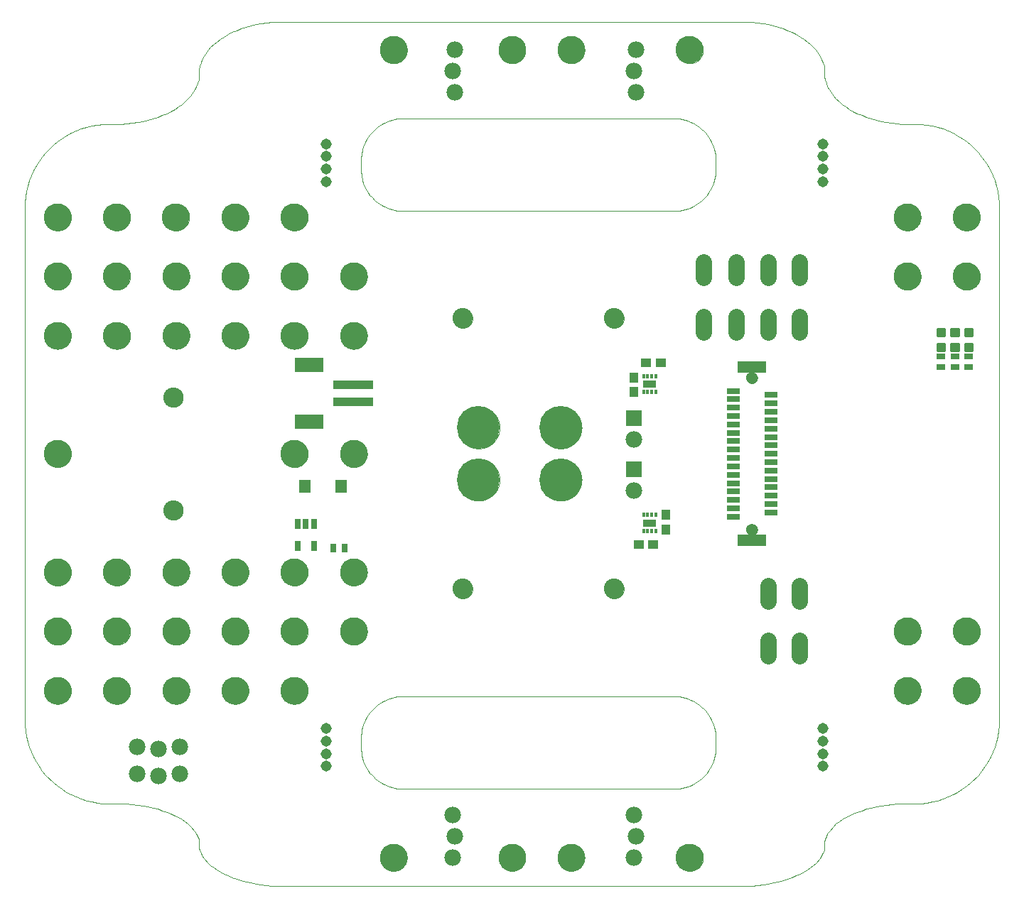
<source format=gts>
G75*
%MOIN*%
%OFA0B0*%
%FSLAX25Y25*%
%IPPOS*%
%LPD*%
%AMOC8*
5,1,8,0,0,1.08239X$1,22.5*
%
%ADD10C,0.00394*%
%ADD11C,0.00000*%
%ADD12C,0.09455*%
%ADD13C,0.12998*%
%ADD14C,0.20085*%
%ADD15R,0.06306X0.03156*%
%ADD16R,0.13786X0.05518*%
%ADD17C,0.05400*%
%ADD18R,0.02565X0.05124*%
%ADD19R,0.18510X0.04337*%
%ADD20R,0.13786X0.06699*%
%ADD21R,0.05400X0.06187*%
%ADD22R,0.03943X0.03156*%
%ADD23C,0.01301*%
%ADD24R,0.03156X0.03943*%
%ADD25R,0.01378X0.02362*%
%ADD26R,0.06299X0.03543*%
%ADD27R,0.04731X0.04337*%
%ADD28R,0.04337X0.04731*%
%ADD29R,0.07800X0.07800*%
%ADD30C,0.07800*%
%ADD31C,0.05156*%
%ADD32C,0.07800*%
D10*
X0090927Y0100557D02*
X0092345Y0099525D01*
X0093764Y0098493D01*
X0095379Y0097530D01*
X0097163Y0096651D01*
X0098947Y0095772D01*
X0100900Y0094977D01*
X0102995Y0094278D01*
X0105091Y0093579D01*
X0107328Y0092976D01*
X0109681Y0092484D01*
X0112034Y0091991D01*
X0114502Y0091609D01*
X0117059Y0091349D01*
X0119616Y0091089D01*
X0122261Y0090953D01*
X0342231Y0090953D01*
X0344876Y0091089D01*
X0347432Y0091349D01*
X0349989Y0091609D01*
X0352458Y0091991D01*
X0354811Y0092484D01*
X0357163Y0092976D01*
X0359401Y0093579D01*
X0361496Y0094278D01*
X0363592Y0094977D01*
X0365545Y0095772D01*
X0367329Y0096651D01*
X0369113Y0097530D01*
X0370728Y0098493D01*
X0372146Y0099525D01*
X0373565Y0100557D01*
X0374788Y0101660D01*
X0376787Y0103978D01*
X0377564Y0105195D01*
X0378090Y0106454D01*
X0378617Y0107714D01*
X0378894Y0109017D01*
X0378894Y0111685D01*
X0379171Y0112988D01*
X0379697Y0114248D01*
X0380224Y0115507D01*
X0381001Y0116724D01*
X0383000Y0119042D01*
X0384223Y0120145D01*
X0385641Y0121177D01*
X0387060Y0122209D01*
X0388675Y0123172D01*
X0390459Y0124051D01*
X0392243Y0124930D01*
X0394196Y0125725D01*
X0396291Y0126424D01*
X0398387Y0127123D01*
X0400624Y0127726D01*
X0402977Y0128218D01*
X0405330Y0128711D01*
X0407799Y0129093D01*
X0410355Y0129353D01*
X0412912Y0129613D01*
X0415557Y0129749D01*
X0424090Y0129749D01*
X0426735Y0130026D01*
X0429292Y0130552D01*
X0431848Y0131079D01*
X0434317Y0131856D01*
X0436670Y0132855D01*
X0439023Y0133855D01*
X0441260Y0135078D01*
X0443356Y0136496D01*
X0445451Y0137915D01*
X0447404Y0139530D01*
X0450972Y0143098D01*
X0452587Y0145051D01*
X0454005Y0147146D01*
X0455424Y0149242D01*
X0456647Y0151479D01*
X0458646Y0156185D01*
X0459423Y0158654D01*
X0459949Y0161210D01*
X0460476Y0163767D01*
X0460753Y0166412D01*
X0460753Y0411987D01*
X0460476Y0414632D01*
X0459949Y0417189D01*
X0459423Y0419746D01*
X0458646Y0422214D01*
X0456647Y0426920D01*
X0455424Y0429157D01*
X0454005Y0431253D01*
X0452587Y0433348D01*
X0450972Y0435301D01*
X0447404Y0438869D01*
X0445451Y0440484D01*
X0443356Y0441903D01*
X0441260Y0443321D01*
X0439023Y0444544D01*
X0434317Y0446543D01*
X0431848Y0447320D01*
X0429292Y0447847D01*
X0426735Y0448373D01*
X0424090Y0448650D01*
X0415557Y0448650D01*
X0412912Y0448819D01*
X0410355Y0449141D01*
X0407799Y0449463D01*
X0405330Y0449937D01*
X0400624Y0451159D01*
X0398387Y0451906D01*
X0396291Y0452773D01*
X0394196Y0453639D01*
X0392243Y0454626D01*
X0390459Y0455716D01*
X0388675Y0456806D01*
X0387060Y0457999D01*
X0385641Y0459279D01*
X0384223Y0460559D01*
X0383000Y0461927D01*
X0381001Y0464802D01*
X0380224Y0466310D01*
X0379697Y0467872D01*
X0379171Y0469434D01*
X0378894Y0471050D01*
X0378894Y0474357D01*
X0378617Y0475973D01*
X0378090Y0477535D01*
X0377564Y0479097D01*
X0376787Y0480605D01*
X0374788Y0483481D01*
X0373565Y0484848D01*
X0372146Y0486128D01*
X0370728Y0487408D01*
X0369113Y0488601D01*
X0367329Y0489691D01*
X0365545Y0490781D01*
X0363592Y0491768D01*
X0361496Y0492635D01*
X0359401Y0493501D01*
X0357163Y0494248D01*
X0352458Y0495470D01*
X0349989Y0495944D01*
X0347432Y0496266D01*
X0344876Y0496588D01*
X0342231Y0496757D01*
X0122261Y0496757D01*
X0119616Y0496588D01*
X0117059Y0496266D01*
X0114502Y0495944D01*
X0112034Y0495470D01*
X0107328Y0494248D01*
X0105091Y0493501D01*
X0102995Y0492635D01*
X0100900Y0491768D01*
X0098947Y0490781D01*
X0097163Y0489691D01*
X0095379Y0488601D01*
X0093764Y0487408D01*
X0092345Y0486128D01*
X0090927Y0484848D01*
X0089704Y0483481D01*
X0087705Y0480605D01*
X0086928Y0479097D01*
X0086401Y0477535D01*
X0085875Y0475973D01*
X0085598Y0474357D01*
X0085598Y0471050D01*
X0085321Y0469434D01*
X0084794Y0467872D01*
X0084267Y0466310D01*
X0083491Y0464802D01*
X0081492Y0461927D01*
X0080269Y0460559D01*
X0078850Y0459279D01*
X0077432Y0457999D01*
X0075817Y0456806D01*
X0074033Y0455716D01*
X0072249Y0454626D01*
X0070296Y0453639D01*
X0068200Y0452773D01*
X0066105Y0451906D01*
X0063867Y0451159D01*
X0059161Y0449937D01*
X0056693Y0449463D01*
X0054136Y0449141D01*
X0051580Y0448819D01*
X0048934Y0448650D01*
X0040402Y0448650D01*
X0037757Y0448373D01*
X0035200Y0447847D01*
X0032643Y0447320D01*
X0030175Y0446543D01*
X0025469Y0444544D01*
X0023231Y0443321D01*
X0021136Y0441903D01*
X0019041Y0440484D01*
X0017088Y0438869D01*
X0013520Y0435301D01*
X0011905Y0433348D01*
X0010486Y0431253D01*
X0009067Y0429157D01*
X0007845Y0426920D01*
X0005846Y0422214D01*
X0005069Y0419746D01*
X0004542Y0417189D01*
X0004016Y0414632D01*
X0003739Y0411987D01*
X0003739Y0166412D01*
X0004016Y0163767D01*
X0004542Y0161210D01*
X0005069Y0158654D01*
X0005846Y0156185D01*
X0007845Y0151479D01*
X0009067Y0149242D01*
X0010486Y0147146D01*
X0011905Y0145051D01*
X0013520Y0143098D01*
X0017088Y0139530D01*
X0019041Y0137915D01*
X0021136Y0136496D01*
X0023231Y0135078D01*
X0025469Y0133855D01*
X0027822Y0132855D01*
X0030175Y0131856D01*
X0032643Y0131079D01*
X0035200Y0130552D01*
X0037757Y0130026D01*
X0040402Y0129749D01*
X0048934Y0129749D01*
X0051580Y0129613D01*
X0054136Y0129353D01*
X0056693Y0129093D01*
X0059161Y0128711D01*
X0061514Y0128218D01*
X0063867Y0127726D01*
X0066105Y0127123D01*
X0068200Y0126424D01*
X0070296Y0125725D01*
X0072249Y0124930D01*
X0074033Y0124051D01*
X0075817Y0123172D01*
X0077432Y0122209D01*
X0078850Y0121177D01*
X0080269Y0120145D01*
X0081492Y0119042D01*
X0083491Y0116724D01*
X0084267Y0115507D01*
X0084794Y0114248D01*
X0085321Y0112988D01*
X0085598Y0111685D01*
X0085598Y0109017D01*
X0085875Y0107714D01*
X0086401Y0106454D01*
X0086928Y0105195D01*
X0087705Y0103978D01*
X0089704Y0101660D01*
X0090927Y0100557D01*
X0163542Y0147308D02*
X0162542Y0149661D01*
X0162154Y0150895D01*
X0161891Y0152173D01*
X0161627Y0153452D01*
X0161489Y0154774D01*
X0161489Y0161603D01*
X0161627Y0162926D01*
X0161891Y0164204D01*
X0162154Y0165483D01*
X0162542Y0166717D01*
X0163542Y0169070D01*
X0164153Y0170189D01*
X0164863Y0171236D01*
X0165572Y0172284D01*
X0166379Y0173260D01*
X0168163Y0175044D01*
X0169140Y0175852D01*
X0170188Y0176561D01*
X0171235Y0177271D01*
X0172354Y0177882D01*
X0174707Y0178881D01*
X0175941Y0179270D01*
X0177220Y0179533D01*
X0178498Y0179797D01*
X0179821Y0179935D01*
X0309576Y0179935D01*
X0310898Y0179797D01*
X0313455Y0179270D01*
X0314689Y0178881D01*
X0315866Y0178382D01*
X0317042Y0177882D01*
X0318161Y0177271D01*
X0319209Y0176561D01*
X0320256Y0175852D01*
X0321233Y0175044D01*
X0322125Y0174152D01*
X0323017Y0173260D01*
X0323824Y0172284D01*
X0325243Y0170189D01*
X0325854Y0169070D01*
X0326854Y0166717D01*
X0327242Y0165483D01*
X0327505Y0164204D01*
X0327769Y0162926D01*
X0327907Y0161603D01*
X0327907Y0154774D01*
X0327769Y0153452D01*
X0327505Y0152173D01*
X0327242Y0150895D01*
X0326854Y0149661D01*
X0325854Y0147308D01*
X0325243Y0146189D01*
X0324534Y0145141D01*
X0323824Y0144093D01*
X0323017Y0143117D01*
X0322125Y0142225D01*
X0321233Y0141333D01*
X0320256Y0140526D01*
X0319209Y0139816D01*
X0318161Y0139107D01*
X0317042Y0138496D01*
X0315866Y0137996D01*
X0314689Y0137496D01*
X0313455Y0137108D01*
X0312177Y0136844D01*
X0310898Y0136581D01*
X0309576Y0136442D01*
X0179821Y0136442D01*
X0178498Y0136581D01*
X0177220Y0136844D01*
X0175941Y0137108D01*
X0174707Y0137496D01*
X0172354Y0138496D01*
X0171235Y0139107D01*
X0169140Y0140526D01*
X0168163Y0141333D01*
X0167271Y0142225D01*
X0166379Y0143117D01*
X0165572Y0144093D01*
X0164863Y0145141D01*
X0164153Y0146189D01*
X0163542Y0147308D01*
X0179821Y0407775D02*
X0178498Y0407914D01*
X0177220Y0408177D01*
X0175941Y0408440D01*
X0174707Y0408829D01*
X0172354Y0409828D01*
X0171235Y0410440D01*
X0169140Y0411858D01*
X0168163Y0412666D01*
X0166379Y0414450D01*
X0165572Y0415426D01*
X0164863Y0416474D01*
X0164153Y0417522D01*
X0163542Y0418640D01*
X0162542Y0420993D01*
X0162154Y0422227D01*
X0161627Y0424784D01*
X0161489Y0426107D01*
X0161489Y0432936D01*
X0161627Y0434258D01*
X0162154Y0436815D01*
X0162542Y0438049D01*
X0163542Y0440402D01*
X0164153Y0441521D01*
X0164863Y0442569D01*
X0165572Y0443617D01*
X0166379Y0444593D01*
X0168163Y0446377D01*
X0169140Y0447184D01*
X0170188Y0447894D01*
X0171235Y0448603D01*
X0172354Y0449215D01*
X0174707Y0450214D01*
X0175941Y0450602D01*
X0177220Y0450866D01*
X0178498Y0451129D01*
X0179821Y0451268D01*
X0309576Y0451268D01*
X0310898Y0451129D01*
X0312177Y0450866D01*
X0313455Y0450602D01*
X0314689Y0450214D01*
X0315866Y0449714D01*
X0317042Y0449215D01*
X0318161Y0448603D01*
X0319209Y0447894D01*
X0320256Y0447184D01*
X0321233Y0446377D01*
X0322125Y0445485D01*
X0323017Y0444593D01*
X0323824Y0443617D01*
X0324534Y0442569D01*
X0325243Y0441521D01*
X0325854Y0440402D01*
X0326854Y0438049D01*
X0327242Y0436815D01*
X0327769Y0434258D01*
X0327907Y0432936D01*
X0327907Y0426107D01*
X0327769Y0424784D01*
X0327242Y0422227D01*
X0326854Y0420993D01*
X0325854Y0418640D01*
X0325243Y0417522D01*
X0324534Y0416474D01*
X0323824Y0415426D01*
X0323017Y0414450D01*
X0322125Y0413558D01*
X0321233Y0412666D01*
X0320256Y0411858D01*
X0319209Y0411149D01*
X0318161Y0410440D01*
X0317042Y0409828D01*
X0315866Y0409328D01*
X0314689Y0408829D01*
X0313455Y0408440D01*
X0312177Y0408177D01*
X0310898Y0407914D01*
X0309576Y0407775D01*
X0179821Y0407775D01*
D11*
X0151701Y0377175D02*
X0151703Y0377333D01*
X0151709Y0377491D01*
X0151719Y0377649D01*
X0151733Y0377807D01*
X0151751Y0377964D01*
X0151772Y0378121D01*
X0151798Y0378277D01*
X0151828Y0378433D01*
X0151861Y0378588D01*
X0151899Y0378741D01*
X0151940Y0378894D01*
X0151985Y0379046D01*
X0152034Y0379197D01*
X0152087Y0379346D01*
X0152143Y0379494D01*
X0152203Y0379640D01*
X0152267Y0379785D01*
X0152335Y0379928D01*
X0152406Y0380070D01*
X0152480Y0380210D01*
X0152558Y0380347D01*
X0152640Y0380483D01*
X0152724Y0380617D01*
X0152813Y0380748D01*
X0152904Y0380877D01*
X0152999Y0381004D01*
X0153096Y0381129D01*
X0153197Y0381251D01*
X0153301Y0381370D01*
X0153408Y0381487D01*
X0153518Y0381601D01*
X0153631Y0381712D01*
X0153746Y0381821D01*
X0153864Y0381926D01*
X0153985Y0382028D01*
X0154108Y0382128D01*
X0154234Y0382224D01*
X0154362Y0382317D01*
X0154492Y0382407D01*
X0154625Y0382493D01*
X0154760Y0382577D01*
X0154896Y0382656D01*
X0155035Y0382733D01*
X0155176Y0382805D01*
X0155318Y0382875D01*
X0155462Y0382940D01*
X0155608Y0383002D01*
X0155755Y0383060D01*
X0155904Y0383115D01*
X0156054Y0383166D01*
X0156205Y0383213D01*
X0156357Y0383256D01*
X0156510Y0383295D01*
X0156665Y0383331D01*
X0156820Y0383362D01*
X0156976Y0383390D01*
X0157132Y0383414D01*
X0157289Y0383434D01*
X0157447Y0383450D01*
X0157604Y0383462D01*
X0157763Y0383470D01*
X0157921Y0383474D01*
X0158079Y0383474D01*
X0158237Y0383470D01*
X0158396Y0383462D01*
X0158553Y0383450D01*
X0158711Y0383434D01*
X0158868Y0383414D01*
X0159024Y0383390D01*
X0159180Y0383362D01*
X0159335Y0383331D01*
X0159490Y0383295D01*
X0159643Y0383256D01*
X0159795Y0383213D01*
X0159946Y0383166D01*
X0160096Y0383115D01*
X0160245Y0383060D01*
X0160392Y0383002D01*
X0160538Y0382940D01*
X0160682Y0382875D01*
X0160824Y0382805D01*
X0160965Y0382733D01*
X0161104Y0382656D01*
X0161240Y0382577D01*
X0161375Y0382493D01*
X0161508Y0382407D01*
X0161638Y0382317D01*
X0161766Y0382224D01*
X0161892Y0382128D01*
X0162015Y0382028D01*
X0162136Y0381926D01*
X0162254Y0381821D01*
X0162369Y0381712D01*
X0162482Y0381601D01*
X0162592Y0381487D01*
X0162699Y0381370D01*
X0162803Y0381251D01*
X0162904Y0381129D01*
X0163001Y0381004D01*
X0163096Y0380877D01*
X0163187Y0380748D01*
X0163276Y0380617D01*
X0163360Y0380483D01*
X0163442Y0380347D01*
X0163520Y0380210D01*
X0163594Y0380070D01*
X0163665Y0379928D01*
X0163733Y0379785D01*
X0163797Y0379640D01*
X0163857Y0379494D01*
X0163913Y0379346D01*
X0163966Y0379197D01*
X0164015Y0379046D01*
X0164060Y0378894D01*
X0164101Y0378741D01*
X0164139Y0378588D01*
X0164172Y0378433D01*
X0164202Y0378277D01*
X0164228Y0378121D01*
X0164249Y0377964D01*
X0164267Y0377807D01*
X0164281Y0377649D01*
X0164291Y0377491D01*
X0164297Y0377333D01*
X0164299Y0377175D01*
X0164297Y0377017D01*
X0164291Y0376859D01*
X0164281Y0376701D01*
X0164267Y0376543D01*
X0164249Y0376386D01*
X0164228Y0376229D01*
X0164202Y0376073D01*
X0164172Y0375917D01*
X0164139Y0375762D01*
X0164101Y0375609D01*
X0164060Y0375456D01*
X0164015Y0375304D01*
X0163966Y0375153D01*
X0163913Y0375004D01*
X0163857Y0374856D01*
X0163797Y0374710D01*
X0163733Y0374565D01*
X0163665Y0374422D01*
X0163594Y0374280D01*
X0163520Y0374140D01*
X0163442Y0374003D01*
X0163360Y0373867D01*
X0163276Y0373733D01*
X0163187Y0373602D01*
X0163096Y0373473D01*
X0163001Y0373346D01*
X0162904Y0373221D01*
X0162803Y0373099D01*
X0162699Y0372980D01*
X0162592Y0372863D01*
X0162482Y0372749D01*
X0162369Y0372638D01*
X0162254Y0372529D01*
X0162136Y0372424D01*
X0162015Y0372322D01*
X0161892Y0372222D01*
X0161766Y0372126D01*
X0161638Y0372033D01*
X0161508Y0371943D01*
X0161375Y0371857D01*
X0161240Y0371773D01*
X0161104Y0371694D01*
X0160965Y0371617D01*
X0160824Y0371545D01*
X0160682Y0371475D01*
X0160538Y0371410D01*
X0160392Y0371348D01*
X0160245Y0371290D01*
X0160096Y0371235D01*
X0159946Y0371184D01*
X0159795Y0371137D01*
X0159643Y0371094D01*
X0159490Y0371055D01*
X0159335Y0371019D01*
X0159180Y0370988D01*
X0159024Y0370960D01*
X0158868Y0370936D01*
X0158711Y0370916D01*
X0158553Y0370900D01*
X0158396Y0370888D01*
X0158237Y0370880D01*
X0158079Y0370876D01*
X0157921Y0370876D01*
X0157763Y0370880D01*
X0157604Y0370888D01*
X0157447Y0370900D01*
X0157289Y0370916D01*
X0157132Y0370936D01*
X0156976Y0370960D01*
X0156820Y0370988D01*
X0156665Y0371019D01*
X0156510Y0371055D01*
X0156357Y0371094D01*
X0156205Y0371137D01*
X0156054Y0371184D01*
X0155904Y0371235D01*
X0155755Y0371290D01*
X0155608Y0371348D01*
X0155462Y0371410D01*
X0155318Y0371475D01*
X0155176Y0371545D01*
X0155035Y0371617D01*
X0154896Y0371694D01*
X0154760Y0371773D01*
X0154625Y0371857D01*
X0154492Y0371943D01*
X0154362Y0372033D01*
X0154234Y0372126D01*
X0154108Y0372222D01*
X0153985Y0372322D01*
X0153864Y0372424D01*
X0153746Y0372529D01*
X0153631Y0372638D01*
X0153518Y0372749D01*
X0153408Y0372863D01*
X0153301Y0372980D01*
X0153197Y0373099D01*
X0153096Y0373221D01*
X0152999Y0373346D01*
X0152904Y0373473D01*
X0152813Y0373602D01*
X0152724Y0373733D01*
X0152640Y0373867D01*
X0152558Y0374003D01*
X0152480Y0374140D01*
X0152406Y0374280D01*
X0152335Y0374422D01*
X0152267Y0374565D01*
X0152203Y0374710D01*
X0152143Y0374856D01*
X0152087Y0375004D01*
X0152034Y0375153D01*
X0151985Y0375304D01*
X0151940Y0375456D01*
X0151899Y0375609D01*
X0151861Y0375762D01*
X0151828Y0375917D01*
X0151798Y0376073D01*
X0151772Y0376229D01*
X0151751Y0376386D01*
X0151733Y0376543D01*
X0151719Y0376701D01*
X0151709Y0376859D01*
X0151703Y0377017D01*
X0151701Y0377175D01*
X0123901Y0377175D02*
X0123903Y0377333D01*
X0123909Y0377491D01*
X0123919Y0377649D01*
X0123933Y0377807D01*
X0123951Y0377964D01*
X0123972Y0378121D01*
X0123998Y0378277D01*
X0124028Y0378433D01*
X0124061Y0378588D01*
X0124099Y0378741D01*
X0124140Y0378894D01*
X0124185Y0379046D01*
X0124234Y0379197D01*
X0124287Y0379346D01*
X0124343Y0379494D01*
X0124403Y0379640D01*
X0124467Y0379785D01*
X0124535Y0379928D01*
X0124606Y0380070D01*
X0124680Y0380210D01*
X0124758Y0380347D01*
X0124840Y0380483D01*
X0124924Y0380617D01*
X0125013Y0380748D01*
X0125104Y0380877D01*
X0125199Y0381004D01*
X0125296Y0381129D01*
X0125397Y0381251D01*
X0125501Y0381370D01*
X0125608Y0381487D01*
X0125718Y0381601D01*
X0125831Y0381712D01*
X0125946Y0381821D01*
X0126064Y0381926D01*
X0126185Y0382028D01*
X0126308Y0382128D01*
X0126434Y0382224D01*
X0126562Y0382317D01*
X0126692Y0382407D01*
X0126825Y0382493D01*
X0126960Y0382577D01*
X0127096Y0382656D01*
X0127235Y0382733D01*
X0127376Y0382805D01*
X0127518Y0382875D01*
X0127662Y0382940D01*
X0127808Y0383002D01*
X0127955Y0383060D01*
X0128104Y0383115D01*
X0128254Y0383166D01*
X0128405Y0383213D01*
X0128557Y0383256D01*
X0128710Y0383295D01*
X0128865Y0383331D01*
X0129020Y0383362D01*
X0129176Y0383390D01*
X0129332Y0383414D01*
X0129489Y0383434D01*
X0129647Y0383450D01*
X0129804Y0383462D01*
X0129963Y0383470D01*
X0130121Y0383474D01*
X0130279Y0383474D01*
X0130437Y0383470D01*
X0130596Y0383462D01*
X0130753Y0383450D01*
X0130911Y0383434D01*
X0131068Y0383414D01*
X0131224Y0383390D01*
X0131380Y0383362D01*
X0131535Y0383331D01*
X0131690Y0383295D01*
X0131843Y0383256D01*
X0131995Y0383213D01*
X0132146Y0383166D01*
X0132296Y0383115D01*
X0132445Y0383060D01*
X0132592Y0383002D01*
X0132738Y0382940D01*
X0132882Y0382875D01*
X0133024Y0382805D01*
X0133165Y0382733D01*
X0133304Y0382656D01*
X0133440Y0382577D01*
X0133575Y0382493D01*
X0133708Y0382407D01*
X0133838Y0382317D01*
X0133966Y0382224D01*
X0134092Y0382128D01*
X0134215Y0382028D01*
X0134336Y0381926D01*
X0134454Y0381821D01*
X0134569Y0381712D01*
X0134682Y0381601D01*
X0134792Y0381487D01*
X0134899Y0381370D01*
X0135003Y0381251D01*
X0135104Y0381129D01*
X0135201Y0381004D01*
X0135296Y0380877D01*
X0135387Y0380748D01*
X0135476Y0380617D01*
X0135560Y0380483D01*
X0135642Y0380347D01*
X0135720Y0380210D01*
X0135794Y0380070D01*
X0135865Y0379928D01*
X0135933Y0379785D01*
X0135997Y0379640D01*
X0136057Y0379494D01*
X0136113Y0379346D01*
X0136166Y0379197D01*
X0136215Y0379046D01*
X0136260Y0378894D01*
X0136301Y0378741D01*
X0136339Y0378588D01*
X0136372Y0378433D01*
X0136402Y0378277D01*
X0136428Y0378121D01*
X0136449Y0377964D01*
X0136467Y0377807D01*
X0136481Y0377649D01*
X0136491Y0377491D01*
X0136497Y0377333D01*
X0136499Y0377175D01*
X0136497Y0377017D01*
X0136491Y0376859D01*
X0136481Y0376701D01*
X0136467Y0376543D01*
X0136449Y0376386D01*
X0136428Y0376229D01*
X0136402Y0376073D01*
X0136372Y0375917D01*
X0136339Y0375762D01*
X0136301Y0375609D01*
X0136260Y0375456D01*
X0136215Y0375304D01*
X0136166Y0375153D01*
X0136113Y0375004D01*
X0136057Y0374856D01*
X0135997Y0374710D01*
X0135933Y0374565D01*
X0135865Y0374422D01*
X0135794Y0374280D01*
X0135720Y0374140D01*
X0135642Y0374003D01*
X0135560Y0373867D01*
X0135476Y0373733D01*
X0135387Y0373602D01*
X0135296Y0373473D01*
X0135201Y0373346D01*
X0135104Y0373221D01*
X0135003Y0373099D01*
X0134899Y0372980D01*
X0134792Y0372863D01*
X0134682Y0372749D01*
X0134569Y0372638D01*
X0134454Y0372529D01*
X0134336Y0372424D01*
X0134215Y0372322D01*
X0134092Y0372222D01*
X0133966Y0372126D01*
X0133838Y0372033D01*
X0133708Y0371943D01*
X0133575Y0371857D01*
X0133440Y0371773D01*
X0133304Y0371694D01*
X0133165Y0371617D01*
X0133024Y0371545D01*
X0132882Y0371475D01*
X0132738Y0371410D01*
X0132592Y0371348D01*
X0132445Y0371290D01*
X0132296Y0371235D01*
X0132146Y0371184D01*
X0131995Y0371137D01*
X0131843Y0371094D01*
X0131690Y0371055D01*
X0131535Y0371019D01*
X0131380Y0370988D01*
X0131224Y0370960D01*
X0131068Y0370936D01*
X0130911Y0370916D01*
X0130753Y0370900D01*
X0130596Y0370888D01*
X0130437Y0370880D01*
X0130279Y0370876D01*
X0130121Y0370876D01*
X0129963Y0370880D01*
X0129804Y0370888D01*
X0129647Y0370900D01*
X0129489Y0370916D01*
X0129332Y0370936D01*
X0129176Y0370960D01*
X0129020Y0370988D01*
X0128865Y0371019D01*
X0128710Y0371055D01*
X0128557Y0371094D01*
X0128405Y0371137D01*
X0128254Y0371184D01*
X0128104Y0371235D01*
X0127955Y0371290D01*
X0127808Y0371348D01*
X0127662Y0371410D01*
X0127518Y0371475D01*
X0127376Y0371545D01*
X0127235Y0371617D01*
X0127096Y0371694D01*
X0126960Y0371773D01*
X0126825Y0371857D01*
X0126692Y0371943D01*
X0126562Y0372033D01*
X0126434Y0372126D01*
X0126308Y0372222D01*
X0126185Y0372322D01*
X0126064Y0372424D01*
X0125946Y0372529D01*
X0125831Y0372638D01*
X0125718Y0372749D01*
X0125608Y0372863D01*
X0125501Y0372980D01*
X0125397Y0373099D01*
X0125296Y0373221D01*
X0125199Y0373346D01*
X0125104Y0373473D01*
X0125013Y0373602D01*
X0124924Y0373733D01*
X0124840Y0373867D01*
X0124758Y0374003D01*
X0124680Y0374140D01*
X0124606Y0374280D01*
X0124535Y0374422D01*
X0124467Y0374565D01*
X0124403Y0374710D01*
X0124343Y0374856D01*
X0124287Y0375004D01*
X0124234Y0375153D01*
X0124185Y0375304D01*
X0124140Y0375456D01*
X0124099Y0375609D01*
X0124061Y0375762D01*
X0124028Y0375917D01*
X0123998Y0376073D01*
X0123972Y0376229D01*
X0123951Y0376386D01*
X0123933Y0376543D01*
X0123919Y0376701D01*
X0123909Y0376859D01*
X0123903Y0377017D01*
X0123901Y0377175D01*
X0096101Y0377175D02*
X0096103Y0377333D01*
X0096109Y0377491D01*
X0096119Y0377649D01*
X0096133Y0377807D01*
X0096151Y0377964D01*
X0096172Y0378121D01*
X0096198Y0378277D01*
X0096228Y0378433D01*
X0096261Y0378588D01*
X0096299Y0378741D01*
X0096340Y0378894D01*
X0096385Y0379046D01*
X0096434Y0379197D01*
X0096487Y0379346D01*
X0096543Y0379494D01*
X0096603Y0379640D01*
X0096667Y0379785D01*
X0096735Y0379928D01*
X0096806Y0380070D01*
X0096880Y0380210D01*
X0096958Y0380347D01*
X0097040Y0380483D01*
X0097124Y0380617D01*
X0097213Y0380748D01*
X0097304Y0380877D01*
X0097399Y0381004D01*
X0097496Y0381129D01*
X0097597Y0381251D01*
X0097701Y0381370D01*
X0097808Y0381487D01*
X0097918Y0381601D01*
X0098031Y0381712D01*
X0098146Y0381821D01*
X0098264Y0381926D01*
X0098385Y0382028D01*
X0098508Y0382128D01*
X0098634Y0382224D01*
X0098762Y0382317D01*
X0098892Y0382407D01*
X0099025Y0382493D01*
X0099160Y0382577D01*
X0099296Y0382656D01*
X0099435Y0382733D01*
X0099576Y0382805D01*
X0099718Y0382875D01*
X0099862Y0382940D01*
X0100008Y0383002D01*
X0100155Y0383060D01*
X0100304Y0383115D01*
X0100454Y0383166D01*
X0100605Y0383213D01*
X0100757Y0383256D01*
X0100910Y0383295D01*
X0101065Y0383331D01*
X0101220Y0383362D01*
X0101376Y0383390D01*
X0101532Y0383414D01*
X0101689Y0383434D01*
X0101847Y0383450D01*
X0102004Y0383462D01*
X0102163Y0383470D01*
X0102321Y0383474D01*
X0102479Y0383474D01*
X0102637Y0383470D01*
X0102796Y0383462D01*
X0102953Y0383450D01*
X0103111Y0383434D01*
X0103268Y0383414D01*
X0103424Y0383390D01*
X0103580Y0383362D01*
X0103735Y0383331D01*
X0103890Y0383295D01*
X0104043Y0383256D01*
X0104195Y0383213D01*
X0104346Y0383166D01*
X0104496Y0383115D01*
X0104645Y0383060D01*
X0104792Y0383002D01*
X0104938Y0382940D01*
X0105082Y0382875D01*
X0105224Y0382805D01*
X0105365Y0382733D01*
X0105504Y0382656D01*
X0105640Y0382577D01*
X0105775Y0382493D01*
X0105908Y0382407D01*
X0106038Y0382317D01*
X0106166Y0382224D01*
X0106292Y0382128D01*
X0106415Y0382028D01*
X0106536Y0381926D01*
X0106654Y0381821D01*
X0106769Y0381712D01*
X0106882Y0381601D01*
X0106992Y0381487D01*
X0107099Y0381370D01*
X0107203Y0381251D01*
X0107304Y0381129D01*
X0107401Y0381004D01*
X0107496Y0380877D01*
X0107587Y0380748D01*
X0107676Y0380617D01*
X0107760Y0380483D01*
X0107842Y0380347D01*
X0107920Y0380210D01*
X0107994Y0380070D01*
X0108065Y0379928D01*
X0108133Y0379785D01*
X0108197Y0379640D01*
X0108257Y0379494D01*
X0108313Y0379346D01*
X0108366Y0379197D01*
X0108415Y0379046D01*
X0108460Y0378894D01*
X0108501Y0378741D01*
X0108539Y0378588D01*
X0108572Y0378433D01*
X0108602Y0378277D01*
X0108628Y0378121D01*
X0108649Y0377964D01*
X0108667Y0377807D01*
X0108681Y0377649D01*
X0108691Y0377491D01*
X0108697Y0377333D01*
X0108699Y0377175D01*
X0108697Y0377017D01*
X0108691Y0376859D01*
X0108681Y0376701D01*
X0108667Y0376543D01*
X0108649Y0376386D01*
X0108628Y0376229D01*
X0108602Y0376073D01*
X0108572Y0375917D01*
X0108539Y0375762D01*
X0108501Y0375609D01*
X0108460Y0375456D01*
X0108415Y0375304D01*
X0108366Y0375153D01*
X0108313Y0375004D01*
X0108257Y0374856D01*
X0108197Y0374710D01*
X0108133Y0374565D01*
X0108065Y0374422D01*
X0107994Y0374280D01*
X0107920Y0374140D01*
X0107842Y0374003D01*
X0107760Y0373867D01*
X0107676Y0373733D01*
X0107587Y0373602D01*
X0107496Y0373473D01*
X0107401Y0373346D01*
X0107304Y0373221D01*
X0107203Y0373099D01*
X0107099Y0372980D01*
X0106992Y0372863D01*
X0106882Y0372749D01*
X0106769Y0372638D01*
X0106654Y0372529D01*
X0106536Y0372424D01*
X0106415Y0372322D01*
X0106292Y0372222D01*
X0106166Y0372126D01*
X0106038Y0372033D01*
X0105908Y0371943D01*
X0105775Y0371857D01*
X0105640Y0371773D01*
X0105504Y0371694D01*
X0105365Y0371617D01*
X0105224Y0371545D01*
X0105082Y0371475D01*
X0104938Y0371410D01*
X0104792Y0371348D01*
X0104645Y0371290D01*
X0104496Y0371235D01*
X0104346Y0371184D01*
X0104195Y0371137D01*
X0104043Y0371094D01*
X0103890Y0371055D01*
X0103735Y0371019D01*
X0103580Y0370988D01*
X0103424Y0370960D01*
X0103268Y0370936D01*
X0103111Y0370916D01*
X0102953Y0370900D01*
X0102796Y0370888D01*
X0102637Y0370880D01*
X0102479Y0370876D01*
X0102321Y0370876D01*
X0102163Y0370880D01*
X0102004Y0370888D01*
X0101847Y0370900D01*
X0101689Y0370916D01*
X0101532Y0370936D01*
X0101376Y0370960D01*
X0101220Y0370988D01*
X0101065Y0371019D01*
X0100910Y0371055D01*
X0100757Y0371094D01*
X0100605Y0371137D01*
X0100454Y0371184D01*
X0100304Y0371235D01*
X0100155Y0371290D01*
X0100008Y0371348D01*
X0099862Y0371410D01*
X0099718Y0371475D01*
X0099576Y0371545D01*
X0099435Y0371617D01*
X0099296Y0371694D01*
X0099160Y0371773D01*
X0099025Y0371857D01*
X0098892Y0371943D01*
X0098762Y0372033D01*
X0098634Y0372126D01*
X0098508Y0372222D01*
X0098385Y0372322D01*
X0098264Y0372424D01*
X0098146Y0372529D01*
X0098031Y0372638D01*
X0097918Y0372749D01*
X0097808Y0372863D01*
X0097701Y0372980D01*
X0097597Y0373099D01*
X0097496Y0373221D01*
X0097399Y0373346D01*
X0097304Y0373473D01*
X0097213Y0373602D01*
X0097124Y0373733D01*
X0097040Y0373867D01*
X0096958Y0374003D01*
X0096880Y0374140D01*
X0096806Y0374280D01*
X0096735Y0374422D01*
X0096667Y0374565D01*
X0096603Y0374710D01*
X0096543Y0374856D01*
X0096487Y0375004D01*
X0096434Y0375153D01*
X0096385Y0375304D01*
X0096340Y0375456D01*
X0096299Y0375609D01*
X0096261Y0375762D01*
X0096228Y0375917D01*
X0096198Y0376073D01*
X0096172Y0376229D01*
X0096151Y0376386D01*
X0096133Y0376543D01*
X0096119Y0376701D01*
X0096109Y0376859D01*
X0096103Y0377017D01*
X0096101Y0377175D01*
X0068401Y0377175D02*
X0068403Y0377333D01*
X0068409Y0377491D01*
X0068419Y0377649D01*
X0068433Y0377807D01*
X0068451Y0377964D01*
X0068472Y0378121D01*
X0068498Y0378277D01*
X0068528Y0378433D01*
X0068561Y0378588D01*
X0068599Y0378741D01*
X0068640Y0378894D01*
X0068685Y0379046D01*
X0068734Y0379197D01*
X0068787Y0379346D01*
X0068843Y0379494D01*
X0068903Y0379640D01*
X0068967Y0379785D01*
X0069035Y0379928D01*
X0069106Y0380070D01*
X0069180Y0380210D01*
X0069258Y0380347D01*
X0069340Y0380483D01*
X0069424Y0380617D01*
X0069513Y0380748D01*
X0069604Y0380877D01*
X0069699Y0381004D01*
X0069796Y0381129D01*
X0069897Y0381251D01*
X0070001Y0381370D01*
X0070108Y0381487D01*
X0070218Y0381601D01*
X0070331Y0381712D01*
X0070446Y0381821D01*
X0070564Y0381926D01*
X0070685Y0382028D01*
X0070808Y0382128D01*
X0070934Y0382224D01*
X0071062Y0382317D01*
X0071192Y0382407D01*
X0071325Y0382493D01*
X0071460Y0382577D01*
X0071596Y0382656D01*
X0071735Y0382733D01*
X0071876Y0382805D01*
X0072018Y0382875D01*
X0072162Y0382940D01*
X0072308Y0383002D01*
X0072455Y0383060D01*
X0072604Y0383115D01*
X0072754Y0383166D01*
X0072905Y0383213D01*
X0073057Y0383256D01*
X0073210Y0383295D01*
X0073365Y0383331D01*
X0073520Y0383362D01*
X0073676Y0383390D01*
X0073832Y0383414D01*
X0073989Y0383434D01*
X0074147Y0383450D01*
X0074304Y0383462D01*
X0074463Y0383470D01*
X0074621Y0383474D01*
X0074779Y0383474D01*
X0074937Y0383470D01*
X0075096Y0383462D01*
X0075253Y0383450D01*
X0075411Y0383434D01*
X0075568Y0383414D01*
X0075724Y0383390D01*
X0075880Y0383362D01*
X0076035Y0383331D01*
X0076190Y0383295D01*
X0076343Y0383256D01*
X0076495Y0383213D01*
X0076646Y0383166D01*
X0076796Y0383115D01*
X0076945Y0383060D01*
X0077092Y0383002D01*
X0077238Y0382940D01*
X0077382Y0382875D01*
X0077524Y0382805D01*
X0077665Y0382733D01*
X0077804Y0382656D01*
X0077940Y0382577D01*
X0078075Y0382493D01*
X0078208Y0382407D01*
X0078338Y0382317D01*
X0078466Y0382224D01*
X0078592Y0382128D01*
X0078715Y0382028D01*
X0078836Y0381926D01*
X0078954Y0381821D01*
X0079069Y0381712D01*
X0079182Y0381601D01*
X0079292Y0381487D01*
X0079399Y0381370D01*
X0079503Y0381251D01*
X0079604Y0381129D01*
X0079701Y0381004D01*
X0079796Y0380877D01*
X0079887Y0380748D01*
X0079976Y0380617D01*
X0080060Y0380483D01*
X0080142Y0380347D01*
X0080220Y0380210D01*
X0080294Y0380070D01*
X0080365Y0379928D01*
X0080433Y0379785D01*
X0080497Y0379640D01*
X0080557Y0379494D01*
X0080613Y0379346D01*
X0080666Y0379197D01*
X0080715Y0379046D01*
X0080760Y0378894D01*
X0080801Y0378741D01*
X0080839Y0378588D01*
X0080872Y0378433D01*
X0080902Y0378277D01*
X0080928Y0378121D01*
X0080949Y0377964D01*
X0080967Y0377807D01*
X0080981Y0377649D01*
X0080991Y0377491D01*
X0080997Y0377333D01*
X0080999Y0377175D01*
X0080997Y0377017D01*
X0080991Y0376859D01*
X0080981Y0376701D01*
X0080967Y0376543D01*
X0080949Y0376386D01*
X0080928Y0376229D01*
X0080902Y0376073D01*
X0080872Y0375917D01*
X0080839Y0375762D01*
X0080801Y0375609D01*
X0080760Y0375456D01*
X0080715Y0375304D01*
X0080666Y0375153D01*
X0080613Y0375004D01*
X0080557Y0374856D01*
X0080497Y0374710D01*
X0080433Y0374565D01*
X0080365Y0374422D01*
X0080294Y0374280D01*
X0080220Y0374140D01*
X0080142Y0374003D01*
X0080060Y0373867D01*
X0079976Y0373733D01*
X0079887Y0373602D01*
X0079796Y0373473D01*
X0079701Y0373346D01*
X0079604Y0373221D01*
X0079503Y0373099D01*
X0079399Y0372980D01*
X0079292Y0372863D01*
X0079182Y0372749D01*
X0079069Y0372638D01*
X0078954Y0372529D01*
X0078836Y0372424D01*
X0078715Y0372322D01*
X0078592Y0372222D01*
X0078466Y0372126D01*
X0078338Y0372033D01*
X0078208Y0371943D01*
X0078075Y0371857D01*
X0077940Y0371773D01*
X0077804Y0371694D01*
X0077665Y0371617D01*
X0077524Y0371545D01*
X0077382Y0371475D01*
X0077238Y0371410D01*
X0077092Y0371348D01*
X0076945Y0371290D01*
X0076796Y0371235D01*
X0076646Y0371184D01*
X0076495Y0371137D01*
X0076343Y0371094D01*
X0076190Y0371055D01*
X0076035Y0371019D01*
X0075880Y0370988D01*
X0075724Y0370960D01*
X0075568Y0370936D01*
X0075411Y0370916D01*
X0075253Y0370900D01*
X0075096Y0370888D01*
X0074937Y0370880D01*
X0074779Y0370876D01*
X0074621Y0370876D01*
X0074463Y0370880D01*
X0074304Y0370888D01*
X0074147Y0370900D01*
X0073989Y0370916D01*
X0073832Y0370936D01*
X0073676Y0370960D01*
X0073520Y0370988D01*
X0073365Y0371019D01*
X0073210Y0371055D01*
X0073057Y0371094D01*
X0072905Y0371137D01*
X0072754Y0371184D01*
X0072604Y0371235D01*
X0072455Y0371290D01*
X0072308Y0371348D01*
X0072162Y0371410D01*
X0072018Y0371475D01*
X0071876Y0371545D01*
X0071735Y0371617D01*
X0071596Y0371694D01*
X0071460Y0371773D01*
X0071325Y0371857D01*
X0071192Y0371943D01*
X0071062Y0372033D01*
X0070934Y0372126D01*
X0070808Y0372222D01*
X0070685Y0372322D01*
X0070564Y0372424D01*
X0070446Y0372529D01*
X0070331Y0372638D01*
X0070218Y0372749D01*
X0070108Y0372863D01*
X0070001Y0372980D01*
X0069897Y0373099D01*
X0069796Y0373221D01*
X0069699Y0373346D01*
X0069604Y0373473D01*
X0069513Y0373602D01*
X0069424Y0373733D01*
X0069340Y0373867D01*
X0069258Y0374003D01*
X0069180Y0374140D01*
X0069106Y0374280D01*
X0069035Y0374422D01*
X0068967Y0374565D01*
X0068903Y0374710D01*
X0068843Y0374856D01*
X0068787Y0375004D01*
X0068734Y0375153D01*
X0068685Y0375304D01*
X0068640Y0375456D01*
X0068599Y0375609D01*
X0068561Y0375762D01*
X0068528Y0375917D01*
X0068498Y0376073D01*
X0068472Y0376229D01*
X0068451Y0376386D01*
X0068433Y0376543D01*
X0068419Y0376701D01*
X0068409Y0376859D01*
X0068403Y0377017D01*
X0068401Y0377175D01*
X0040601Y0377175D02*
X0040603Y0377333D01*
X0040609Y0377491D01*
X0040619Y0377649D01*
X0040633Y0377807D01*
X0040651Y0377964D01*
X0040672Y0378121D01*
X0040698Y0378277D01*
X0040728Y0378433D01*
X0040761Y0378588D01*
X0040799Y0378741D01*
X0040840Y0378894D01*
X0040885Y0379046D01*
X0040934Y0379197D01*
X0040987Y0379346D01*
X0041043Y0379494D01*
X0041103Y0379640D01*
X0041167Y0379785D01*
X0041235Y0379928D01*
X0041306Y0380070D01*
X0041380Y0380210D01*
X0041458Y0380347D01*
X0041540Y0380483D01*
X0041624Y0380617D01*
X0041713Y0380748D01*
X0041804Y0380877D01*
X0041899Y0381004D01*
X0041996Y0381129D01*
X0042097Y0381251D01*
X0042201Y0381370D01*
X0042308Y0381487D01*
X0042418Y0381601D01*
X0042531Y0381712D01*
X0042646Y0381821D01*
X0042764Y0381926D01*
X0042885Y0382028D01*
X0043008Y0382128D01*
X0043134Y0382224D01*
X0043262Y0382317D01*
X0043392Y0382407D01*
X0043525Y0382493D01*
X0043660Y0382577D01*
X0043796Y0382656D01*
X0043935Y0382733D01*
X0044076Y0382805D01*
X0044218Y0382875D01*
X0044362Y0382940D01*
X0044508Y0383002D01*
X0044655Y0383060D01*
X0044804Y0383115D01*
X0044954Y0383166D01*
X0045105Y0383213D01*
X0045257Y0383256D01*
X0045410Y0383295D01*
X0045565Y0383331D01*
X0045720Y0383362D01*
X0045876Y0383390D01*
X0046032Y0383414D01*
X0046189Y0383434D01*
X0046347Y0383450D01*
X0046504Y0383462D01*
X0046663Y0383470D01*
X0046821Y0383474D01*
X0046979Y0383474D01*
X0047137Y0383470D01*
X0047296Y0383462D01*
X0047453Y0383450D01*
X0047611Y0383434D01*
X0047768Y0383414D01*
X0047924Y0383390D01*
X0048080Y0383362D01*
X0048235Y0383331D01*
X0048390Y0383295D01*
X0048543Y0383256D01*
X0048695Y0383213D01*
X0048846Y0383166D01*
X0048996Y0383115D01*
X0049145Y0383060D01*
X0049292Y0383002D01*
X0049438Y0382940D01*
X0049582Y0382875D01*
X0049724Y0382805D01*
X0049865Y0382733D01*
X0050004Y0382656D01*
X0050140Y0382577D01*
X0050275Y0382493D01*
X0050408Y0382407D01*
X0050538Y0382317D01*
X0050666Y0382224D01*
X0050792Y0382128D01*
X0050915Y0382028D01*
X0051036Y0381926D01*
X0051154Y0381821D01*
X0051269Y0381712D01*
X0051382Y0381601D01*
X0051492Y0381487D01*
X0051599Y0381370D01*
X0051703Y0381251D01*
X0051804Y0381129D01*
X0051901Y0381004D01*
X0051996Y0380877D01*
X0052087Y0380748D01*
X0052176Y0380617D01*
X0052260Y0380483D01*
X0052342Y0380347D01*
X0052420Y0380210D01*
X0052494Y0380070D01*
X0052565Y0379928D01*
X0052633Y0379785D01*
X0052697Y0379640D01*
X0052757Y0379494D01*
X0052813Y0379346D01*
X0052866Y0379197D01*
X0052915Y0379046D01*
X0052960Y0378894D01*
X0053001Y0378741D01*
X0053039Y0378588D01*
X0053072Y0378433D01*
X0053102Y0378277D01*
X0053128Y0378121D01*
X0053149Y0377964D01*
X0053167Y0377807D01*
X0053181Y0377649D01*
X0053191Y0377491D01*
X0053197Y0377333D01*
X0053199Y0377175D01*
X0053197Y0377017D01*
X0053191Y0376859D01*
X0053181Y0376701D01*
X0053167Y0376543D01*
X0053149Y0376386D01*
X0053128Y0376229D01*
X0053102Y0376073D01*
X0053072Y0375917D01*
X0053039Y0375762D01*
X0053001Y0375609D01*
X0052960Y0375456D01*
X0052915Y0375304D01*
X0052866Y0375153D01*
X0052813Y0375004D01*
X0052757Y0374856D01*
X0052697Y0374710D01*
X0052633Y0374565D01*
X0052565Y0374422D01*
X0052494Y0374280D01*
X0052420Y0374140D01*
X0052342Y0374003D01*
X0052260Y0373867D01*
X0052176Y0373733D01*
X0052087Y0373602D01*
X0051996Y0373473D01*
X0051901Y0373346D01*
X0051804Y0373221D01*
X0051703Y0373099D01*
X0051599Y0372980D01*
X0051492Y0372863D01*
X0051382Y0372749D01*
X0051269Y0372638D01*
X0051154Y0372529D01*
X0051036Y0372424D01*
X0050915Y0372322D01*
X0050792Y0372222D01*
X0050666Y0372126D01*
X0050538Y0372033D01*
X0050408Y0371943D01*
X0050275Y0371857D01*
X0050140Y0371773D01*
X0050004Y0371694D01*
X0049865Y0371617D01*
X0049724Y0371545D01*
X0049582Y0371475D01*
X0049438Y0371410D01*
X0049292Y0371348D01*
X0049145Y0371290D01*
X0048996Y0371235D01*
X0048846Y0371184D01*
X0048695Y0371137D01*
X0048543Y0371094D01*
X0048390Y0371055D01*
X0048235Y0371019D01*
X0048080Y0370988D01*
X0047924Y0370960D01*
X0047768Y0370936D01*
X0047611Y0370916D01*
X0047453Y0370900D01*
X0047296Y0370888D01*
X0047137Y0370880D01*
X0046979Y0370876D01*
X0046821Y0370876D01*
X0046663Y0370880D01*
X0046504Y0370888D01*
X0046347Y0370900D01*
X0046189Y0370916D01*
X0046032Y0370936D01*
X0045876Y0370960D01*
X0045720Y0370988D01*
X0045565Y0371019D01*
X0045410Y0371055D01*
X0045257Y0371094D01*
X0045105Y0371137D01*
X0044954Y0371184D01*
X0044804Y0371235D01*
X0044655Y0371290D01*
X0044508Y0371348D01*
X0044362Y0371410D01*
X0044218Y0371475D01*
X0044076Y0371545D01*
X0043935Y0371617D01*
X0043796Y0371694D01*
X0043660Y0371773D01*
X0043525Y0371857D01*
X0043392Y0371943D01*
X0043262Y0372033D01*
X0043134Y0372126D01*
X0043008Y0372222D01*
X0042885Y0372322D01*
X0042764Y0372424D01*
X0042646Y0372529D01*
X0042531Y0372638D01*
X0042418Y0372749D01*
X0042308Y0372863D01*
X0042201Y0372980D01*
X0042097Y0373099D01*
X0041996Y0373221D01*
X0041899Y0373346D01*
X0041804Y0373473D01*
X0041713Y0373602D01*
X0041624Y0373733D01*
X0041540Y0373867D01*
X0041458Y0374003D01*
X0041380Y0374140D01*
X0041306Y0374280D01*
X0041235Y0374422D01*
X0041167Y0374565D01*
X0041103Y0374710D01*
X0041043Y0374856D01*
X0040987Y0375004D01*
X0040934Y0375153D01*
X0040885Y0375304D01*
X0040840Y0375456D01*
X0040799Y0375609D01*
X0040761Y0375762D01*
X0040728Y0375917D01*
X0040698Y0376073D01*
X0040672Y0376229D01*
X0040651Y0376386D01*
X0040633Y0376543D01*
X0040619Y0376701D01*
X0040609Y0376859D01*
X0040603Y0377017D01*
X0040601Y0377175D01*
X0012801Y0377175D02*
X0012803Y0377333D01*
X0012809Y0377491D01*
X0012819Y0377649D01*
X0012833Y0377807D01*
X0012851Y0377964D01*
X0012872Y0378121D01*
X0012898Y0378277D01*
X0012928Y0378433D01*
X0012961Y0378588D01*
X0012999Y0378741D01*
X0013040Y0378894D01*
X0013085Y0379046D01*
X0013134Y0379197D01*
X0013187Y0379346D01*
X0013243Y0379494D01*
X0013303Y0379640D01*
X0013367Y0379785D01*
X0013435Y0379928D01*
X0013506Y0380070D01*
X0013580Y0380210D01*
X0013658Y0380347D01*
X0013740Y0380483D01*
X0013824Y0380617D01*
X0013913Y0380748D01*
X0014004Y0380877D01*
X0014099Y0381004D01*
X0014196Y0381129D01*
X0014297Y0381251D01*
X0014401Y0381370D01*
X0014508Y0381487D01*
X0014618Y0381601D01*
X0014731Y0381712D01*
X0014846Y0381821D01*
X0014964Y0381926D01*
X0015085Y0382028D01*
X0015208Y0382128D01*
X0015334Y0382224D01*
X0015462Y0382317D01*
X0015592Y0382407D01*
X0015725Y0382493D01*
X0015860Y0382577D01*
X0015996Y0382656D01*
X0016135Y0382733D01*
X0016276Y0382805D01*
X0016418Y0382875D01*
X0016562Y0382940D01*
X0016708Y0383002D01*
X0016855Y0383060D01*
X0017004Y0383115D01*
X0017154Y0383166D01*
X0017305Y0383213D01*
X0017457Y0383256D01*
X0017610Y0383295D01*
X0017765Y0383331D01*
X0017920Y0383362D01*
X0018076Y0383390D01*
X0018232Y0383414D01*
X0018389Y0383434D01*
X0018547Y0383450D01*
X0018704Y0383462D01*
X0018863Y0383470D01*
X0019021Y0383474D01*
X0019179Y0383474D01*
X0019337Y0383470D01*
X0019496Y0383462D01*
X0019653Y0383450D01*
X0019811Y0383434D01*
X0019968Y0383414D01*
X0020124Y0383390D01*
X0020280Y0383362D01*
X0020435Y0383331D01*
X0020590Y0383295D01*
X0020743Y0383256D01*
X0020895Y0383213D01*
X0021046Y0383166D01*
X0021196Y0383115D01*
X0021345Y0383060D01*
X0021492Y0383002D01*
X0021638Y0382940D01*
X0021782Y0382875D01*
X0021924Y0382805D01*
X0022065Y0382733D01*
X0022204Y0382656D01*
X0022340Y0382577D01*
X0022475Y0382493D01*
X0022608Y0382407D01*
X0022738Y0382317D01*
X0022866Y0382224D01*
X0022992Y0382128D01*
X0023115Y0382028D01*
X0023236Y0381926D01*
X0023354Y0381821D01*
X0023469Y0381712D01*
X0023582Y0381601D01*
X0023692Y0381487D01*
X0023799Y0381370D01*
X0023903Y0381251D01*
X0024004Y0381129D01*
X0024101Y0381004D01*
X0024196Y0380877D01*
X0024287Y0380748D01*
X0024376Y0380617D01*
X0024460Y0380483D01*
X0024542Y0380347D01*
X0024620Y0380210D01*
X0024694Y0380070D01*
X0024765Y0379928D01*
X0024833Y0379785D01*
X0024897Y0379640D01*
X0024957Y0379494D01*
X0025013Y0379346D01*
X0025066Y0379197D01*
X0025115Y0379046D01*
X0025160Y0378894D01*
X0025201Y0378741D01*
X0025239Y0378588D01*
X0025272Y0378433D01*
X0025302Y0378277D01*
X0025328Y0378121D01*
X0025349Y0377964D01*
X0025367Y0377807D01*
X0025381Y0377649D01*
X0025391Y0377491D01*
X0025397Y0377333D01*
X0025399Y0377175D01*
X0025397Y0377017D01*
X0025391Y0376859D01*
X0025381Y0376701D01*
X0025367Y0376543D01*
X0025349Y0376386D01*
X0025328Y0376229D01*
X0025302Y0376073D01*
X0025272Y0375917D01*
X0025239Y0375762D01*
X0025201Y0375609D01*
X0025160Y0375456D01*
X0025115Y0375304D01*
X0025066Y0375153D01*
X0025013Y0375004D01*
X0024957Y0374856D01*
X0024897Y0374710D01*
X0024833Y0374565D01*
X0024765Y0374422D01*
X0024694Y0374280D01*
X0024620Y0374140D01*
X0024542Y0374003D01*
X0024460Y0373867D01*
X0024376Y0373733D01*
X0024287Y0373602D01*
X0024196Y0373473D01*
X0024101Y0373346D01*
X0024004Y0373221D01*
X0023903Y0373099D01*
X0023799Y0372980D01*
X0023692Y0372863D01*
X0023582Y0372749D01*
X0023469Y0372638D01*
X0023354Y0372529D01*
X0023236Y0372424D01*
X0023115Y0372322D01*
X0022992Y0372222D01*
X0022866Y0372126D01*
X0022738Y0372033D01*
X0022608Y0371943D01*
X0022475Y0371857D01*
X0022340Y0371773D01*
X0022204Y0371694D01*
X0022065Y0371617D01*
X0021924Y0371545D01*
X0021782Y0371475D01*
X0021638Y0371410D01*
X0021492Y0371348D01*
X0021345Y0371290D01*
X0021196Y0371235D01*
X0021046Y0371184D01*
X0020895Y0371137D01*
X0020743Y0371094D01*
X0020590Y0371055D01*
X0020435Y0371019D01*
X0020280Y0370988D01*
X0020124Y0370960D01*
X0019968Y0370936D01*
X0019811Y0370916D01*
X0019653Y0370900D01*
X0019496Y0370888D01*
X0019337Y0370880D01*
X0019179Y0370876D01*
X0019021Y0370876D01*
X0018863Y0370880D01*
X0018704Y0370888D01*
X0018547Y0370900D01*
X0018389Y0370916D01*
X0018232Y0370936D01*
X0018076Y0370960D01*
X0017920Y0370988D01*
X0017765Y0371019D01*
X0017610Y0371055D01*
X0017457Y0371094D01*
X0017305Y0371137D01*
X0017154Y0371184D01*
X0017004Y0371235D01*
X0016855Y0371290D01*
X0016708Y0371348D01*
X0016562Y0371410D01*
X0016418Y0371475D01*
X0016276Y0371545D01*
X0016135Y0371617D01*
X0015996Y0371694D01*
X0015860Y0371773D01*
X0015725Y0371857D01*
X0015592Y0371943D01*
X0015462Y0372033D01*
X0015334Y0372126D01*
X0015208Y0372222D01*
X0015085Y0372322D01*
X0014964Y0372424D01*
X0014846Y0372529D01*
X0014731Y0372638D01*
X0014618Y0372749D01*
X0014508Y0372863D01*
X0014401Y0372980D01*
X0014297Y0373099D01*
X0014196Y0373221D01*
X0014099Y0373346D01*
X0014004Y0373473D01*
X0013913Y0373602D01*
X0013824Y0373733D01*
X0013740Y0373867D01*
X0013658Y0374003D01*
X0013580Y0374140D01*
X0013506Y0374280D01*
X0013435Y0374422D01*
X0013367Y0374565D01*
X0013303Y0374710D01*
X0013243Y0374856D01*
X0013187Y0375004D01*
X0013134Y0375153D01*
X0013085Y0375304D01*
X0013040Y0375456D01*
X0012999Y0375609D01*
X0012961Y0375762D01*
X0012928Y0375917D01*
X0012898Y0376073D01*
X0012872Y0376229D01*
X0012851Y0376386D01*
X0012833Y0376543D01*
X0012819Y0376701D01*
X0012809Y0376859D01*
X0012803Y0377017D01*
X0012801Y0377175D01*
X0012801Y0349375D02*
X0012803Y0349533D01*
X0012809Y0349691D01*
X0012819Y0349849D01*
X0012833Y0350007D01*
X0012851Y0350164D01*
X0012872Y0350321D01*
X0012898Y0350477D01*
X0012928Y0350633D01*
X0012961Y0350788D01*
X0012999Y0350941D01*
X0013040Y0351094D01*
X0013085Y0351246D01*
X0013134Y0351397D01*
X0013187Y0351546D01*
X0013243Y0351694D01*
X0013303Y0351840D01*
X0013367Y0351985D01*
X0013435Y0352128D01*
X0013506Y0352270D01*
X0013580Y0352410D01*
X0013658Y0352547D01*
X0013740Y0352683D01*
X0013824Y0352817D01*
X0013913Y0352948D01*
X0014004Y0353077D01*
X0014099Y0353204D01*
X0014196Y0353329D01*
X0014297Y0353451D01*
X0014401Y0353570D01*
X0014508Y0353687D01*
X0014618Y0353801D01*
X0014731Y0353912D01*
X0014846Y0354021D01*
X0014964Y0354126D01*
X0015085Y0354228D01*
X0015208Y0354328D01*
X0015334Y0354424D01*
X0015462Y0354517D01*
X0015592Y0354607D01*
X0015725Y0354693D01*
X0015860Y0354777D01*
X0015996Y0354856D01*
X0016135Y0354933D01*
X0016276Y0355005D01*
X0016418Y0355075D01*
X0016562Y0355140D01*
X0016708Y0355202D01*
X0016855Y0355260D01*
X0017004Y0355315D01*
X0017154Y0355366D01*
X0017305Y0355413D01*
X0017457Y0355456D01*
X0017610Y0355495D01*
X0017765Y0355531D01*
X0017920Y0355562D01*
X0018076Y0355590D01*
X0018232Y0355614D01*
X0018389Y0355634D01*
X0018547Y0355650D01*
X0018704Y0355662D01*
X0018863Y0355670D01*
X0019021Y0355674D01*
X0019179Y0355674D01*
X0019337Y0355670D01*
X0019496Y0355662D01*
X0019653Y0355650D01*
X0019811Y0355634D01*
X0019968Y0355614D01*
X0020124Y0355590D01*
X0020280Y0355562D01*
X0020435Y0355531D01*
X0020590Y0355495D01*
X0020743Y0355456D01*
X0020895Y0355413D01*
X0021046Y0355366D01*
X0021196Y0355315D01*
X0021345Y0355260D01*
X0021492Y0355202D01*
X0021638Y0355140D01*
X0021782Y0355075D01*
X0021924Y0355005D01*
X0022065Y0354933D01*
X0022204Y0354856D01*
X0022340Y0354777D01*
X0022475Y0354693D01*
X0022608Y0354607D01*
X0022738Y0354517D01*
X0022866Y0354424D01*
X0022992Y0354328D01*
X0023115Y0354228D01*
X0023236Y0354126D01*
X0023354Y0354021D01*
X0023469Y0353912D01*
X0023582Y0353801D01*
X0023692Y0353687D01*
X0023799Y0353570D01*
X0023903Y0353451D01*
X0024004Y0353329D01*
X0024101Y0353204D01*
X0024196Y0353077D01*
X0024287Y0352948D01*
X0024376Y0352817D01*
X0024460Y0352683D01*
X0024542Y0352547D01*
X0024620Y0352410D01*
X0024694Y0352270D01*
X0024765Y0352128D01*
X0024833Y0351985D01*
X0024897Y0351840D01*
X0024957Y0351694D01*
X0025013Y0351546D01*
X0025066Y0351397D01*
X0025115Y0351246D01*
X0025160Y0351094D01*
X0025201Y0350941D01*
X0025239Y0350788D01*
X0025272Y0350633D01*
X0025302Y0350477D01*
X0025328Y0350321D01*
X0025349Y0350164D01*
X0025367Y0350007D01*
X0025381Y0349849D01*
X0025391Y0349691D01*
X0025397Y0349533D01*
X0025399Y0349375D01*
X0025397Y0349217D01*
X0025391Y0349059D01*
X0025381Y0348901D01*
X0025367Y0348743D01*
X0025349Y0348586D01*
X0025328Y0348429D01*
X0025302Y0348273D01*
X0025272Y0348117D01*
X0025239Y0347962D01*
X0025201Y0347809D01*
X0025160Y0347656D01*
X0025115Y0347504D01*
X0025066Y0347353D01*
X0025013Y0347204D01*
X0024957Y0347056D01*
X0024897Y0346910D01*
X0024833Y0346765D01*
X0024765Y0346622D01*
X0024694Y0346480D01*
X0024620Y0346340D01*
X0024542Y0346203D01*
X0024460Y0346067D01*
X0024376Y0345933D01*
X0024287Y0345802D01*
X0024196Y0345673D01*
X0024101Y0345546D01*
X0024004Y0345421D01*
X0023903Y0345299D01*
X0023799Y0345180D01*
X0023692Y0345063D01*
X0023582Y0344949D01*
X0023469Y0344838D01*
X0023354Y0344729D01*
X0023236Y0344624D01*
X0023115Y0344522D01*
X0022992Y0344422D01*
X0022866Y0344326D01*
X0022738Y0344233D01*
X0022608Y0344143D01*
X0022475Y0344057D01*
X0022340Y0343973D01*
X0022204Y0343894D01*
X0022065Y0343817D01*
X0021924Y0343745D01*
X0021782Y0343675D01*
X0021638Y0343610D01*
X0021492Y0343548D01*
X0021345Y0343490D01*
X0021196Y0343435D01*
X0021046Y0343384D01*
X0020895Y0343337D01*
X0020743Y0343294D01*
X0020590Y0343255D01*
X0020435Y0343219D01*
X0020280Y0343188D01*
X0020124Y0343160D01*
X0019968Y0343136D01*
X0019811Y0343116D01*
X0019653Y0343100D01*
X0019496Y0343088D01*
X0019337Y0343080D01*
X0019179Y0343076D01*
X0019021Y0343076D01*
X0018863Y0343080D01*
X0018704Y0343088D01*
X0018547Y0343100D01*
X0018389Y0343116D01*
X0018232Y0343136D01*
X0018076Y0343160D01*
X0017920Y0343188D01*
X0017765Y0343219D01*
X0017610Y0343255D01*
X0017457Y0343294D01*
X0017305Y0343337D01*
X0017154Y0343384D01*
X0017004Y0343435D01*
X0016855Y0343490D01*
X0016708Y0343548D01*
X0016562Y0343610D01*
X0016418Y0343675D01*
X0016276Y0343745D01*
X0016135Y0343817D01*
X0015996Y0343894D01*
X0015860Y0343973D01*
X0015725Y0344057D01*
X0015592Y0344143D01*
X0015462Y0344233D01*
X0015334Y0344326D01*
X0015208Y0344422D01*
X0015085Y0344522D01*
X0014964Y0344624D01*
X0014846Y0344729D01*
X0014731Y0344838D01*
X0014618Y0344949D01*
X0014508Y0345063D01*
X0014401Y0345180D01*
X0014297Y0345299D01*
X0014196Y0345421D01*
X0014099Y0345546D01*
X0014004Y0345673D01*
X0013913Y0345802D01*
X0013824Y0345933D01*
X0013740Y0346067D01*
X0013658Y0346203D01*
X0013580Y0346340D01*
X0013506Y0346480D01*
X0013435Y0346622D01*
X0013367Y0346765D01*
X0013303Y0346910D01*
X0013243Y0347056D01*
X0013187Y0347204D01*
X0013134Y0347353D01*
X0013085Y0347504D01*
X0013040Y0347656D01*
X0012999Y0347809D01*
X0012961Y0347962D01*
X0012928Y0348117D01*
X0012898Y0348273D01*
X0012872Y0348429D01*
X0012851Y0348586D01*
X0012833Y0348743D01*
X0012819Y0348901D01*
X0012809Y0349059D01*
X0012803Y0349217D01*
X0012801Y0349375D01*
X0040601Y0349375D02*
X0040603Y0349533D01*
X0040609Y0349691D01*
X0040619Y0349849D01*
X0040633Y0350007D01*
X0040651Y0350164D01*
X0040672Y0350321D01*
X0040698Y0350477D01*
X0040728Y0350633D01*
X0040761Y0350788D01*
X0040799Y0350941D01*
X0040840Y0351094D01*
X0040885Y0351246D01*
X0040934Y0351397D01*
X0040987Y0351546D01*
X0041043Y0351694D01*
X0041103Y0351840D01*
X0041167Y0351985D01*
X0041235Y0352128D01*
X0041306Y0352270D01*
X0041380Y0352410D01*
X0041458Y0352547D01*
X0041540Y0352683D01*
X0041624Y0352817D01*
X0041713Y0352948D01*
X0041804Y0353077D01*
X0041899Y0353204D01*
X0041996Y0353329D01*
X0042097Y0353451D01*
X0042201Y0353570D01*
X0042308Y0353687D01*
X0042418Y0353801D01*
X0042531Y0353912D01*
X0042646Y0354021D01*
X0042764Y0354126D01*
X0042885Y0354228D01*
X0043008Y0354328D01*
X0043134Y0354424D01*
X0043262Y0354517D01*
X0043392Y0354607D01*
X0043525Y0354693D01*
X0043660Y0354777D01*
X0043796Y0354856D01*
X0043935Y0354933D01*
X0044076Y0355005D01*
X0044218Y0355075D01*
X0044362Y0355140D01*
X0044508Y0355202D01*
X0044655Y0355260D01*
X0044804Y0355315D01*
X0044954Y0355366D01*
X0045105Y0355413D01*
X0045257Y0355456D01*
X0045410Y0355495D01*
X0045565Y0355531D01*
X0045720Y0355562D01*
X0045876Y0355590D01*
X0046032Y0355614D01*
X0046189Y0355634D01*
X0046347Y0355650D01*
X0046504Y0355662D01*
X0046663Y0355670D01*
X0046821Y0355674D01*
X0046979Y0355674D01*
X0047137Y0355670D01*
X0047296Y0355662D01*
X0047453Y0355650D01*
X0047611Y0355634D01*
X0047768Y0355614D01*
X0047924Y0355590D01*
X0048080Y0355562D01*
X0048235Y0355531D01*
X0048390Y0355495D01*
X0048543Y0355456D01*
X0048695Y0355413D01*
X0048846Y0355366D01*
X0048996Y0355315D01*
X0049145Y0355260D01*
X0049292Y0355202D01*
X0049438Y0355140D01*
X0049582Y0355075D01*
X0049724Y0355005D01*
X0049865Y0354933D01*
X0050004Y0354856D01*
X0050140Y0354777D01*
X0050275Y0354693D01*
X0050408Y0354607D01*
X0050538Y0354517D01*
X0050666Y0354424D01*
X0050792Y0354328D01*
X0050915Y0354228D01*
X0051036Y0354126D01*
X0051154Y0354021D01*
X0051269Y0353912D01*
X0051382Y0353801D01*
X0051492Y0353687D01*
X0051599Y0353570D01*
X0051703Y0353451D01*
X0051804Y0353329D01*
X0051901Y0353204D01*
X0051996Y0353077D01*
X0052087Y0352948D01*
X0052176Y0352817D01*
X0052260Y0352683D01*
X0052342Y0352547D01*
X0052420Y0352410D01*
X0052494Y0352270D01*
X0052565Y0352128D01*
X0052633Y0351985D01*
X0052697Y0351840D01*
X0052757Y0351694D01*
X0052813Y0351546D01*
X0052866Y0351397D01*
X0052915Y0351246D01*
X0052960Y0351094D01*
X0053001Y0350941D01*
X0053039Y0350788D01*
X0053072Y0350633D01*
X0053102Y0350477D01*
X0053128Y0350321D01*
X0053149Y0350164D01*
X0053167Y0350007D01*
X0053181Y0349849D01*
X0053191Y0349691D01*
X0053197Y0349533D01*
X0053199Y0349375D01*
X0053197Y0349217D01*
X0053191Y0349059D01*
X0053181Y0348901D01*
X0053167Y0348743D01*
X0053149Y0348586D01*
X0053128Y0348429D01*
X0053102Y0348273D01*
X0053072Y0348117D01*
X0053039Y0347962D01*
X0053001Y0347809D01*
X0052960Y0347656D01*
X0052915Y0347504D01*
X0052866Y0347353D01*
X0052813Y0347204D01*
X0052757Y0347056D01*
X0052697Y0346910D01*
X0052633Y0346765D01*
X0052565Y0346622D01*
X0052494Y0346480D01*
X0052420Y0346340D01*
X0052342Y0346203D01*
X0052260Y0346067D01*
X0052176Y0345933D01*
X0052087Y0345802D01*
X0051996Y0345673D01*
X0051901Y0345546D01*
X0051804Y0345421D01*
X0051703Y0345299D01*
X0051599Y0345180D01*
X0051492Y0345063D01*
X0051382Y0344949D01*
X0051269Y0344838D01*
X0051154Y0344729D01*
X0051036Y0344624D01*
X0050915Y0344522D01*
X0050792Y0344422D01*
X0050666Y0344326D01*
X0050538Y0344233D01*
X0050408Y0344143D01*
X0050275Y0344057D01*
X0050140Y0343973D01*
X0050004Y0343894D01*
X0049865Y0343817D01*
X0049724Y0343745D01*
X0049582Y0343675D01*
X0049438Y0343610D01*
X0049292Y0343548D01*
X0049145Y0343490D01*
X0048996Y0343435D01*
X0048846Y0343384D01*
X0048695Y0343337D01*
X0048543Y0343294D01*
X0048390Y0343255D01*
X0048235Y0343219D01*
X0048080Y0343188D01*
X0047924Y0343160D01*
X0047768Y0343136D01*
X0047611Y0343116D01*
X0047453Y0343100D01*
X0047296Y0343088D01*
X0047137Y0343080D01*
X0046979Y0343076D01*
X0046821Y0343076D01*
X0046663Y0343080D01*
X0046504Y0343088D01*
X0046347Y0343100D01*
X0046189Y0343116D01*
X0046032Y0343136D01*
X0045876Y0343160D01*
X0045720Y0343188D01*
X0045565Y0343219D01*
X0045410Y0343255D01*
X0045257Y0343294D01*
X0045105Y0343337D01*
X0044954Y0343384D01*
X0044804Y0343435D01*
X0044655Y0343490D01*
X0044508Y0343548D01*
X0044362Y0343610D01*
X0044218Y0343675D01*
X0044076Y0343745D01*
X0043935Y0343817D01*
X0043796Y0343894D01*
X0043660Y0343973D01*
X0043525Y0344057D01*
X0043392Y0344143D01*
X0043262Y0344233D01*
X0043134Y0344326D01*
X0043008Y0344422D01*
X0042885Y0344522D01*
X0042764Y0344624D01*
X0042646Y0344729D01*
X0042531Y0344838D01*
X0042418Y0344949D01*
X0042308Y0345063D01*
X0042201Y0345180D01*
X0042097Y0345299D01*
X0041996Y0345421D01*
X0041899Y0345546D01*
X0041804Y0345673D01*
X0041713Y0345802D01*
X0041624Y0345933D01*
X0041540Y0346067D01*
X0041458Y0346203D01*
X0041380Y0346340D01*
X0041306Y0346480D01*
X0041235Y0346622D01*
X0041167Y0346765D01*
X0041103Y0346910D01*
X0041043Y0347056D01*
X0040987Y0347204D01*
X0040934Y0347353D01*
X0040885Y0347504D01*
X0040840Y0347656D01*
X0040799Y0347809D01*
X0040761Y0347962D01*
X0040728Y0348117D01*
X0040698Y0348273D01*
X0040672Y0348429D01*
X0040651Y0348586D01*
X0040633Y0348743D01*
X0040619Y0348901D01*
X0040609Y0349059D01*
X0040603Y0349217D01*
X0040601Y0349375D01*
X0068401Y0349375D02*
X0068403Y0349533D01*
X0068409Y0349691D01*
X0068419Y0349849D01*
X0068433Y0350007D01*
X0068451Y0350164D01*
X0068472Y0350321D01*
X0068498Y0350477D01*
X0068528Y0350633D01*
X0068561Y0350788D01*
X0068599Y0350941D01*
X0068640Y0351094D01*
X0068685Y0351246D01*
X0068734Y0351397D01*
X0068787Y0351546D01*
X0068843Y0351694D01*
X0068903Y0351840D01*
X0068967Y0351985D01*
X0069035Y0352128D01*
X0069106Y0352270D01*
X0069180Y0352410D01*
X0069258Y0352547D01*
X0069340Y0352683D01*
X0069424Y0352817D01*
X0069513Y0352948D01*
X0069604Y0353077D01*
X0069699Y0353204D01*
X0069796Y0353329D01*
X0069897Y0353451D01*
X0070001Y0353570D01*
X0070108Y0353687D01*
X0070218Y0353801D01*
X0070331Y0353912D01*
X0070446Y0354021D01*
X0070564Y0354126D01*
X0070685Y0354228D01*
X0070808Y0354328D01*
X0070934Y0354424D01*
X0071062Y0354517D01*
X0071192Y0354607D01*
X0071325Y0354693D01*
X0071460Y0354777D01*
X0071596Y0354856D01*
X0071735Y0354933D01*
X0071876Y0355005D01*
X0072018Y0355075D01*
X0072162Y0355140D01*
X0072308Y0355202D01*
X0072455Y0355260D01*
X0072604Y0355315D01*
X0072754Y0355366D01*
X0072905Y0355413D01*
X0073057Y0355456D01*
X0073210Y0355495D01*
X0073365Y0355531D01*
X0073520Y0355562D01*
X0073676Y0355590D01*
X0073832Y0355614D01*
X0073989Y0355634D01*
X0074147Y0355650D01*
X0074304Y0355662D01*
X0074463Y0355670D01*
X0074621Y0355674D01*
X0074779Y0355674D01*
X0074937Y0355670D01*
X0075096Y0355662D01*
X0075253Y0355650D01*
X0075411Y0355634D01*
X0075568Y0355614D01*
X0075724Y0355590D01*
X0075880Y0355562D01*
X0076035Y0355531D01*
X0076190Y0355495D01*
X0076343Y0355456D01*
X0076495Y0355413D01*
X0076646Y0355366D01*
X0076796Y0355315D01*
X0076945Y0355260D01*
X0077092Y0355202D01*
X0077238Y0355140D01*
X0077382Y0355075D01*
X0077524Y0355005D01*
X0077665Y0354933D01*
X0077804Y0354856D01*
X0077940Y0354777D01*
X0078075Y0354693D01*
X0078208Y0354607D01*
X0078338Y0354517D01*
X0078466Y0354424D01*
X0078592Y0354328D01*
X0078715Y0354228D01*
X0078836Y0354126D01*
X0078954Y0354021D01*
X0079069Y0353912D01*
X0079182Y0353801D01*
X0079292Y0353687D01*
X0079399Y0353570D01*
X0079503Y0353451D01*
X0079604Y0353329D01*
X0079701Y0353204D01*
X0079796Y0353077D01*
X0079887Y0352948D01*
X0079976Y0352817D01*
X0080060Y0352683D01*
X0080142Y0352547D01*
X0080220Y0352410D01*
X0080294Y0352270D01*
X0080365Y0352128D01*
X0080433Y0351985D01*
X0080497Y0351840D01*
X0080557Y0351694D01*
X0080613Y0351546D01*
X0080666Y0351397D01*
X0080715Y0351246D01*
X0080760Y0351094D01*
X0080801Y0350941D01*
X0080839Y0350788D01*
X0080872Y0350633D01*
X0080902Y0350477D01*
X0080928Y0350321D01*
X0080949Y0350164D01*
X0080967Y0350007D01*
X0080981Y0349849D01*
X0080991Y0349691D01*
X0080997Y0349533D01*
X0080999Y0349375D01*
X0080997Y0349217D01*
X0080991Y0349059D01*
X0080981Y0348901D01*
X0080967Y0348743D01*
X0080949Y0348586D01*
X0080928Y0348429D01*
X0080902Y0348273D01*
X0080872Y0348117D01*
X0080839Y0347962D01*
X0080801Y0347809D01*
X0080760Y0347656D01*
X0080715Y0347504D01*
X0080666Y0347353D01*
X0080613Y0347204D01*
X0080557Y0347056D01*
X0080497Y0346910D01*
X0080433Y0346765D01*
X0080365Y0346622D01*
X0080294Y0346480D01*
X0080220Y0346340D01*
X0080142Y0346203D01*
X0080060Y0346067D01*
X0079976Y0345933D01*
X0079887Y0345802D01*
X0079796Y0345673D01*
X0079701Y0345546D01*
X0079604Y0345421D01*
X0079503Y0345299D01*
X0079399Y0345180D01*
X0079292Y0345063D01*
X0079182Y0344949D01*
X0079069Y0344838D01*
X0078954Y0344729D01*
X0078836Y0344624D01*
X0078715Y0344522D01*
X0078592Y0344422D01*
X0078466Y0344326D01*
X0078338Y0344233D01*
X0078208Y0344143D01*
X0078075Y0344057D01*
X0077940Y0343973D01*
X0077804Y0343894D01*
X0077665Y0343817D01*
X0077524Y0343745D01*
X0077382Y0343675D01*
X0077238Y0343610D01*
X0077092Y0343548D01*
X0076945Y0343490D01*
X0076796Y0343435D01*
X0076646Y0343384D01*
X0076495Y0343337D01*
X0076343Y0343294D01*
X0076190Y0343255D01*
X0076035Y0343219D01*
X0075880Y0343188D01*
X0075724Y0343160D01*
X0075568Y0343136D01*
X0075411Y0343116D01*
X0075253Y0343100D01*
X0075096Y0343088D01*
X0074937Y0343080D01*
X0074779Y0343076D01*
X0074621Y0343076D01*
X0074463Y0343080D01*
X0074304Y0343088D01*
X0074147Y0343100D01*
X0073989Y0343116D01*
X0073832Y0343136D01*
X0073676Y0343160D01*
X0073520Y0343188D01*
X0073365Y0343219D01*
X0073210Y0343255D01*
X0073057Y0343294D01*
X0072905Y0343337D01*
X0072754Y0343384D01*
X0072604Y0343435D01*
X0072455Y0343490D01*
X0072308Y0343548D01*
X0072162Y0343610D01*
X0072018Y0343675D01*
X0071876Y0343745D01*
X0071735Y0343817D01*
X0071596Y0343894D01*
X0071460Y0343973D01*
X0071325Y0344057D01*
X0071192Y0344143D01*
X0071062Y0344233D01*
X0070934Y0344326D01*
X0070808Y0344422D01*
X0070685Y0344522D01*
X0070564Y0344624D01*
X0070446Y0344729D01*
X0070331Y0344838D01*
X0070218Y0344949D01*
X0070108Y0345063D01*
X0070001Y0345180D01*
X0069897Y0345299D01*
X0069796Y0345421D01*
X0069699Y0345546D01*
X0069604Y0345673D01*
X0069513Y0345802D01*
X0069424Y0345933D01*
X0069340Y0346067D01*
X0069258Y0346203D01*
X0069180Y0346340D01*
X0069106Y0346480D01*
X0069035Y0346622D01*
X0068967Y0346765D01*
X0068903Y0346910D01*
X0068843Y0347056D01*
X0068787Y0347204D01*
X0068734Y0347353D01*
X0068685Y0347504D01*
X0068640Y0347656D01*
X0068599Y0347809D01*
X0068561Y0347962D01*
X0068528Y0348117D01*
X0068498Y0348273D01*
X0068472Y0348429D01*
X0068451Y0348586D01*
X0068433Y0348743D01*
X0068419Y0348901D01*
X0068409Y0349059D01*
X0068403Y0349217D01*
X0068401Y0349375D01*
X0068872Y0320375D02*
X0068874Y0320509D01*
X0068880Y0320643D01*
X0068890Y0320777D01*
X0068904Y0320911D01*
X0068922Y0321044D01*
X0068943Y0321176D01*
X0068969Y0321308D01*
X0068999Y0321439D01*
X0069032Y0321569D01*
X0069069Y0321697D01*
X0069111Y0321825D01*
X0069155Y0321952D01*
X0069204Y0322077D01*
X0069256Y0322200D01*
X0069312Y0322322D01*
X0069372Y0322443D01*
X0069435Y0322561D01*
X0069501Y0322678D01*
X0069571Y0322792D01*
X0069644Y0322905D01*
X0069721Y0323015D01*
X0069801Y0323123D01*
X0069884Y0323228D01*
X0069970Y0323331D01*
X0070059Y0323431D01*
X0070151Y0323529D01*
X0070246Y0323624D01*
X0070344Y0323716D01*
X0070444Y0323805D01*
X0070547Y0323891D01*
X0070652Y0323974D01*
X0070760Y0324054D01*
X0070870Y0324131D01*
X0070983Y0324204D01*
X0071097Y0324274D01*
X0071214Y0324340D01*
X0071332Y0324403D01*
X0071453Y0324463D01*
X0071575Y0324519D01*
X0071698Y0324571D01*
X0071823Y0324620D01*
X0071950Y0324664D01*
X0072078Y0324706D01*
X0072206Y0324743D01*
X0072336Y0324776D01*
X0072467Y0324806D01*
X0072599Y0324832D01*
X0072731Y0324853D01*
X0072864Y0324871D01*
X0072998Y0324885D01*
X0073132Y0324895D01*
X0073266Y0324901D01*
X0073400Y0324903D01*
X0073534Y0324901D01*
X0073668Y0324895D01*
X0073802Y0324885D01*
X0073936Y0324871D01*
X0074069Y0324853D01*
X0074201Y0324832D01*
X0074333Y0324806D01*
X0074464Y0324776D01*
X0074594Y0324743D01*
X0074722Y0324706D01*
X0074850Y0324664D01*
X0074977Y0324620D01*
X0075102Y0324571D01*
X0075225Y0324519D01*
X0075347Y0324463D01*
X0075468Y0324403D01*
X0075586Y0324340D01*
X0075703Y0324274D01*
X0075817Y0324204D01*
X0075930Y0324131D01*
X0076040Y0324054D01*
X0076148Y0323974D01*
X0076253Y0323891D01*
X0076356Y0323805D01*
X0076456Y0323716D01*
X0076554Y0323624D01*
X0076649Y0323529D01*
X0076741Y0323431D01*
X0076830Y0323331D01*
X0076916Y0323228D01*
X0076999Y0323123D01*
X0077079Y0323015D01*
X0077156Y0322905D01*
X0077229Y0322792D01*
X0077299Y0322678D01*
X0077365Y0322561D01*
X0077428Y0322443D01*
X0077488Y0322322D01*
X0077544Y0322200D01*
X0077596Y0322077D01*
X0077645Y0321952D01*
X0077689Y0321825D01*
X0077731Y0321697D01*
X0077768Y0321569D01*
X0077801Y0321439D01*
X0077831Y0321308D01*
X0077857Y0321176D01*
X0077878Y0321044D01*
X0077896Y0320911D01*
X0077910Y0320777D01*
X0077920Y0320643D01*
X0077926Y0320509D01*
X0077928Y0320375D01*
X0077926Y0320241D01*
X0077920Y0320107D01*
X0077910Y0319973D01*
X0077896Y0319839D01*
X0077878Y0319706D01*
X0077857Y0319574D01*
X0077831Y0319442D01*
X0077801Y0319311D01*
X0077768Y0319181D01*
X0077731Y0319053D01*
X0077689Y0318925D01*
X0077645Y0318798D01*
X0077596Y0318673D01*
X0077544Y0318550D01*
X0077488Y0318428D01*
X0077428Y0318307D01*
X0077365Y0318189D01*
X0077299Y0318072D01*
X0077229Y0317958D01*
X0077156Y0317845D01*
X0077079Y0317735D01*
X0076999Y0317627D01*
X0076916Y0317522D01*
X0076830Y0317419D01*
X0076741Y0317319D01*
X0076649Y0317221D01*
X0076554Y0317126D01*
X0076456Y0317034D01*
X0076356Y0316945D01*
X0076253Y0316859D01*
X0076148Y0316776D01*
X0076040Y0316696D01*
X0075930Y0316619D01*
X0075817Y0316546D01*
X0075703Y0316476D01*
X0075586Y0316410D01*
X0075468Y0316347D01*
X0075347Y0316287D01*
X0075225Y0316231D01*
X0075102Y0316179D01*
X0074977Y0316130D01*
X0074850Y0316086D01*
X0074722Y0316044D01*
X0074594Y0316007D01*
X0074464Y0315974D01*
X0074333Y0315944D01*
X0074201Y0315918D01*
X0074069Y0315897D01*
X0073936Y0315879D01*
X0073802Y0315865D01*
X0073668Y0315855D01*
X0073534Y0315849D01*
X0073400Y0315847D01*
X0073266Y0315849D01*
X0073132Y0315855D01*
X0072998Y0315865D01*
X0072864Y0315879D01*
X0072731Y0315897D01*
X0072599Y0315918D01*
X0072467Y0315944D01*
X0072336Y0315974D01*
X0072206Y0316007D01*
X0072078Y0316044D01*
X0071950Y0316086D01*
X0071823Y0316130D01*
X0071698Y0316179D01*
X0071575Y0316231D01*
X0071453Y0316287D01*
X0071332Y0316347D01*
X0071214Y0316410D01*
X0071097Y0316476D01*
X0070983Y0316546D01*
X0070870Y0316619D01*
X0070760Y0316696D01*
X0070652Y0316776D01*
X0070547Y0316859D01*
X0070444Y0316945D01*
X0070344Y0317034D01*
X0070246Y0317126D01*
X0070151Y0317221D01*
X0070059Y0317319D01*
X0069970Y0317419D01*
X0069884Y0317522D01*
X0069801Y0317627D01*
X0069721Y0317735D01*
X0069644Y0317845D01*
X0069571Y0317958D01*
X0069501Y0318072D01*
X0069435Y0318189D01*
X0069372Y0318307D01*
X0069312Y0318428D01*
X0069256Y0318550D01*
X0069204Y0318673D01*
X0069155Y0318798D01*
X0069111Y0318925D01*
X0069069Y0319053D01*
X0069032Y0319181D01*
X0068999Y0319311D01*
X0068969Y0319442D01*
X0068943Y0319574D01*
X0068922Y0319706D01*
X0068904Y0319839D01*
X0068890Y0319973D01*
X0068880Y0320107D01*
X0068874Y0320241D01*
X0068872Y0320375D01*
X0096101Y0349375D02*
X0096103Y0349533D01*
X0096109Y0349691D01*
X0096119Y0349849D01*
X0096133Y0350007D01*
X0096151Y0350164D01*
X0096172Y0350321D01*
X0096198Y0350477D01*
X0096228Y0350633D01*
X0096261Y0350788D01*
X0096299Y0350941D01*
X0096340Y0351094D01*
X0096385Y0351246D01*
X0096434Y0351397D01*
X0096487Y0351546D01*
X0096543Y0351694D01*
X0096603Y0351840D01*
X0096667Y0351985D01*
X0096735Y0352128D01*
X0096806Y0352270D01*
X0096880Y0352410D01*
X0096958Y0352547D01*
X0097040Y0352683D01*
X0097124Y0352817D01*
X0097213Y0352948D01*
X0097304Y0353077D01*
X0097399Y0353204D01*
X0097496Y0353329D01*
X0097597Y0353451D01*
X0097701Y0353570D01*
X0097808Y0353687D01*
X0097918Y0353801D01*
X0098031Y0353912D01*
X0098146Y0354021D01*
X0098264Y0354126D01*
X0098385Y0354228D01*
X0098508Y0354328D01*
X0098634Y0354424D01*
X0098762Y0354517D01*
X0098892Y0354607D01*
X0099025Y0354693D01*
X0099160Y0354777D01*
X0099296Y0354856D01*
X0099435Y0354933D01*
X0099576Y0355005D01*
X0099718Y0355075D01*
X0099862Y0355140D01*
X0100008Y0355202D01*
X0100155Y0355260D01*
X0100304Y0355315D01*
X0100454Y0355366D01*
X0100605Y0355413D01*
X0100757Y0355456D01*
X0100910Y0355495D01*
X0101065Y0355531D01*
X0101220Y0355562D01*
X0101376Y0355590D01*
X0101532Y0355614D01*
X0101689Y0355634D01*
X0101847Y0355650D01*
X0102004Y0355662D01*
X0102163Y0355670D01*
X0102321Y0355674D01*
X0102479Y0355674D01*
X0102637Y0355670D01*
X0102796Y0355662D01*
X0102953Y0355650D01*
X0103111Y0355634D01*
X0103268Y0355614D01*
X0103424Y0355590D01*
X0103580Y0355562D01*
X0103735Y0355531D01*
X0103890Y0355495D01*
X0104043Y0355456D01*
X0104195Y0355413D01*
X0104346Y0355366D01*
X0104496Y0355315D01*
X0104645Y0355260D01*
X0104792Y0355202D01*
X0104938Y0355140D01*
X0105082Y0355075D01*
X0105224Y0355005D01*
X0105365Y0354933D01*
X0105504Y0354856D01*
X0105640Y0354777D01*
X0105775Y0354693D01*
X0105908Y0354607D01*
X0106038Y0354517D01*
X0106166Y0354424D01*
X0106292Y0354328D01*
X0106415Y0354228D01*
X0106536Y0354126D01*
X0106654Y0354021D01*
X0106769Y0353912D01*
X0106882Y0353801D01*
X0106992Y0353687D01*
X0107099Y0353570D01*
X0107203Y0353451D01*
X0107304Y0353329D01*
X0107401Y0353204D01*
X0107496Y0353077D01*
X0107587Y0352948D01*
X0107676Y0352817D01*
X0107760Y0352683D01*
X0107842Y0352547D01*
X0107920Y0352410D01*
X0107994Y0352270D01*
X0108065Y0352128D01*
X0108133Y0351985D01*
X0108197Y0351840D01*
X0108257Y0351694D01*
X0108313Y0351546D01*
X0108366Y0351397D01*
X0108415Y0351246D01*
X0108460Y0351094D01*
X0108501Y0350941D01*
X0108539Y0350788D01*
X0108572Y0350633D01*
X0108602Y0350477D01*
X0108628Y0350321D01*
X0108649Y0350164D01*
X0108667Y0350007D01*
X0108681Y0349849D01*
X0108691Y0349691D01*
X0108697Y0349533D01*
X0108699Y0349375D01*
X0108697Y0349217D01*
X0108691Y0349059D01*
X0108681Y0348901D01*
X0108667Y0348743D01*
X0108649Y0348586D01*
X0108628Y0348429D01*
X0108602Y0348273D01*
X0108572Y0348117D01*
X0108539Y0347962D01*
X0108501Y0347809D01*
X0108460Y0347656D01*
X0108415Y0347504D01*
X0108366Y0347353D01*
X0108313Y0347204D01*
X0108257Y0347056D01*
X0108197Y0346910D01*
X0108133Y0346765D01*
X0108065Y0346622D01*
X0107994Y0346480D01*
X0107920Y0346340D01*
X0107842Y0346203D01*
X0107760Y0346067D01*
X0107676Y0345933D01*
X0107587Y0345802D01*
X0107496Y0345673D01*
X0107401Y0345546D01*
X0107304Y0345421D01*
X0107203Y0345299D01*
X0107099Y0345180D01*
X0106992Y0345063D01*
X0106882Y0344949D01*
X0106769Y0344838D01*
X0106654Y0344729D01*
X0106536Y0344624D01*
X0106415Y0344522D01*
X0106292Y0344422D01*
X0106166Y0344326D01*
X0106038Y0344233D01*
X0105908Y0344143D01*
X0105775Y0344057D01*
X0105640Y0343973D01*
X0105504Y0343894D01*
X0105365Y0343817D01*
X0105224Y0343745D01*
X0105082Y0343675D01*
X0104938Y0343610D01*
X0104792Y0343548D01*
X0104645Y0343490D01*
X0104496Y0343435D01*
X0104346Y0343384D01*
X0104195Y0343337D01*
X0104043Y0343294D01*
X0103890Y0343255D01*
X0103735Y0343219D01*
X0103580Y0343188D01*
X0103424Y0343160D01*
X0103268Y0343136D01*
X0103111Y0343116D01*
X0102953Y0343100D01*
X0102796Y0343088D01*
X0102637Y0343080D01*
X0102479Y0343076D01*
X0102321Y0343076D01*
X0102163Y0343080D01*
X0102004Y0343088D01*
X0101847Y0343100D01*
X0101689Y0343116D01*
X0101532Y0343136D01*
X0101376Y0343160D01*
X0101220Y0343188D01*
X0101065Y0343219D01*
X0100910Y0343255D01*
X0100757Y0343294D01*
X0100605Y0343337D01*
X0100454Y0343384D01*
X0100304Y0343435D01*
X0100155Y0343490D01*
X0100008Y0343548D01*
X0099862Y0343610D01*
X0099718Y0343675D01*
X0099576Y0343745D01*
X0099435Y0343817D01*
X0099296Y0343894D01*
X0099160Y0343973D01*
X0099025Y0344057D01*
X0098892Y0344143D01*
X0098762Y0344233D01*
X0098634Y0344326D01*
X0098508Y0344422D01*
X0098385Y0344522D01*
X0098264Y0344624D01*
X0098146Y0344729D01*
X0098031Y0344838D01*
X0097918Y0344949D01*
X0097808Y0345063D01*
X0097701Y0345180D01*
X0097597Y0345299D01*
X0097496Y0345421D01*
X0097399Y0345546D01*
X0097304Y0345673D01*
X0097213Y0345802D01*
X0097124Y0345933D01*
X0097040Y0346067D01*
X0096958Y0346203D01*
X0096880Y0346340D01*
X0096806Y0346480D01*
X0096735Y0346622D01*
X0096667Y0346765D01*
X0096603Y0346910D01*
X0096543Y0347056D01*
X0096487Y0347204D01*
X0096434Y0347353D01*
X0096385Y0347504D01*
X0096340Y0347656D01*
X0096299Y0347809D01*
X0096261Y0347962D01*
X0096228Y0348117D01*
X0096198Y0348273D01*
X0096172Y0348429D01*
X0096151Y0348586D01*
X0096133Y0348743D01*
X0096119Y0348901D01*
X0096109Y0349059D01*
X0096103Y0349217D01*
X0096101Y0349375D01*
X0123901Y0349375D02*
X0123903Y0349533D01*
X0123909Y0349691D01*
X0123919Y0349849D01*
X0123933Y0350007D01*
X0123951Y0350164D01*
X0123972Y0350321D01*
X0123998Y0350477D01*
X0124028Y0350633D01*
X0124061Y0350788D01*
X0124099Y0350941D01*
X0124140Y0351094D01*
X0124185Y0351246D01*
X0124234Y0351397D01*
X0124287Y0351546D01*
X0124343Y0351694D01*
X0124403Y0351840D01*
X0124467Y0351985D01*
X0124535Y0352128D01*
X0124606Y0352270D01*
X0124680Y0352410D01*
X0124758Y0352547D01*
X0124840Y0352683D01*
X0124924Y0352817D01*
X0125013Y0352948D01*
X0125104Y0353077D01*
X0125199Y0353204D01*
X0125296Y0353329D01*
X0125397Y0353451D01*
X0125501Y0353570D01*
X0125608Y0353687D01*
X0125718Y0353801D01*
X0125831Y0353912D01*
X0125946Y0354021D01*
X0126064Y0354126D01*
X0126185Y0354228D01*
X0126308Y0354328D01*
X0126434Y0354424D01*
X0126562Y0354517D01*
X0126692Y0354607D01*
X0126825Y0354693D01*
X0126960Y0354777D01*
X0127096Y0354856D01*
X0127235Y0354933D01*
X0127376Y0355005D01*
X0127518Y0355075D01*
X0127662Y0355140D01*
X0127808Y0355202D01*
X0127955Y0355260D01*
X0128104Y0355315D01*
X0128254Y0355366D01*
X0128405Y0355413D01*
X0128557Y0355456D01*
X0128710Y0355495D01*
X0128865Y0355531D01*
X0129020Y0355562D01*
X0129176Y0355590D01*
X0129332Y0355614D01*
X0129489Y0355634D01*
X0129647Y0355650D01*
X0129804Y0355662D01*
X0129963Y0355670D01*
X0130121Y0355674D01*
X0130279Y0355674D01*
X0130437Y0355670D01*
X0130596Y0355662D01*
X0130753Y0355650D01*
X0130911Y0355634D01*
X0131068Y0355614D01*
X0131224Y0355590D01*
X0131380Y0355562D01*
X0131535Y0355531D01*
X0131690Y0355495D01*
X0131843Y0355456D01*
X0131995Y0355413D01*
X0132146Y0355366D01*
X0132296Y0355315D01*
X0132445Y0355260D01*
X0132592Y0355202D01*
X0132738Y0355140D01*
X0132882Y0355075D01*
X0133024Y0355005D01*
X0133165Y0354933D01*
X0133304Y0354856D01*
X0133440Y0354777D01*
X0133575Y0354693D01*
X0133708Y0354607D01*
X0133838Y0354517D01*
X0133966Y0354424D01*
X0134092Y0354328D01*
X0134215Y0354228D01*
X0134336Y0354126D01*
X0134454Y0354021D01*
X0134569Y0353912D01*
X0134682Y0353801D01*
X0134792Y0353687D01*
X0134899Y0353570D01*
X0135003Y0353451D01*
X0135104Y0353329D01*
X0135201Y0353204D01*
X0135296Y0353077D01*
X0135387Y0352948D01*
X0135476Y0352817D01*
X0135560Y0352683D01*
X0135642Y0352547D01*
X0135720Y0352410D01*
X0135794Y0352270D01*
X0135865Y0352128D01*
X0135933Y0351985D01*
X0135997Y0351840D01*
X0136057Y0351694D01*
X0136113Y0351546D01*
X0136166Y0351397D01*
X0136215Y0351246D01*
X0136260Y0351094D01*
X0136301Y0350941D01*
X0136339Y0350788D01*
X0136372Y0350633D01*
X0136402Y0350477D01*
X0136428Y0350321D01*
X0136449Y0350164D01*
X0136467Y0350007D01*
X0136481Y0349849D01*
X0136491Y0349691D01*
X0136497Y0349533D01*
X0136499Y0349375D01*
X0136497Y0349217D01*
X0136491Y0349059D01*
X0136481Y0348901D01*
X0136467Y0348743D01*
X0136449Y0348586D01*
X0136428Y0348429D01*
X0136402Y0348273D01*
X0136372Y0348117D01*
X0136339Y0347962D01*
X0136301Y0347809D01*
X0136260Y0347656D01*
X0136215Y0347504D01*
X0136166Y0347353D01*
X0136113Y0347204D01*
X0136057Y0347056D01*
X0135997Y0346910D01*
X0135933Y0346765D01*
X0135865Y0346622D01*
X0135794Y0346480D01*
X0135720Y0346340D01*
X0135642Y0346203D01*
X0135560Y0346067D01*
X0135476Y0345933D01*
X0135387Y0345802D01*
X0135296Y0345673D01*
X0135201Y0345546D01*
X0135104Y0345421D01*
X0135003Y0345299D01*
X0134899Y0345180D01*
X0134792Y0345063D01*
X0134682Y0344949D01*
X0134569Y0344838D01*
X0134454Y0344729D01*
X0134336Y0344624D01*
X0134215Y0344522D01*
X0134092Y0344422D01*
X0133966Y0344326D01*
X0133838Y0344233D01*
X0133708Y0344143D01*
X0133575Y0344057D01*
X0133440Y0343973D01*
X0133304Y0343894D01*
X0133165Y0343817D01*
X0133024Y0343745D01*
X0132882Y0343675D01*
X0132738Y0343610D01*
X0132592Y0343548D01*
X0132445Y0343490D01*
X0132296Y0343435D01*
X0132146Y0343384D01*
X0131995Y0343337D01*
X0131843Y0343294D01*
X0131690Y0343255D01*
X0131535Y0343219D01*
X0131380Y0343188D01*
X0131224Y0343160D01*
X0131068Y0343136D01*
X0130911Y0343116D01*
X0130753Y0343100D01*
X0130596Y0343088D01*
X0130437Y0343080D01*
X0130279Y0343076D01*
X0130121Y0343076D01*
X0129963Y0343080D01*
X0129804Y0343088D01*
X0129647Y0343100D01*
X0129489Y0343116D01*
X0129332Y0343136D01*
X0129176Y0343160D01*
X0129020Y0343188D01*
X0128865Y0343219D01*
X0128710Y0343255D01*
X0128557Y0343294D01*
X0128405Y0343337D01*
X0128254Y0343384D01*
X0128104Y0343435D01*
X0127955Y0343490D01*
X0127808Y0343548D01*
X0127662Y0343610D01*
X0127518Y0343675D01*
X0127376Y0343745D01*
X0127235Y0343817D01*
X0127096Y0343894D01*
X0126960Y0343973D01*
X0126825Y0344057D01*
X0126692Y0344143D01*
X0126562Y0344233D01*
X0126434Y0344326D01*
X0126308Y0344422D01*
X0126185Y0344522D01*
X0126064Y0344624D01*
X0125946Y0344729D01*
X0125831Y0344838D01*
X0125718Y0344949D01*
X0125608Y0345063D01*
X0125501Y0345180D01*
X0125397Y0345299D01*
X0125296Y0345421D01*
X0125199Y0345546D01*
X0125104Y0345673D01*
X0125013Y0345802D01*
X0124924Y0345933D01*
X0124840Y0346067D01*
X0124758Y0346203D01*
X0124680Y0346340D01*
X0124606Y0346480D01*
X0124535Y0346622D01*
X0124467Y0346765D01*
X0124403Y0346910D01*
X0124343Y0347056D01*
X0124287Y0347204D01*
X0124234Y0347353D01*
X0124185Y0347504D01*
X0124140Y0347656D01*
X0124099Y0347809D01*
X0124061Y0347962D01*
X0124028Y0348117D01*
X0123998Y0348273D01*
X0123972Y0348429D01*
X0123951Y0348586D01*
X0123933Y0348743D01*
X0123919Y0348901D01*
X0123909Y0349059D01*
X0123903Y0349217D01*
X0123901Y0349375D01*
X0151701Y0349375D02*
X0151703Y0349533D01*
X0151709Y0349691D01*
X0151719Y0349849D01*
X0151733Y0350007D01*
X0151751Y0350164D01*
X0151772Y0350321D01*
X0151798Y0350477D01*
X0151828Y0350633D01*
X0151861Y0350788D01*
X0151899Y0350941D01*
X0151940Y0351094D01*
X0151985Y0351246D01*
X0152034Y0351397D01*
X0152087Y0351546D01*
X0152143Y0351694D01*
X0152203Y0351840D01*
X0152267Y0351985D01*
X0152335Y0352128D01*
X0152406Y0352270D01*
X0152480Y0352410D01*
X0152558Y0352547D01*
X0152640Y0352683D01*
X0152724Y0352817D01*
X0152813Y0352948D01*
X0152904Y0353077D01*
X0152999Y0353204D01*
X0153096Y0353329D01*
X0153197Y0353451D01*
X0153301Y0353570D01*
X0153408Y0353687D01*
X0153518Y0353801D01*
X0153631Y0353912D01*
X0153746Y0354021D01*
X0153864Y0354126D01*
X0153985Y0354228D01*
X0154108Y0354328D01*
X0154234Y0354424D01*
X0154362Y0354517D01*
X0154492Y0354607D01*
X0154625Y0354693D01*
X0154760Y0354777D01*
X0154896Y0354856D01*
X0155035Y0354933D01*
X0155176Y0355005D01*
X0155318Y0355075D01*
X0155462Y0355140D01*
X0155608Y0355202D01*
X0155755Y0355260D01*
X0155904Y0355315D01*
X0156054Y0355366D01*
X0156205Y0355413D01*
X0156357Y0355456D01*
X0156510Y0355495D01*
X0156665Y0355531D01*
X0156820Y0355562D01*
X0156976Y0355590D01*
X0157132Y0355614D01*
X0157289Y0355634D01*
X0157447Y0355650D01*
X0157604Y0355662D01*
X0157763Y0355670D01*
X0157921Y0355674D01*
X0158079Y0355674D01*
X0158237Y0355670D01*
X0158396Y0355662D01*
X0158553Y0355650D01*
X0158711Y0355634D01*
X0158868Y0355614D01*
X0159024Y0355590D01*
X0159180Y0355562D01*
X0159335Y0355531D01*
X0159490Y0355495D01*
X0159643Y0355456D01*
X0159795Y0355413D01*
X0159946Y0355366D01*
X0160096Y0355315D01*
X0160245Y0355260D01*
X0160392Y0355202D01*
X0160538Y0355140D01*
X0160682Y0355075D01*
X0160824Y0355005D01*
X0160965Y0354933D01*
X0161104Y0354856D01*
X0161240Y0354777D01*
X0161375Y0354693D01*
X0161508Y0354607D01*
X0161638Y0354517D01*
X0161766Y0354424D01*
X0161892Y0354328D01*
X0162015Y0354228D01*
X0162136Y0354126D01*
X0162254Y0354021D01*
X0162369Y0353912D01*
X0162482Y0353801D01*
X0162592Y0353687D01*
X0162699Y0353570D01*
X0162803Y0353451D01*
X0162904Y0353329D01*
X0163001Y0353204D01*
X0163096Y0353077D01*
X0163187Y0352948D01*
X0163276Y0352817D01*
X0163360Y0352683D01*
X0163442Y0352547D01*
X0163520Y0352410D01*
X0163594Y0352270D01*
X0163665Y0352128D01*
X0163733Y0351985D01*
X0163797Y0351840D01*
X0163857Y0351694D01*
X0163913Y0351546D01*
X0163966Y0351397D01*
X0164015Y0351246D01*
X0164060Y0351094D01*
X0164101Y0350941D01*
X0164139Y0350788D01*
X0164172Y0350633D01*
X0164202Y0350477D01*
X0164228Y0350321D01*
X0164249Y0350164D01*
X0164267Y0350007D01*
X0164281Y0349849D01*
X0164291Y0349691D01*
X0164297Y0349533D01*
X0164299Y0349375D01*
X0164297Y0349217D01*
X0164291Y0349059D01*
X0164281Y0348901D01*
X0164267Y0348743D01*
X0164249Y0348586D01*
X0164228Y0348429D01*
X0164202Y0348273D01*
X0164172Y0348117D01*
X0164139Y0347962D01*
X0164101Y0347809D01*
X0164060Y0347656D01*
X0164015Y0347504D01*
X0163966Y0347353D01*
X0163913Y0347204D01*
X0163857Y0347056D01*
X0163797Y0346910D01*
X0163733Y0346765D01*
X0163665Y0346622D01*
X0163594Y0346480D01*
X0163520Y0346340D01*
X0163442Y0346203D01*
X0163360Y0346067D01*
X0163276Y0345933D01*
X0163187Y0345802D01*
X0163096Y0345673D01*
X0163001Y0345546D01*
X0162904Y0345421D01*
X0162803Y0345299D01*
X0162699Y0345180D01*
X0162592Y0345063D01*
X0162482Y0344949D01*
X0162369Y0344838D01*
X0162254Y0344729D01*
X0162136Y0344624D01*
X0162015Y0344522D01*
X0161892Y0344422D01*
X0161766Y0344326D01*
X0161638Y0344233D01*
X0161508Y0344143D01*
X0161375Y0344057D01*
X0161240Y0343973D01*
X0161104Y0343894D01*
X0160965Y0343817D01*
X0160824Y0343745D01*
X0160682Y0343675D01*
X0160538Y0343610D01*
X0160392Y0343548D01*
X0160245Y0343490D01*
X0160096Y0343435D01*
X0159946Y0343384D01*
X0159795Y0343337D01*
X0159643Y0343294D01*
X0159490Y0343255D01*
X0159335Y0343219D01*
X0159180Y0343188D01*
X0159024Y0343160D01*
X0158868Y0343136D01*
X0158711Y0343116D01*
X0158553Y0343100D01*
X0158396Y0343088D01*
X0158237Y0343080D01*
X0158079Y0343076D01*
X0157921Y0343076D01*
X0157763Y0343080D01*
X0157604Y0343088D01*
X0157447Y0343100D01*
X0157289Y0343116D01*
X0157132Y0343136D01*
X0156976Y0343160D01*
X0156820Y0343188D01*
X0156665Y0343219D01*
X0156510Y0343255D01*
X0156357Y0343294D01*
X0156205Y0343337D01*
X0156054Y0343384D01*
X0155904Y0343435D01*
X0155755Y0343490D01*
X0155608Y0343548D01*
X0155462Y0343610D01*
X0155318Y0343675D01*
X0155176Y0343745D01*
X0155035Y0343817D01*
X0154896Y0343894D01*
X0154760Y0343973D01*
X0154625Y0344057D01*
X0154492Y0344143D01*
X0154362Y0344233D01*
X0154234Y0344326D01*
X0154108Y0344422D01*
X0153985Y0344522D01*
X0153864Y0344624D01*
X0153746Y0344729D01*
X0153631Y0344838D01*
X0153518Y0344949D01*
X0153408Y0345063D01*
X0153301Y0345180D01*
X0153197Y0345299D01*
X0153096Y0345421D01*
X0152999Y0345546D01*
X0152904Y0345673D01*
X0152813Y0345802D01*
X0152724Y0345933D01*
X0152640Y0346067D01*
X0152558Y0346203D01*
X0152480Y0346340D01*
X0152406Y0346480D01*
X0152335Y0346622D01*
X0152267Y0346765D01*
X0152203Y0346910D01*
X0152143Y0347056D01*
X0152087Y0347204D01*
X0152034Y0347353D01*
X0151985Y0347504D01*
X0151940Y0347656D01*
X0151899Y0347809D01*
X0151861Y0347962D01*
X0151828Y0348117D01*
X0151798Y0348273D01*
X0151772Y0348429D01*
X0151751Y0348586D01*
X0151733Y0348743D01*
X0151719Y0348901D01*
X0151709Y0349059D01*
X0151703Y0349217D01*
X0151701Y0349375D01*
X0151701Y0293875D02*
X0151703Y0294033D01*
X0151709Y0294191D01*
X0151719Y0294349D01*
X0151733Y0294507D01*
X0151751Y0294664D01*
X0151772Y0294821D01*
X0151798Y0294977D01*
X0151828Y0295133D01*
X0151861Y0295288D01*
X0151899Y0295441D01*
X0151940Y0295594D01*
X0151985Y0295746D01*
X0152034Y0295897D01*
X0152087Y0296046D01*
X0152143Y0296194D01*
X0152203Y0296340D01*
X0152267Y0296485D01*
X0152335Y0296628D01*
X0152406Y0296770D01*
X0152480Y0296910D01*
X0152558Y0297047D01*
X0152640Y0297183D01*
X0152724Y0297317D01*
X0152813Y0297448D01*
X0152904Y0297577D01*
X0152999Y0297704D01*
X0153096Y0297829D01*
X0153197Y0297951D01*
X0153301Y0298070D01*
X0153408Y0298187D01*
X0153518Y0298301D01*
X0153631Y0298412D01*
X0153746Y0298521D01*
X0153864Y0298626D01*
X0153985Y0298728D01*
X0154108Y0298828D01*
X0154234Y0298924D01*
X0154362Y0299017D01*
X0154492Y0299107D01*
X0154625Y0299193D01*
X0154760Y0299277D01*
X0154896Y0299356D01*
X0155035Y0299433D01*
X0155176Y0299505D01*
X0155318Y0299575D01*
X0155462Y0299640D01*
X0155608Y0299702D01*
X0155755Y0299760D01*
X0155904Y0299815D01*
X0156054Y0299866D01*
X0156205Y0299913D01*
X0156357Y0299956D01*
X0156510Y0299995D01*
X0156665Y0300031D01*
X0156820Y0300062D01*
X0156976Y0300090D01*
X0157132Y0300114D01*
X0157289Y0300134D01*
X0157447Y0300150D01*
X0157604Y0300162D01*
X0157763Y0300170D01*
X0157921Y0300174D01*
X0158079Y0300174D01*
X0158237Y0300170D01*
X0158396Y0300162D01*
X0158553Y0300150D01*
X0158711Y0300134D01*
X0158868Y0300114D01*
X0159024Y0300090D01*
X0159180Y0300062D01*
X0159335Y0300031D01*
X0159490Y0299995D01*
X0159643Y0299956D01*
X0159795Y0299913D01*
X0159946Y0299866D01*
X0160096Y0299815D01*
X0160245Y0299760D01*
X0160392Y0299702D01*
X0160538Y0299640D01*
X0160682Y0299575D01*
X0160824Y0299505D01*
X0160965Y0299433D01*
X0161104Y0299356D01*
X0161240Y0299277D01*
X0161375Y0299193D01*
X0161508Y0299107D01*
X0161638Y0299017D01*
X0161766Y0298924D01*
X0161892Y0298828D01*
X0162015Y0298728D01*
X0162136Y0298626D01*
X0162254Y0298521D01*
X0162369Y0298412D01*
X0162482Y0298301D01*
X0162592Y0298187D01*
X0162699Y0298070D01*
X0162803Y0297951D01*
X0162904Y0297829D01*
X0163001Y0297704D01*
X0163096Y0297577D01*
X0163187Y0297448D01*
X0163276Y0297317D01*
X0163360Y0297183D01*
X0163442Y0297047D01*
X0163520Y0296910D01*
X0163594Y0296770D01*
X0163665Y0296628D01*
X0163733Y0296485D01*
X0163797Y0296340D01*
X0163857Y0296194D01*
X0163913Y0296046D01*
X0163966Y0295897D01*
X0164015Y0295746D01*
X0164060Y0295594D01*
X0164101Y0295441D01*
X0164139Y0295288D01*
X0164172Y0295133D01*
X0164202Y0294977D01*
X0164228Y0294821D01*
X0164249Y0294664D01*
X0164267Y0294507D01*
X0164281Y0294349D01*
X0164291Y0294191D01*
X0164297Y0294033D01*
X0164299Y0293875D01*
X0164297Y0293717D01*
X0164291Y0293559D01*
X0164281Y0293401D01*
X0164267Y0293243D01*
X0164249Y0293086D01*
X0164228Y0292929D01*
X0164202Y0292773D01*
X0164172Y0292617D01*
X0164139Y0292462D01*
X0164101Y0292309D01*
X0164060Y0292156D01*
X0164015Y0292004D01*
X0163966Y0291853D01*
X0163913Y0291704D01*
X0163857Y0291556D01*
X0163797Y0291410D01*
X0163733Y0291265D01*
X0163665Y0291122D01*
X0163594Y0290980D01*
X0163520Y0290840D01*
X0163442Y0290703D01*
X0163360Y0290567D01*
X0163276Y0290433D01*
X0163187Y0290302D01*
X0163096Y0290173D01*
X0163001Y0290046D01*
X0162904Y0289921D01*
X0162803Y0289799D01*
X0162699Y0289680D01*
X0162592Y0289563D01*
X0162482Y0289449D01*
X0162369Y0289338D01*
X0162254Y0289229D01*
X0162136Y0289124D01*
X0162015Y0289022D01*
X0161892Y0288922D01*
X0161766Y0288826D01*
X0161638Y0288733D01*
X0161508Y0288643D01*
X0161375Y0288557D01*
X0161240Y0288473D01*
X0161104Y0288394D01*
X0160965Y0288317D01*
X0160824Y0288245D01*
X0160682Y0288175D01*
X0160538Y0288110D01*
X0160392Y0288048D01*
X0160245Y0287990D01*
X0160096Y0287935D01*
X0159946Y0287884D01*
X0159795Y0287837D01*
X0159643Y0287794D01*
X0159490Y0287755D01*
X0159335Y0287719D01*
X0159180Y0287688D01*
X0159024Y0287660D01*
X0158868Y0287636D01*
X0158711Y0287616D01*
X0158553Y0287600D01*
X0158396Y0287588D01*
X0158237Y0287580D01*
X0158079Y0287576D01*
X0157921Y0287576D01*
X0157763Y0287580D01*
X0157604Y0287588D01*
X0157447Y0287600D01*
X0157289Y0287616D01*
X0157132Y0287636D01*
X0156976Y0287660D01*
X0156820Y0287688D01*
X0156665Y0287719D01*
X0156510Y0287755D01*
X0156357Y0287794D01*
X0156205Y0287837D01*
X0156054Y0287884D01*
X0155904Y0287935D01*
X0155755Y0287990D01*
X0155608Y0288048D01*
X0155462Y0288110D01*
X0155318Y0288175D01*
X0155176Y0288245D01*
X0155035Y0288317D01*
X0154896Y0288394D01*
X0154760Y0288473D01*
X0154625Y0288557D01*
X0154492Y0288643D01*
X0154362Y0288733D01*
X0154234Y0288826D01*
X0154108Y0288922D01*
X0153985Y0289022D01*
X0153864Y0289124D01*
X0153746Y0289229D01*
X0153631Y0289338D01*
X0153518Y0289449D01*
X0153408Y0289563D01*
X0153301Y0289680D01*
X0153197Y0289799D01*
X0153096Y0289921D01*
X0152999Y0290046D01*
X0152904Y0290173D01*
X0152813Y0290302D01*
X0152724Y0290433D01*
X0152640Y0290567D01*
X0152558Y0290703D01*
X0152480Y0290840D01*
X0152406Y0290980D01*
X0152335Y0291122D01*
X0152267Y0291265D01*
X0152203Y0291410D01*
X0152143Y0291556D01*
X0152087Y0291704D01*
X0152034Y0291853D01*
X0151985Y0292004D01*
X0151940Y0292156D01*
X0151899Y0292309D01*
X0151861Y0292462D01*
X0151828Y0292617D01*
X0151798Y0292773D01*
X0151772Y0292929D01*
X0151751Y0293086D01*
X0151733Y0293243D01*
X0151719Y0293401D01*
X0151709Y0293559D01*
X0151703Y0293717D01*
X0151701Y0293875D01*
X0123901Y0293875D02*
X0123903Y0294033D01*
X0123909Y0294191D01*
X0123919Y0294349D01*
X0123933Y0294507D01*
X0123951Y0294664D01*
X0123972Y0294821D01*
X0123998Y0294977D01*
X0124028Y0295133D01*
X0124061Y0295288D01*
X0124099Y0295441D01*
X0124140Y0295594D01*
X0124185Y0295746D01*
X0124234Y0295897D01*
X0124287Y0296046D01*
X0124343Y0296194D01*
X0124403Y0296340D01*
X0124467Y0296485D01*
X0124535Y0296628D01*
X0124606Y0296770D01*
X0124680Y0296910D01*
X0124758Y0297047D01*
X0124840Y0297183D01*
X0124924Y0297317D01*
X0125013Y0297448D01*
X0125104Y0297577D01*
X0125199Y0297704D01*
X0125296Y0297829D01*
X0125397Y0297951D01*
X0125501Y0298070D01*
X0125608Y0298187D01*
X0125718Y0298301D01*
X0125831Y0298412D01*
X0125946Y0298521D01*
X0126064Y0298626D01*
X0126185Y0298728D01*
X0126308Y0298828D01*
X0126434Y0298924D01*
X0126562Y0299017D01*
X0126692Y0299107D01*
X0126825Y0299193D01*
X0126960Y0299277D01*
X0127096Y0299356D01*
X0127235Y0299433D01*
X0127376Y0299505D01*
X0127518Y0299575D01*
X0127662Y0299640D01*
X0127808Y0299702D01*
X0127955Y0299760D01*
X0128104Y0299815D01*
X0128254Y0299866D01*
X0128405Y0299913D01*
X0128557Y0299956D01*
X0128710Y0299995D01*
X0128865Y0300031D01*
X0129020Y0300062D01*
X0129176Y0300090D01*
X0129332Y0300114D01*
X0129489Y0300134D01*
X0129647Y0300150D01*
X0129804Y0300162D01*
X0129963Y0300170D01*
X0130121Y0300174D01*
X0130279Y0300174D01*
X0130437Y0300170D01*
X0130596Y0300162D01*
X0130753Y0300150D01*
X0130911Y0300134D01*
X0131068Y0300114D01*
X0131224Y0300090D01*
X0131380Y0300062D01*
X0131535Y0300031D01*
X0131690Y0299995D01*
X0131843Y0299956D01*
X0131995Y0299913D01*
X0132146Y0299866D01*
X0132296Y0299815D01*
X0132445Y0299760D01*
X0132592Y0299702D01*
X0132738Y0299640D01*
X0132882Y0299575D01*
X0133024Y0299505D01*
X0133165Y0299433D01*
X0133304Y0299356D01*
X0133440Y0299277D01*
X0133575Y0299193D01*
X0133708Y0299107D01*
X0133838Y0299017D01*
X0133966Y0298924D01*
X0134092Y0298828D01*
X0134215Y0298728D01*
X0134336Y0298626D01*
X0134454Y0298521D01*
X0134569Y0298412D01*
X0134682Y0298301D01*
X0134792Y0298187D01*
X0134899Y0298070D01*
X0135003Y0297951D01*
X0135104Y0297829D01*
X0135201Y0297704D01*
X0135296Y0297577D01*
X0135387Y0297448D01*
X0135476Y0297317D01*
X0135560Y0297183D01*
X0135642Y0297047D01*
X0135720Y0296910D01*
X0135794Y0296770D01*
X0135865Y0296628D01*
X0135933Y0296485D01*
X0135997Y0296340D01*
X0136057Y0296194D01*
X0136113Y0296046D01*
X0136166Y0295897D01*
X0136215Y0295746D01*
X0136260Y0295594D01*
X0136301Y0295441D01*
X0136339Y0295288D01*
X0136372Y0295133D01*
X0136402Y0294977D01*
X0136428Y0294821D01*
X0136449Y0294664D01*
X0136467Y0294507D01*
X0136481Y0294349D01*
X0136491Y0294191D01*
X0136497Y0294033D01*
X0136499Y0293875D01*
X0136497Y0293717D01*
X0136491Y0293559D01*
X0136481Y0293401D01*
X0136467Y0293243D01*
X0136449Y0293086D01*
X0136428Y0292929D01*
X0136402Y0292773D01*
X0136372Y0292617D01*
X0136339Y0292462D01*
X0136301Y0292309D01*
X0136260Y0292156D01*
X0136215Y0292004D01*
X0136166Y0291853D01*
X0136113Y0291704D01*
X0136057Y0291556D01*
X0135997Y0291410D01*
X0135933Y0291265D01*
X0135865Y0291122D01*
X0135794Y0290980D01*
X0135720Y0290840D01*
X0135642Y0290703D01*
X0135560Y0290567D01*
X0135476Y0290433D01*
X0135387Y0290302D01*
X0135296Y0290173D01*
X0135201Y0290046D01*
X0135104Y0289921D01*
X0135003Y0289799D01*
X0134899Y0289680D01*
X0134792Y0289563D01*
X0134682Y0289449D01*
X0134569Y0289338D01*
X0134454Y0289229D01*
X0134336Y0289124D01*
X0134215Y0289022D01*
X0134092Y0288922D01*
X0133966Y0288826D01*
X0133838Y0288733D01*
X0133708Y0288643D01*
X0133575Y0288557D01*
X0133440Y0288473D01*
X0133304Y0288394D01*
X0133165Y0288317D01*
X0133024Y0288245D01*
X0132882Y0288175D01*
X0132738Y0288110D01*
X0132592Y0288048D01*
X0132445Y0287990D01*
X0132296Y0287935D01*
X0132146Y0287884D01*
X0131995Y0287837D01*
X0131843Y0287794D01*
X0131690Y0287755D01*
X0131535Y0287719D01*
X0131380Y0287688D01*
X0131224Y0287660D01*
X0131068Y0287636D01*
X0130911Y0287616D01*
X0130753Y0287600D01*
X0130596Y0287588D01*
X0130437Y0287580D01*
X0130279Y0287576D01*
X0130121Y0287576D01*
X0129963Y0287580D01*
X0129804Y0287588D01*
X0129647Y0287600D01*
X0129489Y0287616D01*
X0129332Y0287636D01*
X0129176Y0287660D01*
X0129020Y0287688D01*
X0128865Y0287719D01*
X0128710Y0287755D01*
X0128557Y0287794D01*
X0128405Y0287837D01*
X0128254Y0287884D01*
X0128104Y0287935D01*
X0127955Y0287990D01*
X0127808Y0288048D01*
X0127662Y0288110D01*
X0127518Y0288175D01*
X0127376Y0288245D01*
X0127235Y0288317D01*
X0127096Y0288394D01*
X0126960Y0288473D01*
X0126825Y0288557D01*
X0126692Y0288643D01*
X0126562Y0288733D01*
X0126434Y0288826D01*
X0126308Y0288922D01*
X0126185Y0289022D01*
X0126064Y0289124D01*
X0125946Y0289229D01*
X0125831Y0289338D01*
X0125718Y0289449D01*
X0125608Y0289563D01*
X0125501Y0289680D01*
X0125397Y0289799D01*
X0125296Y0289921D01*
X0125199Y0290046D01*
X0125104Y0290173D01*
X0125013Y0290302D01*
X0124924Y0290433D01*
X0124840Y0290567D01*
X0124758Y0290703D01*
X0124680Y0290840D01*
X0124606Y0290980D01*
X0124535Y0291122D01*
X0124467Y0291265D01*
X0124403Y0291410D01*
X0124343Y0291556D01*
X0124287Y0291704D01*
X0124234Y0291853D01*
X0124185Y0292004D01*
X0124140Y0292156D01*
X0124099Y0292309D01*
X0124061Y0292462D01*
X0124028Y0292617D01*
X0123998Y0292773D01*
X0123972Y0292929D01*
X0123951Y0293086D01*
X0123933Y0293243D01*
X0123919Y0293401D01*
X0123909Y0293559D01*
X0123903Y0293717D01*
X0123901Y0293875D01*
X0068872Y0267375D02*
X0068874Y0267509D01*
X0068880Y0267643D01*
X0068890Y0267777D01*
X0068904Y0267911D01*
X0068922Y0268044D01*
X0068943Y0268176D01*
X0068969Y0268308D01*
X0068999Y0268439D01*
X0069032Y0268569D01*
X0069069Y0268697D01*
X0069111Y0268825D01*
X0069155Y0268952D01*
X0069204Y0269077D01*
X0069256Y0269200D01*
X0069312Y0269322D01*
X0069372Y0269443D01*
X0069435Y0269561D01*
X0069501Y0269678D01*
X0069571Y0269792D01*
X0069644Y0269905D01*
X0069721Y0270015D01*
X0069801Y0270123D01*
X0069884Y0270228D01*
X0069970Y0270331D01*
X0070059Y0270431D01*
X0070151Y0270529D01*
X0070246Y0270624D01*
X0070344Y0270716D01*
X0070444Y0270805D01*
X0070547Y0270891D01*
X0070652Y0270974D01*
X0070760Y0271054D01*
X0070870Y0271131D01*
X0070983Y0271204D01*
X0071097Y0271274D01*
X0071214Y0271340D01*
X0071332Y0271403D01*
X0071453Y0271463D01*
X0071575Y0271519D01*
X0071698Y0271571D01*
X0071823Y0271620D01*
X0071950Y0271664D01*
X0072078Y0271706D01*
X0072206Y0271743D01*
X0072336Y0271776D01*
X0072467Y0271806D01*
X0072599Y0271832D01*
X0072731Y0271853D01*
X0072864Y0271871D01*
X0072998Y0271885D01*
X0073132Y0271895D01*
X0073266Y0271901D01*
X0073400Y0271903D01*
X0073534Y0271901D01*
X0073668Y0271895D01*
X0073802Y0271885D01*
X0073936Y0271871D01*
X0074069Y0271853D01*
X0074201Y0271832D01*
X0074333Y0271806D01*
X0074464Y0271776D01*
X0074594Y0271743D01*
X0074722Y0271706D01*
X0074850Y0271664D01*
X0074977Y0271620D01*
X0075102Y0271571D01*
X0075225Y0271519D01*
X0075347Y0271463D01*
X0075468Y0271403D01*
X0075586Y0271340D01*
X0075703Y0271274D01*
X0075817Y0271204D01*
X0075930Y0271131D01*
X0076040Y0271054D01*
X0076148Y0270974D01*
X0076253Y0270891D01*
X0076356Y0270805D01*
X0076456Y0270716D01*
X0076554Y0270624D01*
X0076649Y0270529D01*
X0076741Y0270431D01*
X0076830Y0270331D01*
X0076916Y0270228D01*
X0076999Y0270123D01*
X0077079Y0270015D01*
X0077156Y0269905D01*
X0077229Y0269792D01*
X0077299Y0269678D01*
X0077365Y0269561D01*
X0077428Y0269443D01*
X0077488Y0269322D01*
X0077544Y0269200D01*
X0077596Y0269077D01*
X0077645Y0268952D01*
X0077689Y0268825D01*
X0077731Y0268697D01*
X0077768Y0268569D01*
X0077801Y0268439D01*
X0077831Y0268308D01*
X0077857Y0268176D01*
X0077878Y0268044D01*
X0077896Y0267911D01*
X0077910Y0267777D01*
X0077920Y0267643D01*
X0077926Y0267509D01*
X0077928Y0267375D01*
X0077926Y0267241D01*
X0077920Y0267107D01*
X0077910Y0266973D01*
X0077896Y0266839D01*
X0077878Y0266706D01*
X0077857Y0266574D01*
X0077831Y0266442D01*
X0077801Y0266311D01*
X0077768Y0266181D01*
X0077731Y0266053D01*
X0077689Y0265925D01*
X0077645Y0265798D01*
X0077596Y0265673D01*
X0077544Y0265550D01*
X0077488Y0265428D01*
X0077428Y0265307D01*
X0077365Y0265189D01*
X0077299Y0265072D01*
X0077229Y0264958D01*
X0077156Y0264845D01*
X0077079Y0264735D01*
X0076999Y0264627D01*
X0076916Y0264522D01*
X0076830Y0264419D01*
X0076741Y0264319D01*
X0076649Y0264221D01*
X0076554Y0264126D01*
X0076456Y0264034D01*
X0076356Y0263945D01*
X0076253Y0263859D01*
X0076148Y0263776D01*
X0076040Y0263696D01*
X0075930Y0263619D01*
X0075817Y0263546D01*
X0075703Y0263476D01*
X0075586Y0263410D01*
X0075468Y0263347D01*
X0075347Y0263287D01*
X0075225Y0263231D01*
X0075102Y0263179D01*
X0074977Y0263130D01*
X0074850Y0263086D01*
X0074722Y0263044D01*
X0074594Y0263007D01*
X0074464Y0262974D01*
X0074333Y0262944D01*
X0074201Y0262918D01*
X0074069Y0262897D01*
X0073936Y0262879D01*
X0073802Y0262865D01*
X0073668Y0262855D01*
X0073534Y0262849D01*
X0073400Y0262847D01*
X0073266Y0262849D01*
X0073132Y0262855D01*
X0072998Y0262865D01*
X0072864Y0262879D01*
X0072731Y0262897D01*
X0072599Y0262918D01*
X0072467Y0262944D01*
X0072336Y0262974D01*
X0072206Y0263007D01*
X0072078Y0263044D01*
X0071950Y0263086D01*
X0071823Y0263130D01*
X0071698Y0263179D01*
X0071575Y0263231D01*
X0071453Y0263287D01*
X0071332Y0263347D01*
X0071214Y0263410D01*
X0071097Y0263476D01*
X0070983Y0263546D01*
X0070870Y0263619D01*
X0070760Y0263696D01*
X0070652Y0263776D01*
X0070547Y0263859D01*
X0070444Y0263945D01*
X0070344Y0264034D01*
X0070246Y0264126D01*
X0070151Y0264221D01*
X0070059Y0264319D01*
X0069970Y0264419D01*
X0069884Y0264522D01*
X0069801Y0264627D01*
X0069721Y0264735D01*
X0069644Y0264845D01*
X0069571Y0264958D01*
X0069501Y0265072D01*
X0069435Y0265189D01*
X0069372Y0265307D01*
X0069312Y0265428D01*
X0069256Y0265550D01*
X0069204Y0265673D01*
X0069155Y0265798D01*
X0069111Y0265925D01*
X0069069Y0266053D01*
X0069032Y0266181D01*
X0068999Y0266311D01*
X0068969Y0266442D01*
X0068943Y0266574D01*
X0068922Y0266706D01*
X0068904Y0266839D01*
X0068890Y0266973D01*
X0068880Y0267107D01*
X0068874Y0267241D01*
X0068872Y0267375D01*
X0068401Y0238275D02*
X0068403Y0238433D01*
X0068409Y0238591D01*
X0068419Y0238749D01*
X0068433Y0238907D01*
X0068451Y0239064D01*
X0068472Y0239221D01*
X0068498Y0239377D01*
X0068528Y0239533D01*
X0068561Y0239688D01*
X0068599Y0239841D01*
X0068640Y0239994D01*
X0068685Y0240146D01*
X0068734Y0240297D01*
X0068787Y0240446D01*
X0068843Y0240594D01*
X0068903Y0240740D01*
X0068967Y0240885D01*
X0069035Y0241028D01*
X0069106Y0241170D01*
X0069180Y0241310D01*
X0069258Y0241447D01*
X0069340Y0241583D01*
X0069424Y0241717D01*
X0069513Y0241848D01*
X0069604Y0241977D01*
X0069699Y0242104D01*
X0069796Y0242229D01*
X0069897Y0242351D01*
X0070001Y0242470D01*
X0070108Y0242587D01*
X0070218Y0242701D01*
X0070331Y0242812D01*
X0070446Y0242921D01*
X0070564Y0243026D01*
X0070685Y0243128D01*
X0070808Y0243228D01*
X0070934Y0243324D01*
X0071062Y0243417D01*
X0071192Y0243507D01*
X0071325Y0243593D01*
X0071460Y0243677D01*
X0071596Y0243756D01*
X0071735Y0243833D01*
X0071876Y0243905D01*
X0072018Y0243975D01*
X0072162Y0244040D01*
X0072308Y0244102D01*
X0072455Y0244160D01*
X0072604Y0244215D01*
X0072754Y0244266D01*
X0072905Y0244313D01*
X0073057Y0244356D01*
X0073210Y0244395D01*
X0073365Y0244431D01*
X0073520Y0244462D01*
X0073676Y0244490D01*
X0073832Y0244514D01*
X0073989Y0244534D01*
X0074147Y0244550D01*
X0074304Y0244562D01*
X0074463Y0244570D01*
X0074621Y0244574D01*
X0074779Y0244574D01*
X0074937Y0244570D01*
X0075096Y0244562D01*
X0075253Y0244550D01*
X0075411Y0244534D01*
X0075568Y0244514D01*
X0075724Y0244490D01*
X0075880Y0244462D01*
X0076035Y0244431D01*
X0076190Y0244395D01*
X0076343Y0244356D01*
X0076495Y0244313D01*
X0076646Y0244266D01*
X0076796Y0244215D01*
X0076945Y0244160D01*
X0077092Y0244102D01*
X0077238Y0244040D01*
X0077382Y0243975D01*
X0077524Y0243905D01*
X0077665Y0243833D01*
X0077804Y0243756D01*
X0077940Y0243677D01*
X0078075Y0243593D01*
X0078208Y0243507D01*
X0078338Y0243417D01*
X0078466Y0243324D01*
X0078592Y0243228D01*
X0078715Y0243128D01*
X0078836Y0243026D01*
X0078954Y0242921D01*
X0079069Y0242812D01*
X0079182Y0242701D01*
X0079292Y0242587D01*
X0079399Y0242470D01*
X0079503Y0242351D01*
X0079604Y0242229D01*
X0079701Y0242104D01*
X0079796Y0241977D01*
X0079887Y0241848D01*
X0079976Y0241717D01*
X0080060Y0241583D01*
X0080142Y0241447D01*
X0080220Y0241310D01*
X0080294Y0241170D01*
X0080365Y0241028D01*
X0080433Y0240885D01*
X0080497Y0240740D01*
X0080557Y0240594D01*
X0080613Y0240446D01*
X0080666Y0240297D01*
X0080715Y0240146D01*
X0080760Y0239994D01*
X0080801Y0239841D01*
X0080839Y0239688D01*
X0080872Y0239533D01*
X0080902Y0239377D01*
X0080928Y0239221D01*
X0080949Y0239064D01*
X0080967Y0238907D01*
X0080981Y0238749D01*
X0080991Y0238591D01*
X0080997Y0238433D01*
X0080999Y0238275D01*
X0080997Y0238117D01*
X0080991Y0237959D01*
X0080981Y0237801D01*
X0080967Y0237643D01*
X0080949Y0237486D01*
X0080928Y0237329D01*
X0080902Y0237173D01*
X0080872Y0237017D01*
X0080839Y0236862D01*
X0080801Y0236709D01*
X0080760Y0236556D01*
X0080715Y0236404D01*
X0080666Y0236253D01*
X0080613Y0236104D01*
X0080557Y0235956D01*
X0080497Y0235810D01*
X0080433Y0235665D01*
X0080365Y0235522D01*
X0080294Y0235380D01*
X0080220Y0235240D01*
X0080142Y0235103D01*
X0080060Y0234967D01*
X0079976Y0234833D01*
X0079887Y0234702D01*
X0079796Y0234573D01*
X0079701Y0234446D01*
X0079604Y0234321D01*
X0079503Y0234199D01*
X0079399Y0234080D01*
X0079292Y0233963D01*
X0079182Y0233849D01*
X0079069Y0233738D01*
X0078954Y0233629D01*
X0078836Y0233524D01*
X0078715Y0233422D01*
X0078592Y0233322D01*
X0078466Y0233226D01*
X0078338Y0233133D01*
X0078208Y0233043D01*
X0078075Y0232957D01*
X0077940Y0232873D01*
X0077804Y0232794D01*
X0077665Y0232717D01*
X0077524Y0232645D01*
X0077382Y0232575D01*
X0077238Y0232510D01*
X0077092Y0232448D01*
X0076945Y0232390D01*
X0076796Y0232335D01*
X0076646Y0232284D01*
X0076495Y0232237D01*
X0076343Y0232194D01*
X0076190Y0232155D01*
X0076035Y0232119D01*
X0075880Y0232088D01*
X0075724Y0232060D01*
X0075568Y0232036D01*
X0075411Y0232016D01*
X0075253Y0232000D01*
X0075096Y0231988D01*
X0074937Y0231980D01*
X0074779Y0231976D01*
X0074621Y0231976D01*
X0074463Y0231980D01*
X0074304Y0231988D01*
X0074147Y0232000D01*
X0073989Y0232016D01*
X0073832Y0232036D01*
X0073676Y0232060D01*
X0073520Y0232088D01*
X0073365Y0232119D01*
X0073210Y0232155D01*
X0073057Y0232194D01*
X0072905Y0232237D01*
X0072754Y0232284D01*
X0072604Y0232335D01*
X0072455Y0232390D01*
X0072308Y0232448D01*
X0072162Y0232510D01*
X0072018Y0232575D01*
X0071876Y0232645D01*
X0071735Y0232717D01*
X0071596Y0232794D01*
X0071460Y0232873D01*
X0071325Y0232957D01*
X0071192Y0233043D01*
X0071062Y0233133D01*
X0070934Y0233226D01*
X0070808Y0233322D01*
X0070685Y0233422D01*
X0070564Y0233524D01*
X0070446Y0233629D01*
X0070331Y0233738D01*
X0070218Y0233849D01*
X0070108Y0233963D01*
X0070001Y0234080D01*
X0069897Y0234199D01*
X0069796Y0234321D01*
X0069699Y0234446D01*
X0069604Y0234573D01*
X0069513Y0234702D01*
X0069424Y0234833D01*
X0069340Y0234967D01*
X0069258Y0235103D01*
X0069180Y0235240D01*
X0069106Y0235380D01*
X0069035Y0235522D01*
X0068967Y0235665D01*
X0068903Y0235810D01*
X0068843Y0235956D01*
X0068787Y0236104D01*
X0068734Y0236253D01*
X0068685Y0236404D01*
X0068640Y0236556D01*
X0068599Y0236709D01*
X0068561Y0236862D01*
X0068528Y0237017D01*
X0068498Y0237173D01*
X0068472Y0237329D01*
X0068451Y0237486D01*
X0068433Y0237643D01*
X0068419Y0237801D01*
X0068409Y0237959D01*
X0068403Y0238117D01*
X0068401Y0238275D01*
X0040601Y0238275D02*
X0040603Y0238433D01*
X0040609Y0238591D01*
X0040619Y0238749D01*
X0040633Y0238907D01*
X0040651Y0239064D01*
X0040672Y0239221D01*
X0040698Y0239377D01*
X0040728Y0239533D01*
X0040761Y0239688D01*
X0040799Y0239841D01*
X0040840Y0239994D01*
X0040885Y0240146D01*
X0040934Y0240297D01*
X0040987Y0240446D01*
X0041043Y0240594D01*
X0041103Y0240740D01*
X0041167Y0240885D01*
X0041235Y0241028D01*
X0041306Y0241170D01*
X0041380Y0241310D01*
X0041458Y0241447D01*
X0041540Y0241583D01*
X0041624Y0241717D01*
X0041713Y0241848D01*
X0041804Y0241977D01*
X0041899Y0242104D01*
X0041996Y0242229D01*
X0042097Y0242351D01*
X0042201Y0242470D01*
X0042308Y0242587D01*
X0042418Y0242701D01*
X0042531Y0242812D01*
X0042646Y0242921D01*
X0042764Y0243026D01*
X0042885Y0243128D01*
X0043008Y0243228D01*
X0043134Y0243324D01*
X0043262Y0243417D01*
X0043392Y0243507D01*
X0043525Y0243593D01*
X0043660Y0243677D01*
X0043796Y0243756D01*
X0043935Y0243833D01*
X0044076Y0243905D01*
X0044218Y0243975D01*
X0044362Y0244040D01*
X0044508Y0244102D01*
X0044655Y0244160D01*
X0044804Y0244215D01*
X0044954Y0244266D01*
X0045105Y0244313D01*
X0045257Y0244356D01*
X0045410Y0244395D01*
X0045565Y0244431D01*
X0045720Y0244462D01*
X0045876Y0244490D01*
X0046032Y0244514D01*
X0046189Y0244534D01*
X0046347Y0244550D01*
X0046504Y0244562D01*
X0046663Y0244570D01*
X0046821Y0244574D01*
X0046979Y0244574D01*
X0047137Y0244570D01*
X0047296Y0244562D01*
X0047453Y0244550D01*
X0047611Y0244534D01*
X0047768Y0244514D01*
X0047924Y0244490D01*
X0048080Y0244462D01*
X0048235Y0244431D01*
X0048390Y0244395D01*
X0048543Y0244356D01*
X0048695Y0244313D01*
X0048846Y0244266D01*
X0048996Y0244215D01*
X0049145Y0244160D01*
X0049292Y0244102D01*
X0049438Y0244040D01*
X0049582Y0243975D01*
X0049724Y0243905D01*
X0049865Y0243833D01*
X0050004Y0243756D01*
X0050140Y0243677D01*
X0050275Y0243593D01*
X0050408Y0243507D01*
X0050538Y0243417D01*
X0050666Y0243324D01*
X0050792Y0243228D01*
X0050915Y0243128D01*
X0051036Y0243026D01*
X0051154Y0242921D01*
X0051269Y0242812D01*
X0051382Y0242701D01*
X0051492Y0242587D01*
X0051599Y0242470D01*
X0051703Y0242351D01*
X0051804Y0242229D01*
X0051901Y0242104D01*
X0051996Y0241977D01*
X0052087Y0241848D01*
X0052176Y0241717D01*
X0052260Y0241583D01*
X0052342Y0241447D01*
X0052420Y0241310D01*
X0052494Y0241170D01*
X0052565Y0241028D01*
X0052633Y0240885D01*
X0052697Y0240740D01*
X0052757Y0240594D01*
X0052813Y0240446D01*
X0052866Y0240297D01*
X0052915Y0240146D01*
X0052960Y0239994D01*
X0053001Y0239841D01*
X0053039Y0239688D01*
X0053072Y0239533D01*
X0053102Y0239377D01*
X0053128Y0239221D01*
X0053149Y0239064D01*
X0053167Y0238907D01*
X0053181Y0238749D01*
X0053191Y0238591D01*
X0053197Y0238433D01*
X0053199Y0238275D01*
X0053197Y0238117D01*
X0053191Y0237959D01*
X0053181Y0237801D01*
X0053167Y0237643D01*
X0053149Y0237486D01*
X0053128Y0237329D01*
X0053102Y0237173D01*
X0053072Y0237017D01*
X0053039Y0236862D01*
X0053001Y0236709D01*
X0052960Y0236556D01*
X0052915Y0236404D01*
X0052866Y0236253D01*
X0052813Y0236104D01*
X0052757Y0235956D01*
X0052697Y0235810D01*
X0052633Y0235665D01*
X0052565Y0235522D01*
X0052494Y0235380D01*
X0052420Y0235240D01*
X0052342Y0235103D01*
X0052260Y0234967D01*
X0052176Y0234833D01*
X0052087Y0234702D01*
X0051996Y0234573D01*
X0051901Y0234446D01*
X0051804Y0234321D01*
X0051703Y0234199D01*
X0051599Y0234080D01*
X0051492Y0233963D01*
X0051382Y0233849D01*
X0051269Y0233738D01*
X0051154Y0233629D01*
X0051036Y0233524D01*
X0050915Y0233422D01*
X0050792Y0233322D01*
X0050666Y0233226D01*
X0050538Y0233133D01*
X0050408Y0233043D01*
X0050275Y0232957D01*
X0050140Y0232873D01*
X0050004Y0232794D01*
X0049865Y0232717D01*
X0049724Y0232645D01*
X0049582Y0232575D01*
X0049438Y0232510D01*
X0049292Y0232448D01*
X0049145Y0232390D01*
X0048996Y0232335D01*
X0048846Y0232284D01*
X0048695Y0232237D01*
X0048543Y0232194D01*
X0048390Y0232155D01*
X0048235Y0232119D01*
X0048080Y0232088D01*
X0047924Y0232060D01*
X0047768Y0232036D01*
X0047611Y0232016D01*
X0047453Y0232000D01*
X0047296Y0231988D01*
X0047137Y0231980D01*
X0046979Y0231976D01*
X0046821Y0231976D01*
X0046663Y0231980D01*
X0046504Y0231988D01*
X0046347Y0232000D01*
X0046189Y0232016D01*
X0046032Y0232036D01*
X0045876Y0232060D01*
X0045720Y0232088D01*
X0045565Y0232119D01*
X0045410Y0232155D01*
X0045257Y0232194D01*
X0045105Y0232237D01*
X0044954Y0232284D01*
X0044804Y0232335D01*
X0044655Y0232390D01*
X0044508Y0232448D01*
X0044362Y0232510D01*
X0044218Y0232575D01*
X0044076Y0232645D01*
X0043935Y0232717D01*
X0043796Y0232794D01*
X0043660Y0232873D01*
X0043525Y0232957D01*
X0043392Y0233043D01*
X0043262Y0233133D01*
X0043134Y0233226D01*
X0043008Y0233322D01*
X0042885Y0233422D01*
X0042764Y0233524D01*
X0042646Y0233629D01*
X0042531Y0233738D01*
X0042418Y0233849D01*
X0042308Y0233963D01*
X0042201Y0234080D01*
X0042097Y0234199D01*
X0041996Y0234321D01*
X0041899Y0234446D01*
X0041804Y0234573D01*
X0041713Y0234702D01*
X0041624Y0234833D01*
X0041540Y0234967D01*
X0041458Y0235103D01*
X0041380Y0235240D01*
X0041306Y0235380D01*
X0041235Y0235522D01*
X0041167Y0235665D01*
X0041103Y0235810D01*
X0041043Y0235956D01*
X0040987Y0236104D01*
X0040934Y0236253D01*
X0040885Y0236404D01*
X0040840Y0236556D01*
X0040799Y0236709D01*
X0040761Y0236862D01*
X0040728Y0237017D01*
X0040698Y0237173D01*
X0040672Y0237329D01*
X0040651Y0237486D01*
X0040633Y0237643D01*
X0040619Y0237801D01*
X0040609Y0237959D01*
X0040603Y0238117D01*
X0040601Y0238275D01*
X0012801Y0238275D02*
X0012803Y0238433D01*
X0012809Y0238591D01*
X0012819Y0238749D01*
X0012833Y0238907D01*
X0012851Y0239064D01*
X0012872Y0239221D01*
X0012898Y0239377D01*
X0012928Y0239533D01*
X0012961Y0239688D01*
X0012999Y0239841D01*
X0013040Y0239994D01*
X0013085Y0240146D01*
X0013134Y0240297D01*
X0013187Y0240446D01*
X0013243Y0240594D01*
X0013303Y0240740D01*
X0013367Y0240885D01*
X0013435Y0241028D01*
X0013506Y0241170D01*
X0013580Y0241310D01*
X0013658Y0241447D01*
X0013740Y0241583D01*
X0013824Y0241717D01*
X0013913Y0241848D01*
X0014004Y0241977D01*
X0014099Y0242104D01*
X0014196Y0242229D01*
X0014297Y0242351D01*
X0014401Y0242470D01*
X0014508Y0242587D01*
X0014618Y0242701D01*
X0014731Y0242812D01*
X0014846Y0242921D01*
X0014964Y0243026D01*
X0015085Y0243128D01*
X0015208Y0243228D01*
X0015334Y0243324D01*
X0015462Y0243417D01*
X0015592Y0243507D01*
X0015725Y0243593D01*
X0015860Y0243677D01*
X0015996Y0243756D01*
X0016135Y0243833D01*
X0016276Y0243905D01*
X0016418Y0243975D01*
X0016562Y0244040D01*
X0016708Y0244102D01*
X0016855Y0244160D01*
X0017004Y0244215D01*
X0017154Y0244266D01*
X0017305Y0244313D01*
X0017457Y0244356D01*
X0017610Y0244395D01*
X0017765Y0244431D01*
X0017920Y0244462D01*
X0018076Y0244490D01*
X0018232Y0244514D01*
X0018389Y0244534D01*
X0018547Y0244550D01*
X0018704Y0244562D01*
X0018863Y0244570D01*
X0019021Y0244574D01*
X0019179Y0244574D01*
X0019337Y0244570D01*
X0019496Y0244562D01*
X0019653Y0244550D01*
X0019811Y0244534D01*
X0019968Y0244514D01*
X0020124Y0244490D01*
X0020280Y0244462D01*
X0020435Y0244431D01*
X0020590Y0244395D01*
X0020743Y0244356D01*
X0020895Y0244313D01*
X0021046Y0244266D01*
X0021196Y0244215D01*
X0021345Y0244160D01*
X0021492Y0244102D01*
X0021638Y0244040D01*
X0021782Y0243975D01*
X0021924Y0243905D01*
X0022065Y0243833D01*
X0022204Y0243756D01*
X0022340Y0243677D01*
X0022475Y0243593D01*
X0022608Y0243507D01*
X0022738Y0243417D01*
X0022866Y0243324D01*
X0022992Y0243228D01*
X0023115Y0243128D01*
X0023236Y0243026D01*
X0023354Y0242921D01*
X0023469Y0242812D01*
X0023582Y0242701D01*
X0023692Y0242587D01*
X0023799Y0242470D01*
X0023903Y0242351D01*
X0024004Y0242229D01*
X0024101Y0242104D01*
X0024196Y0241977D01*
X0024287Y0241848D01*
X0024376Y0241717D01*
X0024460Y0241583D01*
X0024542Y0241447D01*
X0024620Y0241310D01*
X0024694Y0241170D01*
X0024765Y0241028D01*
X0024833Y0240885D01*
X0024897Y0240740D01*
X0024957Y0240594D01*
X0025013Y0240446D01*
X0025066Y0240297D01*
X0025115Y0240146D01*
X0025160Y0239994D01*
X0025201Y0239841D01*
X0025239Y0239688D01*
X0025272Y0239533D01*
X0025302Y0239377D01*
X0025328Y0239221D01*
X0025349Y0239064D01*
X0025367Y0238907D01*
X0025381Y0238749D01*
X0025391Y0238591D01*
X0025397Y0238433D01*
X0025399Y0238275D01*
X0025397Y0238117D01*
X0025391Y0237959D01*
X0025381Y0237801D01*
X0025367Y0237643D01*
X0025349Y0237486D01*
X0025328Y0237329D01*
X0025302Y0237173D01*
X0025272Y0237017D01*
X0025239Y0236862D01*
X0025201Y0236709D01*
X0025160Y0236556D01*
X0025115Y0236404D01*
X0025066Y0236253D01*
X0025013Y0236104D01*
X0024957Y0235956D01*
X0024897Y0235810D01*
X0024833Y0235665D01*
X0024765Y0235522D01*
X0024694Y0235380D01*
X0024620Y0235240D01*
X0024542Y0235103D01*
X0024460Y0234967D01*
X0024376Y0234833D01*
X0024287Y0234702D01*
X0024196Y0234573D01*
X0024101Y0234446D01*
X0024004Y0234321D01*
X0023903Y0234199D01*
X0023799Y0234080D01*
X0023692Y0233963D01*
X0023582Y0233849D01*
X0023469Y0233738D01*
X0023354Y0233629D01*
X0023236Y0233524D01*
X0023115Y0233422D01*
X0022992Y0233322D01*
X0022866Y0233226D01*
X0022738Y0233133D01*
X0022608Y0233043D01*
X0022475Y0232957D01*
X0022340Y0232873D01*
X0022204Y0232794D01*
X0022065Y0232717D01*
X0021924Y0232645D01*
X0021782Y0232575D01*
X0021638Y0232510D01*
X0021492Y0232448D01*
X0021345Y0232390D01*
X0021196Y0232335D01*
X0021046Y0232284D01*
X0020895Y0232237D01*
X0020743Y0232194D01*
X0020590Y0232155D01*
X0020435Y0232119D01*
X0020280Y0232088D01*
X0020124Y0232060D01*
X0019968Y0232036D01*
X0019811Y0232016D01*
X0019653Y0232000D01*
X0019496Y0231988D01*
X0019337Y0231980D01*
X0019179Y0231976D01*
X0019021Y0231976D01*
X0018863Y0231980D01*
X0018704Y0231988D01*
X0018547Y0232000D01*
X0018389Y0232016D01*
X0018232Y0232036D01*
X0018076Y0232060D01*
X0017920Y0232088D01*
X0017765Y0232119D01*
X0017610Y0232155D01*
X0017457Y0232194D01*
X0017305Y0232237D01*
X0017154Y0232284D01*
X0017004Y0232335D01*
X0016855Y0232390D01*
X0016708Y0232448D01*
X0016562Y0232510D01*
X0016418Y0232575D01*
X0016276Y0232645D01*
X0016135Y0232717D01*
X0015996Y0232794D01*
X0015860Y0232873D01*
X0015725Y0232957D01*
X0015592Y0233043D01*
X0015462Y0233133D01*
X0015334Y0233226D01*
X0015208Y0233322D01*
X0015085Y0233422D01*
X0014964Y0233524D01*
X0014846Y0233629D01*
X0014731Y0233738D01*
X0014618Y0233849D01*
X0014508Y0233963D01*
X0014401Y0234080D01*
X0014297Y0234199D01*
X0014196Y0234321D01*
X0014099Y0234446D01*
X0014004Y0234573D01*
X0013913Y0234702D01*
X0013824Y0234833D01*
X0013740Y0234967D01*
X0013658Y0235103D01*
X0013580Y0235240D01*
X0013506Y0235380D01*
X0013435Y0235522D01*
X0013367Y0235665D01*
X0013303Y0235810D01*
X0013243Y0235956D01*
X0013187Y0236104D01*
X0013134Y0236253D01*
X0013085Y0236404D01*
X0013040Y0236556D01*
X0012999Y0236709D01*
X0012961Y0236862D01*
X0012928Y0237017D01*
X0012898Y0237173D01*
X0012872Y0237329D01*
X0012851Y0237486D01*
X0012833Y0237643D01*
X0012819Y0237801D01*
X0012809Y0237959D01*
X0012803Y0238117D01*
X0012801Y0238275D01*
X0012801Y0210475D02*
X0012803Y0210633D01*
X0012809Y0210791D01*
X0012819Y0210949D01*
X0012833Y0211107D01*
X0012851Y0211264D01*
X0012872Y0211421D01*
X0012898Y0211577D01*
X0012928Y0211733D01*
X0012961Y0211888D01*
X0012999Y0212041D01*
X0013040Y0212194D01*
X0013085Y0212346D01*
X0013134Y0212497D01*
X0013187Y0212646D01*
X0013243Y0212794D01*
X0013303Y0212940D01*
X0013367Y0213085D01*
X0013435Y0213228D01*
X0013506Y0213370D01*
X0013580Y0213510D01*
X0013658Y0213647D01*
X0013740Y0213783D01*
X0013824Y0213917D01*
X0013913Y0214048D01*
X0014004Y0214177D01*
X0014099Y0214304D01*
X0014196Y0214429D01*
X0014297Y0214551D01*
X0014401Y0214670D01*
X0014508Y0214787D01*
X0014618Y0214901D01*
X0014731Y0215012D01*
X0014846Y0215121D01*
X0014964Y0215226D01*
X0015085Y0215328D01*
X0015208Y0215428D01*
X0015334Y0215524D01*
X0015462Y0215617D01*
X0015592Y0215707D01*
X0015725Y0215793D01*
X0015860Y0215877D01*
X0015996Y0215956D01*
X0016135Y0216033D01*
X0016276Y0216105D01*
X0016418Y0216175D01*
X0016562Y0216240D01*
X0016708Y0216302D01*
X0016855Y0216360D01*
X0017004Y0216415D01*
X0017154Y0216466D01*
X0017305Y0216513D01*
X0017457Y0216556D01*
X0017610Y0216595D01*
X0017765Y0216631D01*
X0017920Y0216662D01*
X0018076Y0216690D01*
X0018232Y0216714D01*
X0018389Y0216734D01*
X0018547Y0216750D01*
X0018704Y0216762D01*
X0018863Y0216770D01*
X0019021Y0216774D01*
X0019179Y0216774D01*
X0019337Y0216770D01*
X0019496Y0216762D01*
X0019653Y0216750D01*
X0019811Y0216734D01*
X0019968Y0216714D01*
X0020124Y0216690D01*
X0020280Y0216662D01*
X0020435Y0216631D01*
X0020590Y0216595D01*
X0020743Y0216556D01*
X0020895Y0216513D01*
X0021046Y0216466D01*
X0021196Y0216415D01*
X0021345Y0216360D01*
X0021492Y0216302D01*
X0021638Y0216240D01*
X0021782Y0216175D01*
X0021924Y0216105D01*
X0022065Y0216033D01*
X0022204Y0215956D01*
X0022340Y0215877D01*
X0022475Y0215793D01*
X0022608Y0215707D01*
X0022738Y0215617D01*
X0022866Y0215524D01*
X0022992Y0215428D01*
X0023115Y0215328D01*
X0023236Y0215226D01*
X0023354Y0215121D01*
X0023469Y0215012D01*
X0023582Y0214901D01*
X0023692Y0214787D01*
X0023799Y0214670D01*
X0023903Y0214551D01*
X0024004Y0214429D01*
X0024101Y0214304D01*
X0024196Y0214177D01*
X0024287Y0214048D01*
X0024376Y0213917D01*
X0024460Y0213783D01*
X0024542Y0213647D01*
X0024620Y0213510D01*
X0024694Y0213370D01*
X0024765Y0213228D01*
X0024833Y0213085D01*
X0024897Y0212940D01*
X0024957Y0212794D01*
X0025013Y0212646D01*
X0025066Y0212497D01*
X0025115Y0212346D01*
X0025160Y0212194D01*
X0025201Y0212041D01*
X0025239Y0211888D01*
X0025272Y0211733D01*
X0025302Y0211577D01*
X0025328Y0211421D01*
X0025349Y0211264D01*
X0025367Y0211107D01*
X0025381Y0210949D01*
X0025391Y0210791D01*
X0025397Y0210633D01*
X0025399Y0210475D01*
X0025397Y0210317D01*
X0025391Y0210159D01*
X0025381Y0210001D01*
X0025367Y0209843D01*
X0025349Y0209686D01*
X0025328Y0209529D01*
X0025302Y0209373D01*
X0025272Y0209217D01*
X0025239Y0209062D01*
X0025201Y0208909D01*
X0025160Y0208756D01*
X0025115Y0208604D01*
X0025066Y0208453D01*
X0025013Y0208304D01*
X0024957Y0208156D01*
X0024897Y0208010D01*
X0024833Y0207865D01*
X0024765Y0207722D01*
X0024694Y0207580D01*
X0024620Y0207440D01*
X0024542Y0207303D01*
X0024460Y0207167D01*
X0024376Y0207033D01*
X0024287Y0206902D01*
X0024196Y0206773D01*
X0024101Y0206646D01*
X0024004Y0206521D01*
X0023903Y0206399D01*
X0023799Y0206280D01*
X0023692Y0206163D01*
X0023582Y0206049D01*
X0023469Y0205938D01*
X0023354Y0205829D01*
X0023236Y0205724D01*
X0023115Y0205622D01*
X0022992Y0205522D01*
X0022866Y0205426D01*
X0022738Y0205333D01*
X0022608Y0205243D01*
X0022475Y0205157D01*
X0022340Y0205073D01*
X0022204Y0204994D01*
X0022065Y0204917D01*
X0021924Y0204845D01*
X0021782Y0204775D01*
X0021638Y0204710D01*
X0021492Y0204648D01*
X0021345Y0204590D01*
X0021196Y0204535D01*
X0021046Y0204484D01*
X0020895Y0204437D01*
X0020743Y0204394D01*
X0020590Y0204355D01*
X0020435Y0204319D01*
X0020280Y0204288D01*
X0020124Y0204260D01*
X0019968Y0204236D01*
X0019811Y0204216D01*
X0019653Y0204200D01*
X0019496Y0204188D01*
X0019337Y0204180D01*
X0019179Y0204176D01*
X0019021Y0204176D01*
X0018863Y0204180D01*
X0018704Y0204188D01*
X0018547Y0204200D01*
X0018389Y0204216D01*
X0018232Y0204236D01*
X0018076Y0204260D01*
X0017920Y0204288D01*
X0017765Y0204319D01*
X0017610Y0204355D01*
X0017457Y0204394D01*
X0017305Y0204437D01*
X0017154Y0204484D01*
X0017004Y0204535D01*
X0016855Y0204590D01*
X0016708Y0204648D01*
X0016562Y0204710D01*
X0016418Y0204775D01*
X0016276Y0204845D01*
X0016135Y0204917D01*
X0015996Y0204994D01*
X0015860Y0205073D01*
X0015725Y0205157D01*
X0015592Y0205243D01*
X0015462Y0205333D01*
X0015334Y0205426D01*
X0015208Y0205522D01*
X0015085Y0205622D01*
X0014964Y0205724D01*
X0014846Y0205829D01*
X0014731Y0205938D01*
X0014618Y0206049D01*
X0014508Y0206163D01*
X0014401Y0206280D01*
X0014297Y0206399D01*
X0014196Y0206521D01*
X0014099Y0206646D01*
X0014004Y0206773D01*
X0013913Y0206902D01*
X0013824Y0207033D01*
X0013740Y0207167D01*
X0013658Y0207303D01*
X0013580Y0207440D01*
X0013506Y0207580D01*
X0013435Y0207722D01*
X0013367Y0207865D01*
X0013303Y0208010D01*
X0013243Y0208156D01*
X0013187Y0208304D01*
X0013134Y0208453D01*
X0013085Y0208604D01*
X0013040Y0208756D01*
X0012999Y0208909D01*
X0012961Y0209062D01*
X0012928Y0209217D01*
X0012898Y0209373D01*
X0012872Y0209529D01*
X0012851Y0209686D01*
X0012833Y0209843D01*
X0012819Y0210001D01*
X0012809Y0210159D01*
X0012803Y0210317D01*
X0012801Y0210475D01*
X0012801Y0182675D02*
X0012803Y0182833D01*
X0012809Y0182991D01*
X0012819Y0183149D01*
X0012833Y0183307D01*
X0012851Y0183464D01*
X0012872Y0183621D01*
X0012898Y0183777D01*
X0012928Y0183933D01*
X0012961Y0184088D01*
X0012999Y0184241D01*
X0013040Y0184394D01*
X0013085Y0184546D01*
X0013134Y0184697D01*
X0013187Y0184846D01*
X0013243Y0184994D01*
X0013303Y0185140D01*
X0013367Y0185285D01*
X0013435Y0185428D01*
X0013506Y0185570D01*
X0013580Y0185710D01*
X0013658Y0185847D01*
X0013740Y0185983D01*
X0013824Y0186117D01*
X0013913Y0186248D01*
X0014004Y0186377D01*
X0014099Y0186504D01*
X0014196Y0186629D01*
X0014297Y0186751D01*
X0014401Y0186870D01*
X0014508Y0186987D01*
X0014618Y0187101D01*
X0014731Y0187212D01*
X0014846Y0187321D01*
X0014964Y0187426D01*
X0015085Y0187528D01*
X0015208Y0187628D01*
X0015334Y0187724D01*
X0015462Y0187817D01*
X0015592Y0187907D01*
X0015725Y0187993D01*
X0015860Y0188077D01*
X0015996Y0188156D01*
X0016135Y0188233D01*
X0016276Y0188305D01*
X0016418Y0188375D01*
X0016562Y0188440D01*
X0016708Y0188502D01*
X0016855Y0188560D01*
X0017004Y0188615D01*
X0017154Y0188666D01*
X0017305Y0188713D01*
X0017457Y0188756D01*
X0017610Y0188795D01*
X0017765Y0188831D01*
X0017920Y0188862D01*
X0018076Y0188890D01*
X0018232Y0188914D01*
X0018389Y0188934D01*
X0018547Y0188950D01*
X0018704Y0188962D01*
X0018863Y0188970D01*
X0019021Y0188974D01*
X0019179Y0188974D01*
X0019337Y0188970D01*
X0019496Y0188962D01*
X0019653Y0188950D01*
X0019811Y0188934D01*
X0019968Y0188914D01*
X0020124Y0188890D01*
X0020280Y0188862D01*
X0020435Y0188831D01*
X0020590Y0188795D01*
X0020743Y0188756D01*
X0020895Y0188713D01*
X0021046Y0188666D01*
X0021196Y0188615D01*
X0021345Y0188560D01*
X0021492Y0188502D01*
X0021638Y0188440D01*
X0021782Y0188375D01*
X0021924Y0188305D01*
X0022065Y0188233D01*
X0022204Y0188156D01*
X0022340Y0188077D01*
X0022475Y0187993D01*
X0022608Y0187907D01*
X0022738Y0187817D01*
X0022866Y0187724D01*
X0022992Y0187628D01*
X0023115Y0187528D01*
X0023236Y0187426D01*
X0023354Y0187321D01*
X0023469Y0187212D01*
X0023582Y0187101D01*
X0023692Y0186987D01*
X0023799Y0186870D01*
X0023903Y0186751D01*
X0024004Y0186629D01*
X0024101Y0186504D01*
X0024196Y0186377D01*
X0024287Y0186248D01*
X0024376Y0186117D01*
X0024460Y0185983D01*
X0024542Y0185847D01*
X0024620Y0185710D01*
X0024694Y0185570D01*
X0024765Y0185428D01*
X0024833Y0185285D01*
X0024897Y0185140D01*
X0024957Y0184994D01*
X0025013Y0184846D01*
X0025066Y0184697D01*
X0025115Y0184546D01*
X0025160Y0184394D01*
X0025201Y0184241D01*
X0025239Y0184088D01*
X0025272Y0183933D01*
X0025302Y0183777D01*
X0025328Y0183621D01*
X0025349Y0183464D01*
X0025367Y0183307D01*
X0025381Y0183149D01*
X0025391Y0182991D01*
X0025397Y0182833D01*
X0025399Y0182675D01*
X0025397Y0182517D01*
X0025391Y0182359D01*
X0025381Y0182201D01*
X0025367Y0182043D01*
X0025349Y0181886D01*
X0025328Y0181729D01*
X0025302Y0181573D01*
X0025272Y0181417D01*
X0025239Y0181262D01*
X0025201Y0181109D01*
X0025160Y0180956D01*
X0025115Y0180804D01*
X0025066Y0180653D01*
X0025013Y0180504D01*
X0024957Y0180356D01*
X0024897Y0180210D01*
X0024833Y0180065D01*
X0024765Y0179922D01*
X0024694Y0179780D01*
X0024620Y0179640D01*
X0024542Y0179503D01*
X0024460Y0179367D01*
X0024376Y0179233D01*
X0024287Y0179102D01*
X0024196Y0178973D01*
X0024101Y0178846D01*
X0024004Y0178721D01*
X0023903Y0178599D01*
X0023799Y0178480D01*
X0023692Y0178363D01*
X0023582Y0178249D01*
X0023469Y0178138D01*
X0023354Y0178029D01*
X0023236Y0177924D01*
X0023115Y0177822D01*
X0022992Y0177722D01*
X0022866Y0177626D01*
X0022738Y0177533D01*
X0022608Y0177443D01*
X0022475Y0177357D01*
X0022340Y0177273D01*
X0022204Y0177194D01*
X0022065Y0177117D01*
X0021924Y0177045D01*
X0021782Y0176975D01*
X0021638Y0176910D01*
X0021492Y0176848D01*
X0021345Y0176790D01*
X0021196Y0176735D01*
X0021046Y0176684D01*
X0020895Y0176637D01*
X0020743Y0176594D01*
X0020590Y0176555D01*
X0020435Y0176519D01*
X0020280Y0176488D01*
X0020124Y0176460D01*
X0019968Y0176436D01*
X0019811Y0176416D01*
X0019653Y0176400D01*
X0019496Y0176388D01*
X0019337Y0176380D01*
X0019179Y0176376D01*
X0019021Y0176376D01*
X0018863Y0176380D01*
X0018704Y0176388D01*
X0018547Y0176400D01*
X0018389Y0176416D01*
X0018232Y0176436D01*
X0018076Y0176460D01*
X0017920Y0176488D01*
X0017765Y0176519D01*
X0017610Y0176555D01*
X0017457Y0176594D01*
X0017305Y0176637D01*
X0017154Y0176684D01*
X0017004Y0176735D01*
X0016855Y0176790D01*
X0016708Y0176848D01*
X0016562Y0176910D01*
X0016418Y0176975D01*
X0016276Y0177045D01*
X0016135Y0177117D01*
X0015996Y0177194D01*
X0015860Y0177273D01*
X0015725Y0177357D01*
X0015592Y0177443D01*
X0015462Y0177533D01*
X0015334Y0177626D01*
X0015208Y0177722D01*
X0015085Y0177822D01*
X0014964Y0177924D01*
X0014846Y0178029D01*
X0014731Y0178138D01*
X0014618Y0178249D01*
X0014508Y0178363D01*
X0014401Y0178480D01*
X0014297Y0178599D01*
X0014196Y0178721D01*
X0014099Y0178846D01*
X0014004Y0178973D01*
X0013913Y0179102D01*
X0013824Y0179233D01*
X0013740Y0179367D01*
X0013658Y0179503D01*
X0013580Y0179640D01*
X0013506Y0179780D01*
X0013435Y0179922D01*
X0013367Y0180065D01*
X0013303Y0180210D01*
X0013243Y0180356D01*
X0013187Y0180504D01*
X0013134Y0180653D01*
X0013085Y0180804D01*
X0013040Y0180956D01*
X0012999Y0181109D01*
X0012961Y0181262D01*
X0012928Y0181417D01*
X0012898Y0181573D01*
X0012872Y0181729D01*
X0012851Y0181886D01*
X0012833Y0182043D01*
X0012819Y0182201D01*
X0012809Y0182359D01*
X0012803Y0182517D01*
X0012801Y0182675D01*
X0040601Y0182675D02*
X0040603Y0182833D01*
X0040609Y0182991D01*
X0040619Y0183149D01*
X0040633Y0183307D01*
X0040651Y0183464D01*
X0040672Y0183621D01*
X0040698Y0183777D01*
X0040728Y0183933D01*
X0040761Y0184088D01*
X0040799Y0184241D01*
X0040840Y0184394D01*
X0040885Y0184546D01*
X0040934Y0184697D01*
X0040987Y0184846D01*
X0041043Y0184994D01*
X0041103Y0185140D01*
X0041167Y0185285D01*
X0041235Y0185428D01*
X0041306Y0185570D01*
X0041380Y0185710D01*
X0041458Y0185847D01*
X0041540Y0185983D01*
X0041624Y0186117D01*
X0041713Y0186248D01*
X0041804Y0186377D01*
X0041899Y0186504D01*
X0041996Y0186629D01*
X0042097Y0186751D01*
X0042201Y0186870D01*
X0042308Y0186987D01*
X0042418Y0187101D01*
X0042531Y0187212D01*
X0042646Y0187321D01*
X0042764Y0187426D01*
X0042885Y0187528D01*
X0043008Y0187628D01*
X0043134Y0187724D01*
X0043262Y0187817D01*
X0043392Y0187907D01*
X0043525Y0187993D01*
X0043660Y0188077D01*
X0043796Y0188156D01*
X0043935Y0188233D01*
X0044076Y0188305D01*
X0044218Y0188375D01*
X0044362Y0188440D01*
X0044508Y0188502D01*
X0044655Y0188560D01*
X0044804Y0188615D01*
X0044954Y0188666D01*
X0045105Y0188713D01*
X0045257Y0188756D01*
X0045410Y0188795D01*
X0045565Y0188831D01*
X0045720Y0188862D01*
X0045876Y0188890D01*
X0046032Y0188914D01*
X0046189Y0188934D01*
X0046347Y0188950D01*
X0046504Y0188962D01*
X0046663Y0188970D01*
X0046821Y0188974D01*
X0046979Y0188974D01*
X0047137Y0188970D01*
X0047296Y0188962D01*
X0047453Y0188950D01*
X0047611Y0188934D01*
X0047768Y0188914D01*
X0047924Y0188890D01*
X0048080Y0188862D01*
X0048235Y0188831D01*
X0048390Y0188795D01*
X0048543Y0188756D01*
X0048695Y0188713D01*
X0048846Y0188666D01*
X0048996Y0188615D01*
X0049145Y0188560D01*
X0049292Y0188502D01*
X0049438Y0188440D01*
X0049582Y0188375D01*
X0049724Y0188305D01*
X0049865Y0188233D01*
X0050004Y0188156D01*
X0050140Y0188077D01*
X0050275Y0187993D01*
X0050408Y0187907D01*
X0050538Y0187817D01*
X0050666Y0187724D01*
X0050792Y0187628D01*
X0050915Y0187528D01*
X0051036Y0187426D01*
X0051154Y0187321D01*
X0051269Y0187212D01*
X0051382Y0187101D01*
X0051492Y0186987D01*
X0051599Y0186870D01*
X0051703Y0186751D01*
X0051804Y0186629D01*
X0051901Y0186504D01*
X0051996Y0186377D01*
X0052087Y0186248D01*
X0052176Y0186117D01*
X0052260Y0185983D01*
X0052342Y0185847D01*
X0052420Y0185710D01*
X0052494Y0185570D01*
X0052565Y0185428D01*
X0052633Y0185285D01*
X0052697Y0185140D01*
X0052757Y0184994D01*
X0052813Y0184846D01*
X0052866Y0184697D01*
X0052915Y0184546D01*
X0052960Y0184394D01*
X0053001Y0184241D01*
X0053039Y0184088D01*
X0053072Y0183933D01*
X0053102Y0183777D01*
X0053128Y0183621D01*
X0053149Y0183464D01*
X0053167Y0183307D01*
X0053181Y0183149D01*
X0053191Y0182991D01*
X0053197Y0182833D01*
X0053199Y0182675D01*
X0053197Y0182517D01*
X0053191Y0182359D01*
X0053181Y0182201D01*
X0053167Y0182043D01*
X0053149Y0181886D01*
X0053128Y0181729D01*
X0053102Y0181573D01*
X0053072Y0181417D01*
X0053039Y0181262D01*
X0053001Y0181109D01*
X0052960Y0180956D01*
X0052915Y0180804D01*
X0052866Y0180653D01*
X0052813Y0180504D01*
X0052757Y0180356D01*
X0052697Y0180210D01*
X0052633Y0180065D01*
X0052565Y0179922D01*
X0052494Y0179780D01*
X0052420Y0179640D01*
X0052342Y0179503D01*
X0052260Y0179367D01*
X0052176Y0179233D01*
X0052087Y0179102D01*
X0051996Y0178973D01*
X0051901Y0178846D01*
X0051804Y0178721D01*
X0051703Y0178599D01*
X0051599Y0178480D01*
X0051492Y0178363D01*
X0051382Y0178249D01*
X0051269Y0178138D01*
X0051154Y0178029D01*
X0051036Y0177924D01*
X0050915Y0177822D01*
X0050792Y0177722D01*
X0050666Y0177626D01*
X0050538Y0177533D01*
X0050408Y0177443D01*
X0050275Y0177357D01*
X0050140Y0177273D01*
X0050004Y0177194D01*
X0049865Y0177117D01*
X0049724Y0177045D01*
X0049582Y0176975D01*
X0049438Y0176910D01*
X0049292Y0176848D01*
X0049145Y0176790D01*
X0048996Y0176735D01*
X0048846Y0176684D01*
X0048695Y0176637D01*
X0048543Y0176594D01*
X0048390Y0176555D01*
X0048235Y0176519D01*
X0048080Y0176488D01*
X0047924Y0176460D01*
X0047768Y0176436D01*
X0047611Y0176416D01*
X0047453Y0176400D01*
X0047296Y0176388D01*
X0047137Y0176380D01*
X0046979Y0176376D01*
X0046821Y0176376D01*
X0046663Y0176380D01*
X0046504Y0176388D01*
X0046347Y0176400D01*
X0046189Y0176416D01*
X0046032Y0176436D01*
X0045876Y0176460D01*
X0045720Y0176488D01*
X0045565Y0176519D01*
X0045410Y0176555D01*
X0045257Y0176594D01*
X0045105Y0176637D01*
X0044954Y0176684D01*
X0044804Y0176735D01*
X0044655Y0176790D01*
X0044508Y0176848D01*
X0044362Y0176910D01*
X0044218Y0176975D01*
X0044076Y0177045D01*
X0043935Y0177117D01*
X0043796Y0177194D01*
X0043660Y0177273D01*
X0043525Y0177357D01*
X0043392Y0177443D01*
X0043262Y0177533D01*
X0043134Y0177626D01*
X0043008Y0177722D01*
X0042885Y0177822D01*
X0042764Y0177924D01*
X0042646Y0178029D01*
X0042531Y0178138D01*
X0042418Y0178249D01*
X0042308Y0178363D01*
X0042201Y0178480D01*
X0042097Y0178599D01*
X0041996Y0178721D01*
X0041899Y0178846D01*
X0041804Y0178973D01*
X0041713Y0179102D01*
X0041624Y0179233D01*
X0041540Y0179367D01*
X0041458Y0179503D01*
X0041380Y0179640D01*
X0041306Y0179780D01*
X0041235Y0179922D01*
X0041167Y0180065D01*
X0041103Y0180210D01*
X0041043Y0180356D01*
X0040987Y0180504D01*
X0040934Y0180653D01*
X0040885Y0180804D01*
X0040840Y0180956D01*
X0040799Y0181109D01*
X0040761Y0181262D01*
X0040728Y0181417D01*
X0040698Y0181573D01*
X0040672Y0181729D01*
X0040651Y0181886D01*
X0040633Y0182043D01*
X0040619Y0182201D01*
X0040609Y0182359D01*
X0040603Y0182517D01*
X0040601Y0182675D01*
X0040601Y0210475D02*
X0040603Y0210633D01*
X0040609Y0210791D01*
X0040619Y0210949D01*
X0040633Y0211107D01*
X0040651Y0211264D01*
X0040672Y0211421D01*
X0040698Y0211577D01*
X0040728Y0211733D01*
X0040761Y0211888D01*
X0040799Y0212041D01*
X0040840Y0212194D01*
X0040885Y0212346D01*
X0040934Y0212497D01*
X0040987Y0212646D01*
X0041043Y0212794D01*
X0041103Y0212940D01*
X0041167Y0213085D01*
X0041235Y0213228D01*
X0041306Y0213370D01*
X0041380Y0213510D01*
X0041458Y0213647D01*
X0041540Y0213783D01*
X0041624Y0213917D01*
X0041713Y0214048D01*
X0041804Y0214177D01*
X0041899Y0214304D01*
X0041996Y0214429D01*
X0042097Y0214551D01*
X0042201Y0214670D01*
X0042308Y0214787D01*
X0042418Y0214901D01*
X0042531Y0215012D01*
X0042646Y0215121D01*
X0042764Y0215226D01*
X0042885Y0215328D01*
X0043008Y0215428D01*
X0043134Y0215524D01*
X0043262Y0215617D01*
X0043392Y0215707D01*
X0043525Y0215793D01*
X0043660Y0215877D01*
X0043796Y0215956D01*
X0043935Y0216033D01*
X0044076Y0216105D01*
X0044218Y0216175D01*
X0044362Y0216240D01*
X0044508Y0216302D01*
X0044655Y0216360D01*
X0044804Y0216415D01*
X0044954Y0216466D01*
X0045105Y0216513D01*
X0045257Y0216556D01*
X0045410Y0216595D01*
X0045565Y0216631D01*
X0045720Y0216662D01*
X0045876Y0216690D01*
X0046032Y0216714D01*
X0046189Y0216734D01*
X0046347Y0216750D01*
X0046504Y0216762D01*
X0046663Y0216770D01*
X0046821Y0216774D01*
X0046979Y0216774D01*
X0047137Y0216770D01*
X0047296Y0216762D01*
X0047453Y0216750D01*
X0047611Y0216734D01*
X0047768Y0216714D01*
X0047924Y0216690D01*
X0048080Y0216662D01*
X0048235Y0216631D01*
X0048390Y0216595D01*
X0048543Y0216556D01*
X0048695Y0216513D01*
X0048846Y0216466D01*
X0048996Y0216415D01*
X0049145Y0216360D01*
X0049292Y0216302D01*
X0049438Y0216240D01*
X0049582Y0216175D01*
X0049724Y0216105D01*
X0049865Y0216033D01*
X0050004Y0215956D01*
X0050140Y0215877D01*
X0050275Y0215793D01*
X0050408Y0215707D01*
X0050538Y0215617D01*
X0050666Y0215524D01*
X0050792Y0215428D01*
X0050915Y0215328D01*
X0051036Y0215226D01*
X0051154Y0215121D01*
X0051269Y0215012D01*
X0051382Y0214901D01*
X0051492Y0214787D01*
X0051599Y0214670D01*
X0051703Y0214551D01*
X0051804Y0214429D01*
X0051901Y0214304D01*
X0051996Y0214177D01*
X0052087Y0214048D01*
X0052176Y0213917D01*
X0052260Y0213783D01*
X0052342Y0213647D01*
X0052420Y0213510D01*
X0052494Y0213370D01*
X0052565Y0213228D01*
X0052633Y0213085D01*
X0052697Y0212940D01*
X0052757Y0212794D01*
X0052813Y0212646D01*
X0052866Y0212497D01*
X0052915Y0212346D01*
X0052960Y0212194D01*
X0053001Y0212041D01*
X0053039Y0211888D01*
X0053072Y0211733D01*
X0053102Y0211577D01*
X0053128Y0211421D01*
X0053149Y0211264D01*
X0053167Y0211107D01*
X0053181Y0210949D01*
X0053191Y0210791D01*
X0053197Y0210633D01*
X0053199Y0210475D01*
X0053197Y0210317D01*
X0053191Y0210159D01*
X0053181Y0210001D01*
X0053167Y0209843D01*
X0053149Y0209686D01*
X0053128Y0209529D01*
X0053102Y0209373D01*
X0053072Y0209217D01*
X0053039Y0209062D01*
X0053001Y0208909D01*
X0052960Y0208756D01*
X0052915Y0208604D01*
X0052866Y0208453D01*
X0052813Y0208304D01*
X0052757Y0208156D01*
X0052697Y0208010D01*
X0052633Y0207865D01*
X0052565Y0207722D01*
X0052494Y0207580D01*
X0052420Y0207440D01*
X0052342Y0207303D01*
X0052260Y0207167D01*
X0052176Y0207033D01*
X0052087Y0206902D01*
X0051996Y0206773D01*
X0051901Y0206646D01*
X0051804Y0206521D01*
X0051703Y0206399D01*
X0051599Y0206280D01*
X0051492Y0206163D01*
X0051382Y0206049D01*
X0051269Y0205938D01*
X0051154Y0205829D01*
X0051036Y0205724D01*
X0050915Y0205622D01*
X0050792Y0205522D01*
X0050666Y0205426D01*
X0050538Y0205333D01*
X0050408Y0205243D01*
X0050275Y0205157D01*
X0050140Y0205073D01*
X0050004Y0204994D01*
X0049865Y0204917D01*
X0049724Y0204845D01*
X0049582Y0204775D01*
X0049438Y0204710D01*
X0049292Y0204648D01*
X0049145Y0204590D01*
X0048996Y0204535D01*
X0048846Y0204484D01*
X0048695Y0204437D01*
X0048543Y0204394D01*
X0048390Y0204355D01*
X0048235Y0204319D01*
X0048080Y0204288D01*
X0047924Y0204260D01*
X0047768Y0204236D01*
X0047611Y0204216D01*
X0047453Y0204200D01*
X0047296Y0204188D01*
X0047137Y0204180D01*
X0046979Y0204176D01*
X0046821Y0204176D01*
X0046663Y0204180D01*
X0046504Y0204188D01*
X0046347Y0204200D01*
X0046189Y0204216D01*
X0046032Y0204236D01*
X0045876Y0204260D01*
X0045720Y0204288D01*
X0045565Y0204319D01*
X0045410Y0204355D01*
X0045257Y0204394D01*
X0045105Y0204437D01*
X0044954Y0204484D01*
X0044804Y0204535D01*
X0044655Y0204590D01*
X0044508Y0204648D01*
X0044362Y0204710D01*
X0044218Y0204775D01*
X0044076Y0204845D01*
X0043935Y0204917D01*
X0043796Y0204994D01*
X0043660Y0205073D01*
X0043525Y0205157D01*
X0043392Y0205243D01*
X0043262Y0205333D01*
X0043134Y0205426D01*
X0043008Y0205522D01*
X0042885Y0205622D01*
X0042764Y0205724D01*
X0042646Y0205829D01*
X0042531Y0205938D01*
X0042418Y0206049D01*
X0042308Y0206163D01*
X0042201Y0206280D01*
X0042097Y0206399D01*
X0041996Y0206521D01*
X0041899Y0206646D01*
X0041804Y0206773D01*
X0041713Y0206902D01*
X0041624Y0207033D01*
X0041540Y0207167D01*
X0041458Y0207303D01*
X0041380Y0207440D01*
X0041306Y0207580D01*
X0041235Y0207722D01*
X0041167Y0207865D01*
X0041103Y0208010D01*
X0041043Y0208156D01*
X0040987Y0208304D01*
X0040934Y0208453D01*
X0040885Y0208604D01*
X0040840Y0208756D01*
X0040799Y0208909D01*
X0040761Y0209062D01*
X0040728Y0209217D01*
X0040698Y0209373D01*
X0040672Y0209529D01*
X0040651Y0209686D01*
X0040633Y0209843D01*
X0040619Y0210001D01*
X0040609Y0210159D01*
X0040603Y0210317D01*
X0040601Y0210475D01*
X0068401Y0210475D02*
X0068403Y0210633D01*
X0068409Y0210791D01*
X0068419Y0210949D01*
X0068433Y0211107D01*
X0068451Y0211264D01*
X0068472Y0211421D01*
X0068498Y0211577D01*
X0068528Y0211733D01*
X0068561Y0211888D01*
X0068599Y0212041D01*
X0068640Y0212194D01*
X0068685Y0212346D01*
X0068734Y0212497D01*
X0068787Y0212646D01*
X0068843Y0212794D01*
X0068903Y0212940D01*
X0068967Y0213085D01*
X0069035Y0213228D01*
X0069106Y0213370D01*
X0069180Y0213510D01*
X0069258Y0213647D01*
X0069340Y0213783D01*
X0069424Y0213917D01*
X0069513Y0214048D01*
X0069604Y0214177D01*
X0069699Y0214304D01*
X0069796Y0214429D01*
X0069897Y0214551D01*
X0070001Y0214670D01*
X0070108Y0214787D01*
X0070218Y0214901D01*
X0070331Y0215012D01*
X0070446Y0215121D01*
X0070564Y0215226D01*
X0070685Y0215328D01*
X0070808Y0215428D01*
X0070934Y0215524D01*
X0071062Y0215617D01*
X0071192Y0215707D01*
X0071325Y0215793D01*
X0071460Y0215877D01*
X0071596Y0215956D01*
X0071735Y0216033D01*
X0071876Y0216105D01*
X0072018Y0216175D01*
X0072162Y0216240D01*
X0072308Y0216302D01*
X0072455Y0216360D01*
X0072604Y0216415D01*
X0072754Y0216466D01*
X0072905Y0216513D01*
X0073057Y0216556D01*
X0073210Y0216595D01*
X0073365Y0216631D01*
X0073520Y0216662D01*
X0073676Y0216690D01*
X0073832Y0216714D01*
X0073989Y0216734D01*
X0074147Y0216750D01*
X0074304Y0216762D01*
X0074463Y0216770D01*
X0074621Y0216774D01*
X0074779Y0216774D01*
X0074937Y0216770D01*
X0075096Y0216762D01*
X0075253Y0216750D01*
X0075411Y0216734D01*
X0075568Y0216714D01*
X0075724Y0216690D01*
X0075880Y0216662D01*
X0076035Y0216631D01*
X0076190Y0216595D01*
X0076343Y0216556D01*
X0076495Y0216513D01*
X0076646Y0216466D01*
X0076796Y0216415D01*
X0076945Y0216360D01*
X0077092Y0216302D01*
X0077238Y0216240D01*
X0077382Y0216175D01*
X0077524Y0216105D01*
X0077665Y0216033D01*
X0077804Y0215956D01*
X0077940Y0215877D01*
X0078075Y0215793D01*
X0078208Y0215707D01*
X0078338Y0215617D01*
X0078466Y0215524D01*
X0078592Y0215428D01*
X0078715Y0215328D01*
X0078836Y0215226D01*
X0078954Y0215121D01*
X0079069Y0215012D01*
X0079182Y0214901D01*
X0079292Y0214787D01*
X0079399Y0214670D01*
X0079503Y0214551D01*
X0079604Y0214429D01*
X0079701Y0214304D01*
X0079796Y0214177D01*
X0079887Y0214048D01*
X0079976Y0213917D01*
X0080060Y0213783D01*
X0080142Y0213647D01*
X0080220Y0213510D01*
X0080294Y0213370D01*
X0080365Y0213228D01*
X0080433Y0213085D01*
X0080497Y0212940D01*
X0080557Y0212794D01*
X0080613Y0212646D01*
X0080666Y0212497D01*
X0080715Y0212346D01*
X0080760Y0212194D01*
X0080801Y0212041D01*
X0080839Y0211888D01*
X0080872Y0211733D01*
X0080902Y0211577D01*
X0080928Y0211421D01*
X0080949Y0211264D01*
X0080967Y0211107D01*
X0080981Y0210949D01*
X0080991Y0210791D01*
X0080997Y0210633D01*
X0080999Y0210475D01*
X0080997Y0210317D01*
X0080991Y0210159D01*
X0080981Y0210001D01*
X0080967Y0209843D01*
X0080949Y0209686D01*
X0080928Y0209529D01*
X0080902Y0209373D01*
X0080872Y0209217D01*
X0080839Y0209062D01*
X0080801Y0208909D01*
X0080760Y0208756D01*
X0080715Y0208604D01*
X0080666Y0208453D01*
X0080613Y0208304D01*
X0080557Y0208156D01*
X0080497Y0208010D01*
X0080433Y0207865D01*
X0080365Y0207722D01*
X0080294Y0207580D01*
X0080220Y0207440D01*
X0080142Y0207303D01*
X0080060Y0207167D01*
X0079976Y0207033D01*
X0079887Y0206902D01*
X0079796Y0206773D01*
X0079701Y0206646D01*
X0079604Y0206521D01*
X0079503Y0206399D01*
X0079399Y0206280D01*
X0079292Y0206163D01*
X0079182Y0206049D01*
X0079069Y0205938D01*
X0078954Y0205829D01*
X0078836Y0205724D01*
X0078715Y0205622D01*
X0078592Y0205522D01*
X0078466Y0205426D01*
X0078338Y0205333D01*
X0078208Y0205243D01*
X0078075Y0205157D01*
X0077940Y0205073D01*
X0077804Y0204994D01*
X0077665Y0204917D01*
X0077524Y0204845D01*
X0077382Y0204775D01*
X0077238Y0204710D01*
X0077092Y0204648D01*
X0076945Y0204590D01*
X0076796Y0204535D01*
X0076646Y0204484D01*
X0076495Y0204437D01*
X0076343Y0204394D01*
X0076190Y0204355D01*
X0076035Y0204319D01*
X0075880Y0204288D01*
X0075724Y0204260D01*
X0075568Y0204236D01*
X0075411Y0204216D01*
X0075253Y0204200D01*
X0075096Y0204188D01*
X0074937Y0204180D01*
X0074779Y0204176D01*
X0074621Y0204176D01*
X0074463Y0204180D01*
X0074304Y0204188D01*
X0074147Y0204200D01*
X0073989Y0204216D01*
X0073832Y0204236D01*
X0073676Y0204260D01*
X0073520Y0204288D01*
X0073365Y0204319D01*
X0073210Y0204355D01*
X0073057Y0204394D01*
X0072905Y0204437D01*
X0072754Y0204484D01*
X0072604Y0204535D01*
X0072455Y0204590D01*
X0072308Y0204648D01*
X0072162Y0204710D01*
X0072018Y0204775D01*
X0071876Y0204845D01*
X0071735Y0204917D01*
X0071596Y0204994D01*
X0071460Y0205073D01*
X0071325Y0205157D01*
X0071192Y0205243D01*
X0071062Y0205333D01*
X0070934Y0205426D01*
X0070808Y0205522D01*
X0070685Y0205622D01*
X0070564Y0205724D01*
X0070446Y0205829D01*
X0070331Y0205938D01*
X0070218Y0206049D01*
X0070108Y0206163D01*
X0070001Y0206280D01*
X0069897Y0206399D01*
X0069796Y0206521D01*
X0069699Y0206646D01*
X0069604Y0206773D01*
X0069513Y0206902D01*
X0069424Y0207033D01*
X0069340Y0207167D01*
X0069258Y0207303D01*
X0069180Y0207440D01*
X0069106Y0207580D01*
X0069035Y0207722D01*
X0068967Y0207865D01*
X0068903Y0208010D01*
X0068843Y0208156D01*
X0068787Y0208304D01*
X0068734Y0208453D01*
X0068685Y0208604D01*
X0068640Y0208756D01*
X0068599Y0208909D01*
X0068561Y0209062D01*
X0068528Y0209217D01*
X0068498Y0209373D01*
X0068472Y0209529D01*
X0068451Y0209686D01*
X0068433Y0209843D01*
X0068419Y0210001D01*
X0068409Y0210159D01*
X0068403Y0210317D01*
X0068401Y0210475D01*
X0068401Y0182675D02*
X0068403Y0182833D01*
X0068409Y0182991D01*
X0068419Y0183149D01*
X0068433Y0183307D01*
X0068451Y0183464D01*
X0068472Y0183621D01*
X0068498Y0183777D01*
X0068528Y0183933D01*
X0068561Y0184088D01*
X0068599Y0184241D01*
X0068640Y0184394D01*
X0068685Y0184546D01*
X0068734Y0184697D01*
X0068787Y0184846D01*
X0068843Y0184994D01*
X0068903Y0185140D01*
X0068967Y0185285D01*
X0069035Y0185428D01*
X0069106Y0185570D01*
X0069180Y0185710D01*
X0069258Y0185847D01*
X0069340Y0185983D01*
X0069424Y0186117D01*
X0069513Y0186248D01*
X0069604Y0186377D01*
X0069699Y0186504D01*
X0069796Y0186629D01*
X0069897Y0186751D01*
X0070001Y0186870D01*
X0070108Y0186987D01*
X0070218Y0187101D01*
X0070331Y0187212D01*
X0070446Y0187321D01*
X0070564Y0187426D01*
X0070685Y0187528D01*
X0070808Y0187628D01*
X0070934Y0187724D01*
X0071062Y0187817D01*
X0071192Y0187907D01*
X0071325Y0187993D01*
X0071460Y0188077D01*
X0071596Y0188156D01*
X0071735Y0188233D01*
X0071876Y0188305D01*
X0072018Y0188375D01*
X0072162Y0188440D01*
X0072308Y0188502D01*
X0072455Y0188560D01*
X0072604Y0188615D01*
X0072754Y0188666D01*
X0072905Y0188713D01*
X0073057Y0188756D01*
X0073210Y0188795D01*
X0073365Y0188831D01*
X0073520Y0188862D01*
X0073676Y0188890D01*
X0073832Y0188914D01*
X0073989Y0188934D01*
X0074147Y0188950D01*
X0074304Y0188962D01*
X0074463Y0188970D01*
X0074621Y0188974D01*
X0074779Y0188974D01*
X0074937Y0188970D01*
X0075096Y0188962D01*
X0075253Y0188950D01*
X0075411Y0188934D01*
X0075568Y0188914D01*
X0075724Y0188890D01*
X0075880Y0188862D01*
X0076035Y0188831D01*
X0076190Y0188795D01*
X0076343Y0188756D01*
X0076495Y0188713D01*
X0076646Y0188666D01*
X0076796Y0188615D01*
X0076945Y0188560D01*
X0077092Y0188502D01*
X0077238Y0188440D01*
X0077382Y0188375D01*
X0077524Y0188305D01*
X0077665Y0188233D01*
X0077804Y0188156D01*
X0077940Y0188077D01*
X0078075Y0187993D01*
X0078208Y0187907D01*
X0078338Y0187817D01*
X0078466Y0187724D01*
X0078592Y0187628D01*
X0078715Y0187528D01*
X0078836Y0187426D01*
X0078954Y0187321D01*
X0079069Y0187212D01*
X0079182Y0187101D01*
X0079292Y0186987D01*
X0079399Y0186870D01*
X0079503Y0186751D01*
X0079604Y0186629D01*
X0079701Y0186504D01*
X0079796Y0186377D01*
X0079887Y0186248D01*
X0079976Y0186117D01*
X0080060Y0185983D01*
X0080142Y0185847D01*
X0080220Y0185710D01*
X0080294Y0185570D01*
X0080365Y0185428D01*
X0080433Y0185285D01*
X0080497Y0185140D01*
X0080557Y0184994D01*
X0080613Y0184846D01*
X0080666Y0184697D01*
X0080715Y0184546D01*
X0080760Y0184394D01*
X0080801Y0184241D01*
X0080839Y0184088D01*
X0080872Y0183933D01*
X0080902Y0183777D01*
X0080928Y0183621D01*
X0080949Y0183464D01*
X0080967Y0183307D01*
X0080981Y0183149D01*
X0080991Y0182991D01*
X0080997Y0182833D01*
X0080999Y0182675D01*
X0080997Y0182517D01*
X0080991Y0182359D01*
X0080981Y0182201D01*
X0080967Y0182043D01*
X0080949Y0181886D01*
X0080928Y0181729D01*
X0080902Y0181573D01*
X0080872Y0181417D01*
X0080839Y0181262D01*
X0080801Y0181109D01*
X0080760Y0180956D01*
X0080715Y0180804D01*
X0080666Y0180653D01*
X0080613Y0180504D01*
X0080557Y0180356D01*
X0080497Y0180210D01*
X0080433Y0180065D01*
X0080365Y0179922D01*
X0080294Y0179780D01*
X0080220Y0179640D01*
X0080142Y0179503D01*
X0080060Y0179367D01*
X0079976Y0179233D01*
X0079887Y0179102D01*
X0079796Y0178973D01*
X0079701Y0178846D01*
X0079604Y0178721D01*
X0079503Y0178599D01*
X0079399Y0178480D01*
X0079292Y0178363D01*
X0079182Y0178249D01*
X0079069Y0178138D01*
X0078954Y0178029D01*
X0078836Y0177924D01*
X0078715Y0177822D01*
X0078592Y0177722D01*
X0078466Y0177626D01*
X0078338Y0177533D01*
X0078208Y0177443D01*
X0078075Y0177357D01*
X0077940Y0177273D01*
X0077804Y0177194D01*
X0077665Y0177117D01*
X0077524Y0177045D01*
X0077382Y0176975D01*
X0077238Y0176910D01*
X0077092Y0176848D01*
X0076945Y0176790D01*
X0076796Y0176735D01*
X0076646Y0176684D01*
X0076495Y0176637D01*
X0076343Y0176594D01*
X0076190Y0176555D01*
X0076035Y0176519D01*
X0075880Y0176488D01*
X0075724Y0176460D01*
X0075568Y0176436D01*
X0075411Y0176416D01*
X0075253Y0176400D01*
X0075096Y0176388D01*
X0074937Y0176380D01*
X0074779Y0176376D01*
X0074621Y0176376D01*
X0074463Y0176380D01*
X0074304Y0176388D01*
X0074147Y0176400D01*
X0073989Y0176416D01*
X0073832Y0176436D01*
X0073676Y0176460D01*
X0073520Y0176488D01*
X0073365Y0176519D01*
X0073210Y0176555D01*
X0073057Y0176594D01*
X0072905Y0176637D01*
X0072754Y0176684D01*
X0072604Y0176735D01*
X0072455Y0176790D01*
X0072308Y0176848D01*
X0072162Y0176910D01*
X0072018Y0176975D01*
X0071876Y0177045D01*
X0071735Y0177117D01*
X0071596Y0177194D01*
X0071460Y0177273D01*
X0071325Y0177357D01*
X0071192Y0177443D01*
X0071062Y0177533D01*
X0070934Y0177626D01*
X0070808Y0177722D01*
X0070685Y0177822D01*
X0070564Y0177924D01*
X0070446Y0178029D01*
X0070331Y0178138D01*
X0070218Y0178249D01*
X0070108Y0178363D01*
X0070001Y0178480D01*
X0069897Y0178599D01*
X0069796Y0178721D01*
X0069699Y0178846D01*
X0069604Y0178973D01*
X0069513Y0179102D01*
X0069424Y0179233D01*
X0069340Y0179367D01*
X0069258Y0179503D01*
X0069180Y0179640D01*
X0069106Y0179780D01*
X0069035Y0179922D01*
X0068967Y0180065D01*
X0068903Y0180210D01*
X0068843Y0180356D01*
X0068787Y0180504D01*
X0068734Y0180653D01*
X0068685Y0180804D01*
X0068640Y0180956D01*
X0068599Y0181109D01*
X0068561Y0181262D01*
X0068528Y0181417D01*
X0068498Y0181573D01*
X0068472Y0181729D01*
X0068451Y0181886D01*
X0068433Y0182043D01*
X0068419Y0182201D01*
X0068409Y0182359D01*
X0068403Y0182517D01*
X0068401Y0182675D01*
X0096101Y0182675D02*
X0096103Y0182833D01*
X0096109Y0182991D01*
X0096119Y0183149D01*
X0096133Y0183307D01*
X0096151Y0183464D01*
X0096172Y0183621D01*
X0096198Y0183777D01*
X0096228Y0183933D01*
X0096261Y0184088D01*
X0096299Y0184241D01*
X0096340Y0184394D01*
X0096385Y0184546D01*
X0096434Y0184697D01*
X0096487Y0184846D01*
X0096543Y0184994D01*
X0096603Y0185140D01*
X0096667Y0185285D01*
X0096735Y0185428D01*
X0096806Y0185570D01*
X0096880Y0185710D01*
X0096958Y0185847D01*
X0097040Y0185983D01*
X0097124Y0186117D01*
X0097213Y0186248D01*
X0097304Y0186377D01*
X0097399Y0186504D01*
X0097496Y0186629D01*
X0097597Y0186751D01*
X0097701Y0186870D01*
X0097808Y0186987D01*
X0097918Y0187101D01*
X0098031Y0187212D01*
X0098146Y0187321D01*
X0098264Y0187426D01*
X0098385Y0187528D01*
X0098508Y0187628D01*
X0098634Y0187724D01*
X0098762Y0187817D01*
X0098892Y0187907D01*
X0099025Y0187993D01*
X0099160Y0188077D01*
X0099296Y0188156D01*
X0099435Y0188233D01*
X0099576Y0188305D01*
X0099718Y0188375D01*
X0099862Y0188440D01*
X0100008Y0188502D01*
X0100155Y0188560D01*
X0100304Y0188615D01*
X0100454Y0188666D01*
X0100605Y0188713D01*
X0100757Y0188756D01*
X0100910Y0188795D01*
X0101065Y0188831D01*
X0101220Y0188862D01*
X0101376Y0188890D01*
X0101532Y0188914D01*
X0101689Y0188934D01*
X0101847Y0188950D01*
X0102004Y0188962D01*
X0102163Y0188970D01*
X0102321Y0188974D01*
X0102479Y0188974D01*
X0102637Y0188970D01*
X0102796Y0188962D01*
X0102953Y0188950D01*
X0103111Y0188934D01*
X0103268Y0188914D01*
X0103424Y0188890D01*
X0103580Y0188862D01*
X0103735Y0188831D01*
X0103890Y0188795D01*
X0104043Y0188756D01*
X0104195Y0188713D01*
X0104346Y0188666D01*
X0104496Y0188615D01*
X0104645Y0188560D01*
X0104792Y0188502D01*
X0104938Y0188440D01*
X0105082Y0188375D01*
X0105224Y0188305D01*
X0105365Y0188233D01*
X0105504Y0188156D01*
X0105640Y0188077D01*
X0105775Y0187993D01*
X0105908Y0187907D01*
X0106038Y0187817D01*
X0106166Y0187724D01*
X0106292Y0187628D01*
X0106415Y0187528D01*
X0106536Y0187426D01*
X0106654Y0187321D01*
X0106769Y0187212D01*
X0106882Y0187101D01*
X0106992Y0186987D01*
X0107099Y0186870D01*
X0107203Y0186751D01*
X0107304Y0186629D01*
X0107401Y0186504D01*
X0107496Y0186377D01*
X0107587Y0186248D01*
X0107676Y0186117D01*
X0107760Y0185983D01*
X0107842Y0185847D01*
X0107920Y0185710D01*
X0107994Y0185570D01*
X0108065Y0185428D01*
X0108133Y0185285D01*
X0108197Y0185140D01*
X0108257Y0184994D01*
X0108313Y0184846D01*
X0108366Y0184697D01*
X0108415Y0184546D01*
X0108460Y0184394D01*
X0108501Y0184241D01*
X0108539Y0184088D01*
X0108572Y0183933D01*
X0108602Y0183777D01*
X0108628Y0183621D01*
X0108649Y0183464D01*
X0108667Y0183307D01*
X0108681Y0183149D01*
X0108691Y0182991D01*
X0108697Y0182833D01*
X0108699Y0182675D01*
X0108697Y0182517D01*
X0108691Y0182359D01*
X0108681Y0182201D01*
X0108667Y0182043D01*
X0108649Y0181886D01*
X0108628Y0181729D01*
X0108602Y0181573D01*
X0108572Y0181417D01*
X0108539Y0181262D01*
X0108501Y0181109D01*
X0108460Y0180956D01*
X0108415Y0180804D01*
X0108366Y0180653D01*
X0108313Y0180504D01*
X0108257Y0180356D01*
X0108197Y0180210D01*
X0108133Y0180065D01*
X0108065Y0179922D01*
X0107994Y0179780D01*
X0107920Y0179640D01*
X0107842Y0179503D01*
X0107760Y0179367D01*
X0107676Y0179233D01*
X0107587Y0179102D01*
X0107496Y0178973D01*
X0107401Y0178846D01*
X0107304Y0178721D01*
X0107203Y0178599D01*
X0107099Y0178480D01*
X0106992Y0178363D01*
X0106882Y0178249D01*
X0106769Y0178138D01*
X0106654Y0178029D01*
X0106536Y0177924D01*
X0106415Y0177822D01*
X0106292Y0177722D01*
X0106166Y0177626D01*
X0106038Y0177533D01*
X0105908Y0177443D01*
X0105775Y0177357D01*
X0105640Y0177273D01*
X0105504Y0177194D01*
X0105365Y0177117D01*
X0105224Y0177045D01*
X0105082Y0176975D01*
X0104938Y0176910D01*
X0104792Y0176848D01*
X0104645Y0176790D01*
X0104496Y0176735D01*
X0104346Y0176684D01*
X0104195Y0176637D01*
X0104043Y0176594D01*
X0103890Y0176555D01*
X0103735Y0176519D01*
X0103580Y0176488D01*
X0103424Y0176460D01*
X0103268Y0176436D01*
X0103111Y0176416D01*
X0102953Y0176400D01*
X0102796Y0176388D01*
X0102637Y0176380D01*
X0102479Y0176376D01*
X0102321Y0176376D01*
X0102163Y0176380D01*
X0102004Y0176388D01*
X0101847Y0176400D01*
X0101689Y0176416D01*
X0101532Y0176436D01*
X0101376Y0176460D01*
X0101220Y0176488D01*
X0101065Y0176519D01*
X0100910Y0176555D01*
X0100757Y0176594D01*
X0100605Y0176637D01*
X0100454Y0176684D01*
X0100304Y0176735D01*
X0100155Y0176790D01*
X0100008Y0176848D01*
X0099862Y0176910D01*
X0099718Y0176975D01*
X0099576Y0177045D01*
X0099435Y0177117D01*
X0099296Y0177194D01*
X0099160Y0177273D01*
X0099025Y0177357D01*
X0098892Y0177443D01*
X0098762Y0177533D01*
X0098634Y0177626D01*
X0098508Y0177722D01*
X0098385Y0177822D01*
X0098264Y0177924D01*
X0098146Y0178029D01*
X0098031Y0178138D01*
X0097918Y0178249D01*
X0097808Y0178363D01*
X0097701Y0178480D01*
X0097597Y0178599D01*
X0097496Y0178721D01*
X0097399Y0178846D01*
X0097304Y0178973D01*
X0097213Y0179102D01*
X0097124Y0179233D01*
X0097040Y0179367D01*
X0096958Y0179503D01*
X0096880Y0179640D01*
X0096806Y0179780D01*
X0096735Y0179922D01*
X0096667Y0180065D01*
X0096603Y0180210D01*
X0096543Y0180356D01*
X0096487Y0180504D01*
X0096434Y0180653D01*
X0096385Y0180804D01*
X0096340Y0180956D01*
X0096299Y0181109D01*
X0096261Y0181262D01*
X0096228Y0181417D01*
X0096198Y0181573D01*
X0096172Y0181729D01*
X0096151Y0181886D01*
X0096133Y0182043D01*
X0096119Y0182201D01*
X0096109Y0182359D01*
X0096103Y0182517D01*
X0096101Y0182675D01*
X0096101Y0210475D02*
X0096103Y0210633D01*
X0096109Y0210791D01*
X0096119Y0210949D01*
X0096133Y0211107D01*
X0096151Y0211264D01*
X0096172Y0211421D01*
X0096198Y0211577D01*
X0096228Y0211733D01*
X0096261Y0211888D01*
X0096299Y0212041D01*
X0096340Y0212194D01*
X0096385Y0212346D01*
X0096434Y0212497D01*
X0096487Y0212646D01*
X0096543Y0212794D01*
X0096603Y0212940D01*
X0096667Y0213085D01*
X0096735Y0213228D01*
X0096806Y0213370D01*
X0096880Y0213510D01*
X0096958Y0213647D01*
X0097040Y0213783D01*
X0097124Y0213917D01*
X0097213Y0214048D01*
X0097304Y0214177D01*
X0097399Y0214304D01*
X0097496Y0214429D01*
X0097597Y0214551D01*
X0097701Y0214670D01*
X0097808Y0214787D01*
X0097918Y0214901D01*
X0098031Y0215012D01*
X0098146Y0215121D01*
X0098264Y0215226D01*
X0098385Y0215328D01*
X0098508Y0215428D01*
X0098634Y0215524D01*
X0098762Y0215617D01*
X0098892Y0215707D01*
X0099025Y0215793D01*
X0099160Y0215877D01*
X0099296Y0215956D01*
X0099435Y0216033D01*
X0099576Y0216105D01*
X0099718Y0216175D01*
X0099862Y0216240D01*
X0100008Y0216302D01*
X0100155Y0216360D01*
X0100304Y0216415D01*
X0100454Y0216466D01*
X0100605Y0216513D01*
X0100757Y0216556D01*
X0100910Y0216595D01*
X0101065Y0216631D01*
X0101220Y0216662D01*
X0101376Y0216690D01*
X0101532Y0216714D01*
X0101689Y0216734D01*
X0101847Y0216750D01*
X0102004Y0216762D01*
X0102163Y0216770D01*
X0102321Y0216774D01*
X0102479Y0216774D01*
X0102637Y0216770D01*
X0102796Y0216762D01*
X0102953Y0216750D01*
X0103111Y0216734D01*
X0103268Y0216714D01*
X0103424Y0216690D01*
X0103580Y0216662D01*
X0103735Y0216631D01*
X0103890Y0216595D01*
X0104043Y0216556D01*
X0104195Y0216513D01*
X0104346Y0216466D01*
X0104496Y0216415D01*
X0104645Y0216360D01*
X0104792Y0216302D01*
X0104938Y0216240D01*
X0105082Y0216175D01*
X0105224Y0216105D01*
X0105365Y0216033D01*
X0105504Y0215956D01*
X0105640Y0215877D01*
X0105775Y0215793D01*
X0105908Y0215707D01*
X0106038Y0215617D01*
X0106166Y0215524D01*
X0106292Y0215428D01*
X0106415Y0215328D01*
X0106536Y0215226D01*
X0106654Y0215121D01*
X0106769Y0215012D01*
X0106882Y0214901D01*
X0106992Y0214787D01*
X0107099Y0214670D01*
X0107203Y0214551D01*
X0107304Y0214429D01*
X0107401Y0214304D01*
X0107496Y0214177D01*
X0107587Y0214048D01*
X0107676Y0213917D01*
X0107760Y0213783D01*
X0107842Y0213647D01*
X0107920Y0213510D01*
X0107994Y0213370D01*
X0108065Y0213228D01*
X0108133Y0213085D01*
X0108197Y0212940D01*
X0108257Y0212794D01*
X0108313Y0212646D01*
X0108366Y0212497D01*
X0108415Y0212346D01*
X0108460Y0212194D01*
X0108501Y0212041D01*
X0108539Y0211888D01*
X0108572Y0211733D01*
X0108602Y0211577D01*
X0108628Y0211421D01*
X0108649Y0211264D01*
X0108667Y0211107D01*
X0108681Y0210949D01*
X0108691Y0210791D01*
X0108697Y0210633D01*
X0108699Y0210475D01*
X0108697Y0210317D01*
X0108691Y0210159D01*
X0108681Y0210001D01*
X0108667Y0209843D01*
X0108649Y0209686D01*
X0108628Y0209529D01*
X0108602Y0209373D01*
X0108572Y0209217D01*
X0108539Y0209062D01*
X0108501Y0208909D01*
X0108460Y0208756D01*
X0108415Y0208604D01*
X0108366Y0208453D01*
X0108313Y0208304D01*
X0108257Y0208156D01*
X0108197Y0208010D01*
X0108133Y0207865D01*
X0108065Y0207722D01*
X0107994Y0207580D01*
X0107920Y0207440D01*
X0107842Y0207303D01*
X0107760Y0207167D01*
X0107676Y0207033D01*
X0107587Y0206902D01*
X0107496Y0206773D01*
X0107401Y0206646D01*
X0107304Y0206521D01*
X0107203Y0206399D01*
X0107099Y0206280D01*
X0106992Y0206163D01*
X0106882Y0206049D01*
X0106769Y0205938D01*
X0106654Y0205829D01*
X0106536Y0205724D01*
X0106415Y0205622D01*
X0106292Y0205522D01*
X0106166Y0205426D01*
X0106038Y0205333D01*
X0105908Y0205243D01*
X0105775Y0205157D01*
X0105640Y0205073D01*
X0105504Y0204994D01*
X0105365Y0204917D01*
X0105224Y0204845D01*
X0105082Y0204775D01*
X0104938Y0204710D01*
X0104792Y0204648D01*
X0104645Y0204590D01*
X0104496Y0204535D01*
X0104346Y0204484D01*
X0104195Y0204437D01*
X0104043Y0204394D01*
X0103890Y0204355D01*
X0103735Y0204319D01*
X0103580Y0204288D01*
X0103424Y0204260D01*
X0103268Y0204236D01*
X0103111Y0204216D01*
X0102953Y0204200D01*
X0102796Y0204188D01*
X0102637Y0204180D01*
X0102479Y0204176D01*
X0102321Y0204176D01*
X0102163Y0204180D01*
X0102004Y0204188D01*
X0101847Y0204200D01*
X0101689Y0204216D01*
X0101532Y0204236D01*
X0101376Y0204260D01*
X0101220Y0204288D01*
X0101065Y0204319D01*
X0100910Y0204355D01*
X0100757Y0204394D01*
X0100605Y0204437D01*
X0100454Y0204484D01*
X0100304Y0204535D01*
X0100155Y0204590D01*
X0100008Y0204648D01*
X0099862Y0204710D01*
X0099718Y0204775D01*
X0099576Y0204845D01*
X0099435Y0204917D01*
X0099296Y0204994D01*
X0099160Y0205073D01*
X0099025Y0205157D01*
X0098892Y0205243D01*
X0098762Y0205333D01*
X0098634Y0205426D01*
X0098508Y0205522D01*
X0098385Y0205622D01*
X0098264Y0205724D01*
X0098146Y0205829D01*
X0098031Y0205938D01*
X0097918Y0206049D01*
X0097808Y0206163D01*
X0097701Y0206280D01*
X0097597Y0206399D01*
X0097496Y0206521D01*
X0097399Y0206646D01*
X0097304Y0206773D01*
X0097213Y0206902D01*
X0097124Y0207033D01*
X0097040Y0207167D01*
X0096958Y0207303D01*
X0096880Y0207440D01*
X0096806Y0207580D01*
X0096735Y0207722D01*
X0096667Y0207865D01*
X0096603Y0208010D01*
X0096543Y0208156D01*
X0096487Y0208304D01*
X0096434Y0208453D01*
X0096385Y0208604D01*
X0096340Y0208756D01*
X0096299Y0208909D01*
X0096261Y0209062D01*
X0096228Y0209217D01*
X0096198Y0209373D01*
X0096172Y0209529D01*
X0096151Y0209686D01*
X0096133Y0209843D01*
X0096119Y0210001D01*
X0096109Y0210159D01*
X0096103Y0210317D01*
X0096101Y0210475D01*
X0096101Y0238275D02*
X0096103Y0238433D01*
X0096109Y0238591D01*
X0096119Y0238749D01*
X0096133Y0238907D01*
X0096151Y0239064D01*
X0096172Y0239221D01*
X0096198Y0239377D01*
X0096228Y0239533D01*
X0096261Y0239688D01*
X0096299Y0239841D01*
X0096340Y0239994D01*
X0096385Y0240146D01*
X0096434Y0240297D01*
X0096487Y0240446D01*
X0096543Y0240594D01*
X0096603Y0240740D01*
X0096667Y0240885D01*
X0096735Y0241028D01*
X0096806Y0241170D01*
X0096880Y0241310D01*
X0096958Y0241447D01*
X0097040Y0241583D01*
X0097124Y0241717D01*
X0097213Y0241848D01*
X0097304Y0241977D01*
X0097399Y0242104D01*
X0097496Y0242229D01*
X0097597Y0242351D01*
X0097701Y0242470D01*
X0097808Y0242587D01*
X0097918Y0242701D01*
X0098031Y0242812D01*
X0098146Y0242921D01*
X0098264Y0243026D01*
X0098385Y0243128D01*
X0098508Y0243228D01*
X0098634Y0243324D01*
X0098762Y0243417D01*
X0098892Y0243507D01*
X0099025Y0243593D01*
X0099160Y0243677D01*
X0099296Y0243756D01*
X0099435Y0243833D01*
X0099576Y0243905D01*
X0099718Y0243975D01*
X0099862Y0244040D01*
X0100008Y0244102D01*
X0100155Y0244160D01*
X0100304Y0244215D01*
X0100454Y0244266D01*
X0100605Y0244313D01*
X0100757Y0244356D01*
X0100910Y0244395D01*
X0101065Y0244431D01*
X0101220Y0244462D01*
X0101376Y0244490D01*
X0101532Y0244514D01*
X0101689Y0244534D01*
X0101847Y0244550D01*
X0102004Y0244562D01*
X0102163Y0244570D01*
X0102321Y0244574D01*
X0102479Y0244574D01*
X0102637Y0244570D01*
X0102796Y0244562D01*
X0102953Y0244550D01*
X0103111Y0244534D01*
X0103268Y0244514D01*
X0103424Y0244490D01*
X0103580Y0244462D01*
X0103735Y0244431D01*
X0103890Y0244395D01*
X0104043Y0244356D01*
X0104195Y0244313D01*
X0104346Y0244266D01*
X0104496Y0244215D01*
X0104645Y0244160D01*
X0104792Y0244102D01*
X0104938Y0244040D01*
X0105082Y0243975D01*
X0105224Y0243905D01*
X0105365Y0243833D01*
X0105504Y0243756D01*
X0105640Y0243677D01*
X0105775Y0243593D01*
X0105908Y0243507D01*
X0106038Y0243417D01*
X0106166Y0243324D01*
X0106292Y0243228D01*
X0106415Y0243128D01*
X0106536Y0243026D01*
X0106654Y0242921D01*
X0106769Y0242812D01*
X0106882Y0242701D01*
X0106992Y0242587D01*
X0107099Y0242470D01*
X0107203Y0242351D01*
X0107304Y0242229D01*
X0107401Y0242104D01*
X0107496Y0241977D01*
X0107587Y0241848D01*
X0107676Y0241717D01*
X0107760Y0241583D01*
X0107842Y0241447D01*
X0107920Y0241310D01*
X0107994Y0241170D01*
X0108065Y0241028D01*
X0108133Y0240885D01*
X0108197Y0240740D01*
X0108257Y0240594D01*
X0108313Y0240446D01*
X0108366Y0240297D01*
X0108415Y0240146D01*
X0108460Y0239994D01*
X0108501Y0239841D01*
X0108539Y0239688D01*
X0108572Y0239533D01*
X0108602Y0239377D01*
X0108628Y0239221D01*
X0108649Y0239064D01*
X0108667Y0238907D01*
X0108681Y0238749D01*
X0108691Y0238591D01*
X0108697Y0238433D01*
X0108699Y0238275D01*
X0108697Y0238117D01*
X0108691Y0237959D01*
X0108681Y0237801D01*
X0108667Y0237643D01*
X0108649Y0237486D01*
X0108628Y0237329D01*
X0108602Y0237173D01*
X0108572Y0237017D01*
X0108539Y0236862D01*
X0108501Y0236709D01*
X0108460Y0236556D01*
X0108415Y0236404D01*
X0108366Y0236253D01*
X0108313Y0236104D01*
X0108257Y0235956D01*
X0108197Y0235810D01*
X0108133Y0235665D01*
X0108065Y0235522D01*
X0107994Y0235380D01*
X0107920Y0235240D01*
X0107842Y0235103D01*
X0107760Y0234967D01*
X0107676Y0234833D01*
X0107587Y0234702D01*
X0107496Y0234573D01*
X0107401Y0234446D01*
X0107304Y0234321D01*
X0107203Y0234199D01*
X0107099Y0234080D01*
X0106992Y0233963D01*
X0106882Y0233849D01*
X0106769Y0233738D01*
X0106654Y0233629D01*
X0106536Y0233524D01*
X0106415Y0233422D01*
X0106292Y0233322D01*
X0106166Y0233226D01*
X0106038Y0233133D01*
X0105908Y0233043D01*
X0105775Y0232957D01*
X0105640Y0232873D01*
X0105504Y0232794D01*
X0105365Y0232717D01*
X0105224Y0232645D01*
X0105082Y0232575D01*
X0104938Y0232510D01*
X0104792Y0232448D01*
X0104645Y0232390D01*
X0104496Y0232335D01*
X0104346Y0232284D01*
X0104195Y0232237D01*
X0104043Y0232194D01*
X0103890Y0232155D01*
X0103735Y0232119D01*
X0103580Y0232088D01*
X0103424Y0232060D01*
X0103268Y0232036D01*
X0103111Y0232016D01*
X0102953Y0232000D01*
X0102796Y0231988D01*
X0102637Y0231980D01*
X0102479Y0231976D01*
X0102321Y0231976D01*
X0102163Y0231980D01*
X0102004Y0231988D01*
X0101847Y0232000D01*
X0101689Y0232016D01*
X0101532Y0232036D01*
X0101376Y0232060D01*
X0101220Y0232088D01*
X0101065Y0232119D01*
X0100910Y0232155D01*
X0100757Y0232194D01*
X0100605Y0232237D01*
X0100454Y0232284D01*
X0100304Y0232335D01*
X0100155Y0232390D01*
X0100008Y0232448D01*
X0099862Y0232510D01*
X0099718Y0232575D01*
X0099576Y0232645D01*
X0099435Y0232717D01*
X0099296Y0232794D01*
X0099160Y0232873D01*
X0099025Y0232957D01*
X0098892Y0233043D01*
X0098762Y0233133D01*
X0098634Y0233226D01*
X0098508Y0233322D01*
X0098385Y0233422D01*
X0098264Y0233524D01*
X0098146Y0233629D01*
X0098031Y0233738D01*
X0097918Y0233849D01*
X0097808Y0233963D01*
X0097701Y0234080D01*
X0097597Y0234199D01*
X0097496Y0234321D01*
X0097399Y0234446D01*
X0097304Y0234573D01*
X0097213Y0234702D01*
X0097124Y0234833D01*
X0097040Y0234967D01*
X0096958Y0235103D01*
X0096880Y0235240D01*
X0096806Y0235380D01*
X0096735Y0235522D01*
X0096667Y0235665D01*
X0096603Y0235810D01*
X0096543Y0235956D01*
X0096487Y0236104D01*
X0096434Y0236253D01*
X0096385Y0236404D01*
X0096340Y0236556D01*
X0096299Y0236709D01*
X0096261Y0236862D01*
X0096228Y0237017D01*
X0096198Y0237173D01*
X0096172Y0237329D01*
X0096151Y0237486D01*
X0096133Y0237643D01*
X0096119Y0237801D01*
X0096109Y0237959D01*
X0096103Y0238117D01*
X0096101Y0238275D01*
X0123901Y0238275D02*
X0123903Y0238433D01*
X0123909Y0238591D01*
X0123919Y0238749D01*
X0123933Y0238907D01*
X0123951Y0239064D01*
X0123972Y0239221D01*
X0123998Y0239377D01*
X0124028Y0239533D01*
X0124061Y0239688D01*
X0124099Y0239841D01*
X0124140Y0239994D01*
X0124185Y0240146D01*
X0124234Y0240297D01*
X0124287Y0240446D01*
X0124343Y0240594D01*
X0124403Y0240740D01*
X0124467Y0240885D01*
X0124535Y0241028D01*
X0124606Y0241170D01*
X0124680Y0241310D01*
X0124758Y0241447D01*
X0124840Y0241583D01*
X0124924Y0241717D01*
X0125013Y0241848D01*
X0125104Y0241977D01*
X0125199Y0242104D01*
X0125296Y0242229D01*
X0125397Y0242351D01*
X0125501Y0242470D01*
X0125608Y0242587D01*
X0125718Y0242701D01*
X0125831Y0242812D01*
X0125946Y0242921D01*
X0126064Y0243026D01*
X0126185Y0243128D01*
X0126308Y0243228D01*
X0126434Y0243324D01*
X0126562Y0243417D01*
X0126692Y0243507D01*
X0126825Y0243593D01*
X0126960Y0243677D01*
X0127096Y0243756D01*
X0127235Y0243833D01*
X0127376Y0243905D01*
X0127518Y0243975D01*
X0127662Y0244040D01*
X0127808Y0244102D01*
X0127955Y0244160D01*
X0128104Y0244215D01*
X0128254Y0244266D01*
X0128405Y0244313D01*
X0128557Y0244356D01*
X0128710Y0244395D01*
X0128865Y0244431D01*
X0129020Y0244462D01*
X0129176Y0244490D01*
X0129332Y0244514D01*
X0129489Y0244534D01*
X0129647Y0244550D01*
X0129804Y0244562D01*
X0129963Y0244570D01*
X0130121Y0244574D01*
X0130279Y0244574D01*
X0130437Y0244570D01*
X0130596Y0244562D01*
X0130753Y0244550D01*
X0130911Y0244534D01*
X0131068Y0244514D01*
X0131224Y0244490D01*
X0131380Y0244462D01*
X0131535Y0244431D01*
X0131690Y0244395D01*
X0131843Y0244356D01*
X0131995Y0244313D01*
X0132146Y0244266D01*
X0132296Y0244215D01*
X0132445Y0244160D01*
X0132592Y0244102D01*
X0132738Y0244040D01*
X0132882Y0243975D01*
X0133024Y0243905D01*
X0133165Y0243833D01*
X0133304Y0243756D01*
X0133440Y0243677D01*
X0133575Y0243593D01*
X0133708Y0243507D01*
X0133838Y0243417D01*
X0133966Y0243324D01*
X0134092Y0243228D01*
X0134215Y0243128D01*
X0134336Y0243026D01*
X0134454Y0242921D01*
X0134569Y0242812D01*
X0134682Y0242701D01*
X0134792Y0242587D01*
X0134899Y0242470D01*
X0135003Y0242351D01*
X0135104Y0242229D01*
X0135201Y0242104D01*
X0135296Y0241977D01*
X0135387Y0241848D01*
X0135476Y0241717D01*
X0135560Y0241583D01*
X0135642Y0241447D01*
X0135720Y0241310D01*
X0135794Y0241170D01*
X0135865Y0241028D01*
X0135933Y0240885D01*
X0135997Y0240740D01*
X0136057Y0240594D01*
X0136113Y0240446D01*
X0136166Y0240297D01*
X0136215Y0240146D01*
X0136260Y0239994D01*
X0136301Y0239841D01*
X0136339Y0239688D01*
X0136372Y0239533D01*
X0136402Y0239377D01*
X0136428Y0239221D01*
X0136449Y0239064D01*
X0136467Y0238907D01*
X0136481Y0238749D01*
X0136491Y0238591D01*
X0136497Y0238433D01*
X0136499Y0238275D01*
X0136497Y0238117D01*
X0136491Y0237959D01*
X0136481Y0237801D01*
X0136467Y0237643D01*
X0136449Y0237486D01*
X0136428Y0237329D01*
X0136402Y0237173D01*
X0136372Y0237017D01*
X0136339Y0236862D01*
X0136301Y0236709D01*
X0136260Y0236556D01*
X0136215Y0236404D01*
X0136166Y0236253D01*
X0136113Y0236104D01*
X0136057Y0235956D01*
X0135997Y0235810D01*
X0135933Y0235665D01*
X0135865Y0235522D01*
X0135794Y0235380D01*
X0135720Y0235240D01*
X0135642Y0235103D01*
X0135560Y0234967D01*
X0135476Y0234833D01*
X0135387Y0234702D01*
X0135296Y0234573D01*
X0135201Y0234446D01*
X0135104Y0234321D01*
X0135003Y0234199D01*
X0134899Y0234080D01*
X0134792Y0233963D01*
X0134682Y0233849D01*
X0134569Y0233738D01*
X0134454Y0233629D01*
X0134336Y0233524D01*
X0134215Y0233422D01*
X0134092Y0233322D01*
X0133966Y0233226D01*
X0133838Y0233133D01*
X0133708Y0233043D01*
X0133575Y0232957D01*
X0133440Y0232873D01*
X0133304Y0232794D01*
X0133165Y0232717D01*
X0133024Y0232645D01*
X0132882Y0232575D01*
X0132738Y0232510D01*
X0132592Y0232448D01*
X0132445Y0232390D01*
X0132296Y0232335D01*
X0132146Y0232284D01*
X0131995Y0232237D01*
X0131843Y0232194D01*
X0131690Y0232155D01*
X0131535Y0232119D01*
X0131380Y0232088D01*
X0131224Y0232060D01*
X0131068Y0232036D01*
X0130911Y0232016D01*
X0130753Y0232000D01*
X0130596Y0231988D01*
X0130437Y0231980D01*
X0130279Y0231976D01*
X0130121Y0231976D01*
X0129963Y0231980D01*
X0129804Y0231988D01*
X0129647Y0232000D01*
X0129489Y0232016D01*
X0129332Y0232036D01*
X0129176Y0232060D01*
X0129020Y0232088D01*
X0128865Y0232119D01*
X0128710Y0232155D01*
X0128557Y0232194D01*
X0128405Y0232237D01*
X0128254Y0232284D01*
X0128104Y0232335D01*
X0127955Y0232390D01*
X0127808Y0232448D01*
X0127662Y0232510D01*
X0127518Y0232575D01*
X0127376Y0232645D01*
X0127235Y0232717D01*
X0127096Y0232794D01*
X0126960Y0232873D01*
X0126825Y0232957D01*
X0126692Y0233043D01*
X0126562Y0233133D01*
X0126434Y0233226D01*
X0126308Y0233322D01*
X0126185Y0233422D01*
X0126064Y0233524D01*
X0125946Y0233629D01*
X0125831Y0233738D01*
X0125718Y0233849D01*
X0125608Y0233963D01*
X0125501Y0234080D01*
X0125397Y0234199D01*
X0125296Y0234321D01*
X0125199Y0234446D01*
X0125104Y0234573D01*
X0125013Y0234702D01*
X0124924Y0234833D01*
X0124840Y0234967D01*
X0124758Y0235103D01*
X0124680Y0235240D01*
X0124606Y0235380D01*
X0124535Y0235522D01*
X0124467Y0235665D01*
X0124403Y0235810D01*
X0124343Y0235956D01*
X0124287Y0236104D01*
X0124234Y0236253D01*
X0124185Y0236404D01*
X0124140Y0236556D01*
X0124099Y0236709D01*
X0124061Y0236862D01*
X0124028Y0237017D01*
X0123998Y0237173D01*
X0123972Y0237329D01*
X0123951Y0237486D01*
X0123933Y0237643D01*
X0123919Y0237801D01*
X0123909Y0237959D01*
X0123903Y0238117D01*
X0123901Y0238275D01*
X0123901Y0210475D02*
X0123903Y0210633D01*
X0123909Y0210791D01*
X0123919Y0210949D01*
X0123933Y0211107D01*
X0123951Y0211264D01*
X0123972Y0211421D01*
X0123998Y0211577D01*
X0124028Y0211733D01*
X0124061Y0211888D01*
X0124099Y0212041D01*
X0124140Y0212194D01*
X0124185Y0212346D01*
X0124234Y0212497D01*
X0124287Y0212646D01*
X0124343Y0212794D01*
X0124403Y0212940D01*
X0124467Y0213085D01*
X0124535Y0213228D01*
X0124606Y0213370D01*
X0124680Y0213510D01*
X0124758Y0213647D01*
X0124840Y0213783D01*
X0124924Y0213917D01*
X0125013Y0214048D01*
X0125104Y0214177D01*
X0125199Y0214304D01*
X0125296Y0214429D01*
X0125397Y0214551D01*
X0125501Y0214670D01*
X0125608Y0214787D01*
X0125718Y0214901D01*
X0125831Y0215012D01*
X0125946Y0215121D01*
X0126064Y0215226D01*
X0126185Y0215328D01*
X0126308Y0215428D01*
X0126434Y0215524D01*
X0126562Y0215617D01*
X0126692Y0215707D01*
X0126825Y0215793D01*
X0126960Y0215877D01*
X0127096Y0215956D01*
X0127235Y0216033D01*
X0127376Y0216105D01*
X0127518Y0216175D01*
X0127662Y0216240D01*
X0127808Y0216302D01*
X0127955Y0216360D01*
X0128104Y0216415D01*
X0128254Y0216466D01*
X0128405Y0216513D01*
X0128557Y0216556D01*
X0128710Y0216595D01*
X0128865Y0216631D01*
X0129020Y0216662D01*
X0129176Y0216690D01*
X0129332Y0216714D01*
X0129489Y0216734D01*
X0129647Y0216750D01*
X0129804Y0216762D01*
X0129963Y0216770D01*
X0130121Y0216774D01*
X0130279Y0216774D01*
X0130437Y0216770D01*
X0130596Y0216762D01*
X0130753Y0216750D01*
X0130911Y0216734D01*
X0131068Y0216714D01*
X0131224Y0216690D01*
X0131380Y0216662D01*
X0131535Y0216631D01*
X0131690Y0216595D01*
X0131843Y0216556D01*
X0131995Y0216513D01*
X0132146Y0216466D01*
X0132296Y0216415D01*
X0132445Y0216360D01*
X0132592Y0216302D01*
X0132738Y0216240D01*
X0132882Y0216175D01*
X0133024Y0216105D01*
X0133165Y0216033D01*
X0133304Y0215956D01*
X0133440Y0215877D01*
X0133575Y0215793D01*
X0133708Y0215707D01*
X0133838Y0215617D01*
X0133966Y0215524D01*
X0134092Y0215428D01*
X0134215Y0215328D01*
X0134336Y0215226D01*
X0134454Y0215121D01*
X0134569Y0215012D01*
X0134682Y0214901D01*
X0134792Y0214787D01*
X0134899Y0214670D01*
X0135003Y0214551D01*
X0135104Y0214429D01*
X0135201Y0214304D01*
X0135296Y0214177D01*
X0135387Y0214048D01*
X0135476Y0213917D01*
X0135560Y0213783D01*
X0135642Y0213647D01*
X0135720Y0213510D01*
X0135794Y0213370D01*
X0135865Y0213228D01*
X0135933Y0213085D01*
X0135997Y0212940D01*
X0136057Y0212794D01*
X0136113Y0212646D01*
X0136166Y0212497D01*
X0136215Y0212346D01*
X0136260Y0212194D01*
X0136301Y0212041D01*
X0136339Y0211888D01*
X0136372Y0211733D01*
X0136402Y0211577D01*
X0136428Y0211421D01*
X0136449Y0211264D01*
X0136467Y0211107D01*
X0136481Y0210949D01*
X0136491Y0210791D01*
X0136497Y0210633D01*
X0136499Y0210475D01*
X0136497Y0210317D01*
X0136491Y0210159D01*
X0136481Y0210001D01*
X0136467Y0209843D01*
X0136449Y0209686D01*
X0136428Y0209529D01*
X0136402Y0209373D01*
X0136372Y0209217D01*
X0136339Y0209062D01*
X0136301Y0208909D01*
X0136260Y0208756D01*
X0136215Y0208604D01*
X0136166Y0208453D01*
X0136113Y0208304D01*
X0136057Y0208156D01*
X0135997Y0208010D01*
X0135933Y0207865D01*
X0135865Y0207722D01*
X0135794Y0207580D01*
X0135720Y0207440D01*
X0135642Y0207303D01*
X0135560Y0207167D01*
X0135476Y0207033D01*
X0135387Y0206902D01*
X0135296Y0206773D01*
X0135201Y0206646D01*
X0135104Y0206521D01*
X0135003Y0206399D01*
X0134899Y0206280D01*
X0134792Y0206163D01*
X0134682Y0206049D01*
X0134569Y0205938D01*
X0134454Y0205829D01*
X0134336Y0205724D01*
X0134215Y0205622D01*
X0134092Y0205522D01*
X0133966Y0205426D01*
X0133838Y0205333D01*
X0133708Y0205243D01*
X0133575Y0205157D01*
X0133440Y0205073D01*
X0133304Y0204994D01*
X0133165Y0204917D01*
X0133024Y0204845D01*
X0132882Y0204775D01*
X0132738Y0204710D01*
X0132592Y0204648D01*
X0132445Y0204590D01*
X0132296Y0204535D01*
X0132146Y0204484D01*
X0131995Y0204437D01*
X0131843Y0204394D01*
X0131690Y0204355D01*
X0131535Y0204319D01*
X0131380Y0204288D01*
X0131224Y0204260D01*
X0131068Y0204236D01*
X0130911Y0204216D01*
X0130753Y0204200D01*
X0130596Y0204188D01*
X0130437Y0204180D01*
X0130279Y0204176D01*
X0130121Y0204176D01*
X0129963Y0204180D01*
X0129804Y0204188D01*
X0129647Y0204200D01*
X0129489Y0204216D01*
X0129332Y0204236D01*
X0129176Y0204260D01*
X0129020Y0204288D01*
X0128865Y0204319D01*
X0128710Y0204355D01*
X0128557Y0204394D01*
X0128405Y0204437D01*
X0128254Y0204484D01*
X0128104Y0204535D01*
X0127955Y0204590D01*
X0127808Y0204648D01*
X0127662Y0204710D01*
X0127518Y0204775D01*
X0127376Y0204845D01*
X0127235Y0204917D01*
X0127096Y0204994D01*
X0126960Y0205073D01*
X0126825Y0205157D01*
X0126692Y0205243D01*
X0126562Y0205333D01*
X0126434Y0205426D01*
X0126308Y0205522D01*
X0126185Y0205622D01*
X0126064Y0205724D01*
X0125946Y0205829D01*
X0125831Y0205938D01*
X0125718Y0206049D01*
X0125608Y0206163D01*
X0125501Y0206280D01*
X0125397Y0206399D01*
X0125296Y0206521D01*
X0125199Y0206646D01*
X0125104Y0206773D01*
X0125013Y0206902D01*
X0124924Y0207033D01*
X0124840Y0207167D01*
X0124758Y0207303D01*
X0124680Y0207440D01*
X0124606Y0207580D01*
X0124535Y0207722D01*
X0124467Y0207865D01*
X0124403Y0208010D01*
X0124343Y0208156D01*
X0124287Y0208304D01*
X0124234Y0208453D01*
X0124185Y0208604D01*
X0124140Y0208756D01*
X0124099Y0208909D01*
X0124061Y0209062D01*
X0124028Y0209217D01*
X0123998Y0209373D01*
X0123972Y0209529D01*
X0123951Y0209686D01*
X0123933Y0209843D01*
X0123919Y0210001D01*
X0123909Y0210159D01*
X0123903Y0210317D01*
X0123901Y0210475D01*
X0123901Y0182675D02*
X0123903Y0182833D01*
X0123909Y0182991D01*
X0123919Y0183149D01*
X0123933Y0183307D01*
X0123951Y0183464D01*
X0123972Y0183621D01*
X0123998Y0183777D01*
X0124028Y0183933D01*
X0124061Y0184088D01*
X0124099Y0184241D01*
X0124140Y0184394D01*
X0124185Y0184546D01*
X0124234Y0184697D01*
X0124287Y0184846D01*
X0124343Y0184994D01*
X0124403Y0185140D01*
X0124467Y0185285D01*
X0124535Y0185428D01*
X0124606Y0185570D01*
X0124680Y0185710D01*
X0124758Y0185847D01*
X0124840Y0185983D01*
X0124924Y0186117D01*
X0125013Y0186248D01*
X0125104Y0186377D01*
X0125199Y0186504D01*
X0125296Y0186629D01*
X0125397Y0186751D01*
X0125501Y0186870D01*
X0125608Y0186987D01*
X0125718Y0187101D01*
X0125831Y0187212D01*
X0125946Y0187321D01*
X0126064Y0187426D01*
X0126185Y0187528D01*
X0126308Y0187628D01*
X0126434Y0187724D01*
X0126562Y0187817D01*
X0126692Y0187907D01*
X0126825Y0187993D01*
X0126960Y0188077D01*
X0127096Y0188156D01*
X0127235Y0188233D01*
X0127376Y0188305D01*
X0127518Y0188375D01*
X0127662Y0188440D01*
X0127808Y0188502D01*
X0127955Y0188560D01*
X0128104Y0188615D01*
X0128254Y0188666D01*
X0128405Y0188713D01*
X0128557Y0188756D01*
X0128710Y0188795D01*
X0128865Y0188831D01*
X0129020Y0188862D01*
X0129176Y0188890D01*
X0129332Y0188914D01*
X0129489Y0188934D01*
X0129647Y0188950D01*
X0129804Y0188962D01*
X0129963Y0188970D01*
X0130121Y0188974D01*
X0130279Y0188974D01*
X0130437Y0188970D01*
X0130596Y0188962D01*
X0130753Y0188950D01*
X0130911Y0188934D01*
X0131068Y0188914D01*
X0131224Y0188890D01*
X0131380Y0188862D01*
X0131535Y0188831D01*
X0131690Y0188795D01*
X0131843Y0188756D01*
X0131995Y0188713D01*
X0132146Y0188666D01*
X0132296Y0188615D01*
X0132445Y0188560D01*
X0132592Y0188502D01*
X0132738Y0188440D01*
X0132882Y0188375D01*
X0133024Y0188305D01*
X0133165Y0188233D01*
X0133304Y0188156D01*
X0133440Y0188077D01*
X0133575Y0187993D01*
X0133708Y0187907D01*
X0133838Y0187817D01*
X0133966Y0187724D01*
X0134092Y0187628D01*
X0134215Y0187528D01*
X0134336Y0187426D01*
X0134454Y0187321D01*
X0134569Y0187212D01*
X0134682Y0187101D01*
X0134792Y0186987D01*
X0134899Y0186870D01*
X0135003Y0186751D01*
X0135104Y0186629D01*
X0135201Y0186504D01*
X0135296Y0186377D01*
X0135387Y0186248D01*
X0135476Y0186117D01*
X0135560Y0185983D01*
X0135642Y0185847D01*
X0135720Y0185710D01*
X0135794Y0185570D01*
X0135865Y0185428D01*
X0135933Y0185285D01*
X0135997Y0185140D01*
X0136057Y0184994D01*
X0136113Y0184846D01*
X0136166Y0184697D01*
X0136215Y0184546D01*
X0136260Y0184394D01*
X0136301Y0184241D01*
X0136339Y0184088D01*
X0136372Y0183933D01*
X0136402Y0183777D01*
X0136428Y0183621D01*
X0136449Y0183464D01*
X0136467Y0183307D01*
X0136481Y0183149D01*
X0136491Y0182991D01*
X0136497Y0182833D01*
X0136499Y0182675D01*
X0136497Y0182517D01*
X0136491Y0182359D01*
X0136481Y0182201D01*
X0136467Y0182043D01*
X0136449Y0181886D01*
X0136428Y0181729D01*
X0136402Y0181573D01*
X0136372Y0181417D01*
X0136339Y0181262D01*
X0136301Y0181109D01*
X0136260Y0180956D01*
X0136215Y0180804D01*
X0136166Y0180653D01*
X0136113Y0180504D01*
X0136057Y0180356D01*
X0135997Y0180210D01*
X0135933Y0180065D01*
X0135865Y0179922D01*
X0135794Y0179780D01*
X0135720Y0179640D01*
X0135642Y0179503D01*
X0135560Y0179367D01*
X0135476Y0179233D01*
X0135387Y0179102D01*
X0135296Y0178973D01*
X0135201Y0178846D01*
X0135104Y0178721D01*
X0135003Y0178599D01*
X0134899Y0178480D01*
X0134792Y0178363D01*
X0134682Y0178249D01*
X0134569Y0178138D01*
X0134454Y0178029D01*
X0134336Y0177924D01*
X0134215Y0177822D01*
X0134092Y0177722D01*
X0133966Y0177626D01*
X0133838Y0177533D01*
X0133708Y0177443D01*
X0133575Y0177357D01*
X0133440Y0177273D01*
X0133304Y0177194D01*
X0133165Y0177117D01*
X0133024Y0177045D01*
X0132882Y0176975D01*
X0132738Y0176910D01*
X0132592Y0176848D01*
X0132445Y0176790D01*
X0132296Y0176735D01*
X0132146Y0176684D01*
X0131995Y0176637D01*
X0131843Y0176594D01*
X0131690Y0176555D01*
X0131535Y0176519D01*
X0131380Y0176488D01*
X0131224Y0176460D01*
X0131068Y0176436D01*
X0130911Y0176416D01*
X0130753Y0176400D01*
X0130596Y0176388D01*
X0130437Y0176380D01*
X0130279Y0176376D01*
X0130121Y0176376D01*
X0129963Y0176380D01*
X0129804Y0176388D01*
X0129647Y0176400D01*
X0129489Y0176416D01*
X0129332Y0176436D01*
X0129176Y0176460D01*
X0129020Y0176488D01*
X0128865Y0176519D01*
X0128710Y0176555D01*
X0128557Y0176594D01*
X0128405Y0176637D01*
X0128254Y0176684D01*
X0128104Y0176735D01*
X0127955Y0176790D01*
X0127808Y0176848D01*
X0127662Y0176910D01*
X0127518Y0176975D01*
X0127376Y0177045D01*
X0127235Y0177117D01*
X0127096Y0177194D01*
X0126960Y0177273D01*
X0126825Y0177357D01*
X0126692Y0177443D01*
X0126562Y0177533D01*
X0126434Y0177626D01*
X0126308Y0177722D01*
X0126185Y0177822D01*
X0126064Y0177924D01*
X0125946Y0178029D01*
X0125831Y0178138D01*
X0125718Y0178249D01*
X0125608Y0178363D01*
X0125501Y0178480D01*
X0125397Y0178599D01*
X0125296Y0178721D01*
X0125199Y0178846D01*
X0125104Y0178973D01*
X0125013Y0179102D01*
X0124924Y0179233D01*
X0124840Y0179367D01*
X0124758Y0179503D01*
X0124680Y0179640D01*
X0124606Y0179780D01*
X0124535Y0179922D01*
X0124467Y0180065D01*
X0124403Y0180210D01*
X0124343Y0180356D01*
X0124287Y0180504D01*
X0124234Y0180653D01*
X0124185Y0180804D01*
X0124140Y0180956D01*
X0124099Y0181109D01*
X0124061Y0181262D01*
X0124028Y0181417D01*
X0123998Y0181573D01*
X0123972Y0181729D01*
X0123951Y0181886D01*
X0123933Y0182043D01*
X0123919Y0182201D01*
X0123909Y0182359D01*
X0123903Y0182517D01*
X0123901Y0182675D01*
X0151701Y0210475D02*
X0151703Y0210633D01*
X0151709Y0210791D01*
X0151719Y0210949D01*
X0151733Y0211107D01*
X0151751Y0211264D01*
X0151772Y0211421D01*
X0151798Y0211577D01*
X0151828Y0211733D01*
X0151861Y0211888D01*
X0151899Y0212041D01*
X0151940Y0212194D01*
X0151985Y0212346D01*
X0152034Y0212497D01*
X0152087Y0212646D01*
X0152143Y0212794D01*
X0152203Y0212940D01*
X0152267Y0213085D01*
X0152335Y0213228D01*
X0152406Y0213370D01*
X0152480Y0213510D01*
X0152558Y0213647D01*
X0152640Y0213783D01*
X0152724Y0213917D01*
X0152813Y0214048D01*
X0152904Y0214177D01*
X0152999Y0214304D01*
X0153096Y0214429D01*
X0153197Y0214551D01*
X0153301Y0214670D01*
X0153408Y0214787D01*
X0153518Y0214901D01*
X0153631Y0215012D01*
X0153746Y0215121D01*
X0153864Y0215226D01*
X0153985Y0215328D01*
X0154108Y0215428D01*
X0154234Y0215524D01*
X0154362Y0215617D01*
X0154492Y0215707D01*
X0154625Y0215793D01*
X0154760Y0215877D01*
X0154896Y0215956D01*
X0155035Y0216033D01*
X0155176Y0216105D01*
X0155318Y0216175D01*
X0155462Y0216240D01*
X0155608Y0216302D01*
X0155755Y0216360D01*
X0155904Y0216415D01*
X0156054Y0216466D01*
X0156205Y0216513D01*
X0156357Y0216556D01*
X0156510Y0216595D01*
X0156665Y0216631D01*
X0156820Y0216662D01*
X0156976Y0216690D01*
X0157132Y0216714D01*
X0157289Y0216734D01*
X0157447Y0216750D01*
X0157604Y0216762D01*
X0157763Y0216770D01*
X0157921Y0216774D01*
X0158079Y0216774D01*
X0158237Y0216770D01*
X0158396Y0216762D01*
X0158553Y0216750D01*
X0158711Y0216734D01*
X0158868Y0216714D01*
X0159024Y0216690D01*
X0159180Y0216662D01*
X0159335Y0216631D01*
X0159490Y0216595D01*
X0159643Y0216556D01*
X0159795Y0216513D01*
X0159946Y0216466D01*
X0160096Y0216415D01*
X0160245Y0216360D01*
X0160392Y0216302D01*
X0160538Y0216240D01*
X0160682Y0216175D01*
X0160824Y0216105D01*
X0160965Y0216033D01*
X0161104Y0215956D01*
X0161240Y0215877D01*
X0161375Y0215793D01*
X0161508Y0215707D01*
X0161638Y0215617D01*
X0161766Y0215524D01*
X0161892Y0215428D01*
X0162015Y0215328D01*
X0162136Y0215226D01*
X0162254Y0215121D01*
X0162369Y0215012D01*
X0162482Y0214901D01*
X0162592Y0214787D01*
X0162699Y0214670D01*
X0162803Y0214551D01*
X0162904Y0214429D01*
X0163001Y0214304D01*
X0163096Y0214177D01*
X0163187Y0214048D01*
X0163276Y0213917D01*
X0163360Y0213783D01*
X0163442Y0213647D01*
X0163520Y0213510D01*
X0163594Y0213370D01*
X0163665Y0213228D01*
X0163733Y0213085D01*
X0163797Y0212940D01*
X0163857Y0212794D01*
X0163913Y0212646D01*
X0163966Y0212497D01*
X0164015Y0212346D01*
X0164060Y0212194D01*
X0164101Y0212041D01*
X0164139Y0211888D01*
X0164172Y0211733D01*
X0164202Y0211577D01*
X0164228Y0211421D01*
X0164249Y0211264D01*
X0164267Y0211107D01*
X0164281Y0210949D01*
X0164291Y0210791D01*
X0164297Y0210633D01*
X0164299Y0210475D01*
X0164297Y0210317D01*
X0164291Y0210159D01*
X0164281Y0210001D01*
X0164267Y0209843D01*
X0164249Y0209686D01*
X0164228Y0209529D01*
X0164202Y0209373D01*
X0164172Y0209217D01*
X0164139Y0209062D01*
X0164101Y0208909D01*
X0164060Y0208756D01*
X0164015Y0208604D01*
X0163966Y0208453D01*
X0163913Y0208304D01*
X0163857Y0208156D01*
X0163797Y0208010D01*
X0163733Y0207865D01*
X0163665Y0207722D01*
X0163594Y0207580D01*
X0163520Y0207440D01*
X0163442Y0207303D01*
X0163360Y0207167D01*
X0163276Y0207033D01*
X0163187Y0206902D01*
X0163096Y0206773D01*
X0163001Y0206646D01*
X0162904Y0206521D01*
X0162803Y0206399D01*
X0162699Y0206280D01*
X0162592Y0206163D01*
X0162482Y0206049D01*
X0162369Y0205938D01*
X0162254Y0205829D01*
X0162136Y0205724D01*
X0162015Y0205622D01*
X0161892Y0205522D01*
X0161766Y0205426D01*
X0161638Y0205333D01*
X0161508Y0205243D01*
X0161375Y0205157D01*
X0161240Y0205073D01*
X0161104Y0204994D01*
X0160965Y0204917D01*
X0160824Y0204845D01*
X0160682Y0204775D01*
X0160538Y0204710D01*
X0160392Y0204648D01*
X0160245Y0204590D01*
X0160096Y0204535D01*
X0159946Y0204484D01*
X0159795Y0204437D01*
X0159643Y0204394D01*
X0159490Y0204355D01*
X0159335Y0204319D01*
X0159180Y0204288D01*
X0159024Y0204260D01*
X0158868Y0204236D01*
X0158711Y0204216D01*
X0158553Y0204200D01*
X0158396Y0204188D01*
X0158237Y0204180D01*
X0158079Y0204176D01*
X0157921Y0204176D01*
X0157763Y0204180D01*
X0157604Y0204188D01*
X0157447Y0204200D01*
X0157289Y0204216D01*
X0157132Y0204236D01*
X0156976Y0204260D01*
X0156820Y0204288D01*
X0156665Y0204319D01*
X0156510Y0204355D01*
X0156357Y0204394D01*
X0156205Y0204437D01*
X0156054Y0204484D01*
X0155904Y0204535D01*
X0155755Y0204590D01*
X0155608Y0204648D01*
X0155462Y0204710D01*
X0155318Y0204775D01*
X0155176Y0204845D01*
X0155035Y0204917D01*
X0154896Y0204994D01*
X0154760Y0205073D01*
X0154625Y0205157D01*
X0154492Y0205243D01*
X0154362Y0205333D01*
X0154234Y0205426D01*
X0154108Y0205522D01*
X0153985Y0205622D01*
X0153864Y0205724D01*
X0153746Y0205829D01*
X0153631Y0205938D01*
X0153518Y0206049D01*
X0153408Y0206163D01*
X0153301Y0206280D01*
X0153197Y0206399D01*
X0153096Y0206521D01*
X0152999Y0206646D01*
X0152904Y0206773D01*
X0152813Y0206902D01*
X0152724Y0207033D01*
X0152640Y0207167D01*
X0152558Y0207303D01*
X0152480Y0207440D01*
X0152406Y0207580D01*
X0152335Y0207722D01*
X0152267Y0207865D01*
X0152203Y0208010D01*
X0152143Y0208156D01*
X0152087Y0208304D01*
X0152034Y0208453D01*
X0151985Y0208604D01*
X0151940Y0208756D01*
X0151899Y0208909D01*
X0151861Y0209062D01*
X0151828Y0209217D01*
X0151798Y0209373D01*
X0151772Y0209529D01*
X0151751Y0209686D01*
X0151733Y0209843D01*
X0151719Y0210001D01*
X0151709Y0210159D01*
X0151703Y0210317D01*
X0151701Y0210475D01*
X0151701Y0238275D02*
X0151703Y0238433D01*
X0151709Y0238591D01*
X0151719Y0238749D01*
X0151733Y0238907D01*
X0151751Y0239064D01*
X0151772Y0239221D01*
X0151798Y0239377D01*
X0151828Y0239533D01*
X0151861Y0239688D01*
X0151899Y0239841D01*
X0151940Y0239994D01*
X0151985Y0240146D01*
X0152034Y0240297D01*
X0152087Y0240446D01*
X0152143Y0240594D01*
X0152203Y0240740D01*
X0152267Y0240885D01*
X0152335Y0241028D01*
X0152406Y0241170D01*
X0152480Y0241310D01*
X0152558Y0241447D01*
X0152640Y0241583D01*
X0152724Y0241717D01*
X0152813Y0241848D01*
X0152904Y0241977D01*
X0152999Y0242104D01*
X0153096Y0242229D01*
X0153197Y0242351D01*
X0153301Y0242470D01*
X0153408Y0242587D01*
X0153518Y0242701D01*
X0153631Y0242812D01*
X0153746Y0242921D01*
X0153864Y0243026D01*
X0153985Y0243128D01*
X0154108Y0243228D01*
X0154234Y0243324D01*
X0154362Y0243417D01*
X0154492Y0243507D01*
X0154625Y0243593D01*
X0154760Y0243677D01*
X0154896Y0243756D01*
X0155035Y0243833D01*
X0155176Y0243905D01*
X0155318Y0243975D01*
X0155462Y0244040D01*
X0155608Y0244102D01*
X0155755Y0244160D01*
X0155904Y0244215D01*
X0156054Y0244266D01*
X0156205Y0244313D01*
X0156357Y0244356D01*
X0156510Y0244395D01*
X0156665Y0244431D01*
X0156820Y0244462D01*
X0156976Y0244490D01*
X0157132Y0244514D01*
X0157289Y0244534D01*
X0157447Y0244550D01*
X0157604Y0244562D01*
X0157763Y0244570D01*
X0157921Y0244574D01*
X0158079Y0244574D01*
X0158237Y0244570D01*
X0158396Y0244562D01*
X0158553Y0244550D01*
X0158711Y0244534D01*
X0158868Y0244514D01*
X0159024Y0244490D01*
X0159180Y0244462D01*
X0159335Y0244431D01*
X0159490Y0244395D01*
X0159643Y0244356D01*
X0159795Y0244313D01*
X0159946Y0244266D01*
X0160096Y0244215D01*
X0160245Y0244160D01*
X0160392Y0244102D01*
X0160538Y0244040D01*
X0160682Y0243975D01*
X0160824Y0243905D01*
X0160965Y0243833D01*
X0161104Y0243756D01*
X0161240Y0243677D01*
X0161375Y0243593D01*
X0161508Y0243507D01*
X0161638Y0243417D01*
X0161766Y0243324D01*
X0161892Y0243228D01*
X0162015Y0243128D01*
X0162136Y0243026D01*
X0162254Y0242921D01*
X0162369Y0242812D01*
X0162482Y0242701D01*
X0162592Y0242587D01*
X0162699Y0242470D01*
X0162803Y0242351D01*
X0162904Y0242229D01*
X0163001Y0242104D01*
X0163096Y0241977D01*
X0163187Y0241848D01*
X0163276Y0241717D01*
X0163360Y0241583D01*
X0163442Y0241447D01*
X0163520Y0241310D01*
X0163594Y0241170D01*
X0163665Y0241028D01*
X0163733Y0240885D01*
X0163797Y0240740D01*
X0163857Y0240594D01*
X0163913Y0240446D01*
X0163966Y0240297D01*
X0164015Y0240146D01*
X0164060Y0239994D01*
X0164101Y0239841D01*
X0164139Y0239688D01*
X0164172Y0239533D01*
X0164202Y0239377D01*
X0164228Y0239221D01*
X0164249Y0239064D01*
X0164267Y0238907D01*
X0164281Y0238749D01*
X0164291Y0238591D01*
X0164297Y0238433D01*
X0164299Y0238275D01*
X0164297Y0238117D01*
X0164291Y0237959D01*
X0164281Y0237801D01*
X0164267Y0237643D01*
X0164249Y0237486D01*
X0164228Y0237329D01*
X0164202Y0237173D01*
X0164172Y0237017D01*
X0164139Y0236862D01*
X0164101Y0236709D01*
X0164060Y0236556D01*
X0164015Y0236404D01*
X0163966Y0236253D01*
X0163913Y0236104D01*
X0163857Y0235956D01*
X0163797Y0235810D01*
X0163733Y0235665D01*
X0163665Y0235522D01*
X0163594Y0235380D01*
X0163520Y0235240D01*
X0163442Y0235103D01*
X0163360Y0234967D01*
X0163276Y0234833D01*
X0163187Y0234702D01*
X0163096Y0234573D01*
X0163001Y0234446D01*
X0162904Y0234321D01*
X0162803Y0234199D01*
X0162699Y0234080D01*
X0162592Y0233963D01*
X0162482Y0233849D01*
X0162369Y0233738D01*
X0162254Y0233629D01*
X0162136Y0233524D01*
X0162015Y0233422D01*
X0161892Y0233322D01*
X0161766Y0233226D01*
X0161638Y0233133D01*
X0161508Y0233043D01*
X0161375Y0232957D01*
X0161240Y0232873D01*
X0161104Y0232794D01*
X0160965Y0232717D01*
X0160824Y0232645D01*
X0160682Y0232575D01*
X0160538Y0232510D01*
X0160392Y0232448D01*
X0160245Y0232390D01*
X0160096Y0232335D01*
X0159946Y0232284D01*
X0159795Y0232237D01*
X0159643Y0232194D01*
X0159490Y0232155D01*
X0159335Y0232119D01*
X0159180Y0232088D01*
X0159024Y0232060D01*
X0158868Y0232036D01*
X0158711Y0232016D01*
X0158553Y0232000D01*
X0158396Y0231988D01*
X0158237Y0231980D01*
X0158079Y0231976D01*
X0157921Y0231976D01*
X0157763Y0231980D01*
X0157604Y0231988D01*
X0157447Y0232000D01*
X0157289Y0232016D01*
X0157132Y0232036D01*
X0156976Y0232060D01*
X0156820Y0232088D01*
X0156665Y0232119D01*
X0156510Y0232155D01*
X0156357Y0232194D01*
X0156205Y0232237D01*
X0156054Y0232284D01*
X0155904Y0232335D01*
X0155755Y0232390D01*
X0155608Y0232448D01*
X0155462Y0232510D01*
X0155318Y0232575D01*
X0155176Y0232645D01*
X0155035Y0232717D01*
X0154896Y0232794D01*
X0154760Y0232873D01*
X0154625Y0232957D01*
X0154492Y0233043D01*
X0154362Y0233133D01*
X0154234Y0233226D01*
X0154108Y0233322D01*
X0153985Y0233422D01*
X0153864Y0233524D01*
X0153746Y0233629D01*
X0153631Y0233738D01*
X0153518Y0233849D01*
X0153408Y0233963D01*
X0153301Y0234080D01*
X0153197Y0234199D01*
X0153096Y0234321D01*
X0152999Y0234446D01*
X0152904Y0234573D01*
X0152813Y0234702D01*
X0152724Y0234833D01*
X0152640Y0234967D01*
X0152558Y0235103D01*
X0152480Y0235240D01*
X0152406Y0235380D01*
X0152335Y0235522D01*
X0152267Y0235665D01*
X0152203Y0235810D01*
X0152143Y0235956D01*
X0152087Y0236104D01*
X0152034Y0236253D01*
X0151985Y0236404D01*
X0151940Y0236556D01*
X0151899Y0236709D01*
X0151861Y0236862D01*
X0151828Y0237017D01*
X0151798Y0237173D01*
X0151772Y0237329D01*
X0151751Y0237486D01*
X0151733Y0237643D01*
X0151719Y0237801D01*
X0151709Y0237959D01*
X0151703Y0238117D01*
X0151701Y0238275D01*
X0204672Y0230475D02*
X0204674Y0230609D01*
X0204680Y0230743D01*
X0204690Y0230877D01*
X0204704Y0231011D01*
X0204722Y0231144D01*
X0204743Y0231276D01*
X0204769Y0231408D01*
X0204799Y0231539D01*
X0204832Y0231669D01*
X0204869Y0231797D01*
X0204911Y0231925D01*
X0204955Y0232052D01*
X0205004Y0232177D01*
X0205056Y0232300D01*
X0205112Y0232422D01*
X0205172Y0232543D01*
X0205235Y0232661D01*
X0205301Y0232778D01*
X0205371Y0232892D01*
X0205444Y0233005D01*
X0205521Y0233115D01*
X0205601Y0233223D01*
X0205684Y0233328D01*
X0205770Y0233431D01*
X0205859Y0233531D01*
X0205951Y0233629D01*
X0206046Y0233724D01*
X0206144Y0233816D01*
X0206244Y0233905D01*
X0206347Y0233991D01*
X0206452Y0234074D01*
X0206560Y0234154D01*
X0206670Y0234231D01*
X0206783Y0234304D01*
X0206897Y0234374D01*
X0207014Y0234440D01*
X0207132Y0234503D01*
X0207253Y0234563D01*
X0207375Y0234619D01*
X0207498Y0234671D01*
X0207623Y0234720D01*
X0207750Y0234764D01*
X0207878Y0234806D01*
X0208006Y0234843D01*
X0208136Y0234876D01*
X0208267Y0234906D01*
X0208399Y0234932D01*
X0208531Y0234953D01*
X0208664Y0234971D01*
X0208798Y0234985D01*
X0208932Y0234995D01*
X0209066Y0235001D01*
X0209200Y0235003D01*
X0209334Y0235001D01*
X0209468Y0234995D01*
X0209602Y0234985D01*
X0209736Y0234971D01*
X0209869Y0234953D01*
X0210001Y0234932D01*
X0210133Y0234906D01*
X0210264Y0234876D01*
X0210394Y0234843D01*
X0210522Y0234806D01*
X0210650Y0234764D01*
X0210777Y0234720D01*
X0210902Y0234671D01*
X0211025Y0234619D01*
X0211147Y0234563D01*
X0211268Y0234503D01*
X0211386Y0234440D01*
X0211503Y0234374D01*
X0211617Y0234304D01*
X0211730Y0234231D01*
X0211840Y0234154D01*
X0211948Y0234074D01*
X0212053Y0233991D01*
X0212156Y0233905D01*
X0212256Y0233816D01*
X0212354Y0233724D01*
X0212449Y0233629D01*
X0212541Y0233531D01*
X0212630Y0233431D01*
X0212716Y0233328D01*
X0212799Y0233223D01*
X0212879Y0233115D01*
X0212956Y0233005D01*
X0213029Y0232892D01*
X0213099Y0232778D01*
X0213165Y0232661D01*
X0213228Y0232543D01*
X0213288Y0232422D01*
X0213344Y0232300D01*
X0213396Y0232177D01*
X0213445Y0232052D01*
X0213489Y0231925D01*
X0213531Y0231797D01*
X0213568Y0231669D01*
X0213601Y0231539D01*
X0213631Y0231408D01*
X0213657Y0231276D01*
X0213678Y0231144D01*
X0213696Y0231011D01*
X0213710Y0230877D01*
X0213720Y0230743D01*
X0213726Y0230609D01*
X0213728Y0230475D01*
X0213726Y0230341D01*
X0213720Y0230207D01*
X0213710Y0230073D01*
X0213696Y0229939D01*
X0213678Y0229806D01*
X0213657Y0229674D01*
X0213631Y0229542D01*
X0213601Y0229411D01*
X0213568Y0229281D01*
X0213531Y0229153D01*
X0213489Y0229025D01*
X0213445Y0228898D01*
X0213396Y0228773D01*
X0213344Y0228650D01*
X0213288Y0228528D01*
X0213228Y0228407D01*
X0213165Y0228289D01*
X0213099Y0228172D01*
X0213029Y0228058D01*
X0212956Y0227945D01*
X0212879Y0227835D01*
X0212799Y0227727D01*
X0212716Y0227622D01*
X0212630Y0227519D01*
X0212541Y0227419D01*
X0212449Y0227321D01*
X0212354Y0227226D01*
X0212256Y0227134D01*
X0212156Y0227045D01*
X0212053Y0226959D01*
X0211948Y0226876D01*
X0211840Y0226796D01*
X0211730Y0226719D01*
X0211617Y0226646D01*
X0211503Y0226576D01*
X0211386Y0226510D01*
X0211268Y0226447D01*
X0211147Y0226387D01*
X0211025Y0226331D01*
X0210902Y0226279D01*
X0210777Y0226230D01*
X0210650Y0226186D01*
X0210522Y0226144D01*
X0210394Y0226107D01*
X0210264Y0226074D01*
X0210133Y0226044D01*
X0210001Y0226018D01*
X0209869Y0225997D01*
X0209736Y0225979D01*
X0209602Y0225965D01*
X0209468Y0225955D01*
X0209334Y0225949D01*
X0209200Y0225947D01*
X0209066Y0225949D01*
X0208932Y0225955D01*
X0208798Y0225965D01*
X0208664Y0225979D01*
X0208531Y0225997D01*
X0208399Y0226018D01*
X0208267Y0226044D01*
X0208136Y0226074D01*
X0208006Y0226107D01*
X0207878Y0226144D01*
X0207750Y0226186D01*
X0207623Y0226230D01*
X0207498Y0226279D01*
X0207375Y0226331D01*
X0207253Y0226387D01*
X0207132Y0226447D01*
X0207014Y0226510D01*
X0206897Y0226576D01*
X0206783Y0226646D01*
X0206670Y0226719D01*
X0206560Y0226796D01*
X0206452Y0226876D01*
X0206347Y0226959D01*
X0206244Y0227045D01*
X0206144Y0227134D01*
X0206046Y0227226D01*
X0205951Y0227321D01*
X0205859Y0227419D01*
X0205770Y0227519D01*
X0205684Y0227622D01*
X0205601Y0227727D01*
X0205521Y0227835D01*
X0205444Y0227945D01*
X0205371Y0228058D01*
X0205301Y0228172D01*
X0205235Y0228289D01*
X0205172Y0228407D01*
X0205112Y0228528D01*
X0205056Y0228650D01*
X0205004Y0228773D01*
X0204955Y0228898D01*
X0204911Y0229025D01*
X0204869Y0229153D01*
X0204832Y0229281D01*
X0204799Y0229411D01*
X0204769Y0229542D01*
X0204743Y0229674D01*
X0204722Y0229806D01*
X0204704Y0229939D01*
X0204690Y0230073D01*
X0204680Y0230207D01*
X0204674Y0230341D01*
X0204672Y0230475D01*
X0206757Y0281675D02*
X0206760Y0281917D01*
X0206769Y0282158D01*
X0206784Y0282399D01*
X0206804Y0282640D01*
X0206831Y0282880D01*
X0206864Y0283119D01*
X0206902Y0283358D01*
X0206946Y0283595D01*
X0206996Y0283832D01*
X0207052Y0284067D01*
X0207114Y0284300D01*
X0207181Y0284532D01*
X0207254Y0284763D01*
X0207332Y0284991D01*
X0207417Y0285217D01*
X0207506Y0285442D01*
X0207601Y0285664D01*
X0207702Y0285883D01*
X0207808Y0286101D01*
X0207919Y0286315D01*
X0208036Y0286527D01*
X0208157Y0286735D01*
X0208284Y0286941D01*
X0208416Y0287143D01*
X0208553Y0287343D01*
X0208694Y0287538D01*
X0208840Y0287731D01*
X0208991Y0287919D01*
X0209147Y0288104D01*
X0209307Y0288285D01*
X0209471Y0288462D01*
X0209640Y0288635D01*
X0209813Y0288804D01*
X0209990Y0288968D01*
X0210171Y0289128D01*
X0210356Y0289284D01*
X0210544Y0289435D01*
X0210737Y0289581D01*
X0210932Y0289722D01*
X0211132Y0289859D01*
X0211334Y0289991D01*
X0211540Y0290118D01*
X0211748Y0290239D01*
X0211960Y0290356D01*
X0212174Y0290467D01*
X0212392Y0290573D01*
X0212611Y0290674D01*
X0212833Y0290769D01*
X0213058Y0290858D01*
X0213284Y0290943D01*
X0213512Y0291021D01*
X0213743Y0291094D01*
X0213975Y0291161D01*
X0214208Y0291223D01*
X0214443Y0291279D01*
X0214680Y0291329D01*
X0214917Y0291373D01*
X0215156Y0291411D01*
X0215395Y0291444D01*
X0215635Y0291471D01*
X0215876Y0291491D01*
X0216117Y0291506D01*
X0216358Y0291515D01*
X0216600Y0291518D01*
X0216842Y0291515D01*
X0217083Y0291506D01*
X0217324Y0291491D01*
X0217565Y0291471D01*
X0217805Y0291444D01*
X0218044Y0291411D01*
X0218283Y0291373D01*
X0218520Y0291329D01*
X0218757Y0291279D01*
X0218992Y0291223D01*
X0219225Y0291161D01*
X0219457Y0291094D01*
X0219688Y0291021D01*
X0219916Y0290943D01*
X0220142Y0290858D01*
X0220367Y0290769D01*
X0220589Y0290674D01*
X0220808Y0290573D01*
X0221026Y0290467D01*
X0221240Y0290356D01*
X0221452Y0290239D01*
X0221660Y0290118D01*
X0221866Y0289991D01*
X0222068Y0289859D01*
X0222268Y0289722D01*
X0222463Y0289581D01*
X0222656Y0289435D01*
X0222844Y0289284D01*
X0223029Y0289128D01*
X0223210Y0288968D01*
X0223387Y0288804D01*
X0223560Y0288635D01*
X0223729Y0288462D01*
X0223893Y0288285D01*
X0224053Y0288104D01*
X0224209Y0287919D01*
X0224360Y0287731D01*
X0224506Y0287538D01*
X0224647Y0287343D01*
X0224784Y0287143D01*
X0224916Y0286941D01*
X0225043Y0286735D01*
X0225164Y0286527D01*
X0225281Y0286315D01*
X0225392Y0286101D01*
X0225498Y0285883D01*
X0225599Y0285664D01*
X0225694Y0285442D01*
X0225783Y0285217D01*
X0225868Y0284991D01*
X0225946Y0284763D01*
X0226019Y0284532D01*
X0226086Y0284300D01*
X0226148Y0284067D01*
X0226204Y0283832D01*
X0226254Y0283595D01*
X0226298Y0283358D01*
X0226336Y0283119D01*
X0226369Y0282880D01*
X0226396Y0282640D01*
X0226416Y0282399D01*
X0226431Y0282158D01*
X0226440Y0281917D01*
X0226443Y0281675D01*
X0226440Y0281433D01*
X0226431Y0281192D01*
X0226416Y0280951D01*
X0226396Y0280710D01*
X0226369Y0280470D01*
X0226336Y0280231D01*
X0226298Y0279992D01*
X0226254Y0279755D01*
X0226204Y0279518D01*
X0226148Y0279283D01*
X0226086Y0279050D01*
X0226019Y0278818D01*
X0225946Y0278587D01*
X0225868Y0278359D01*
X0225783Y0278133D01*
X0225694Y0277908D01*
X0225599Y0277686D01*
X0225498Y0277467D01*
X0225392Y0277249D01*
X0225281Y0277035D01*
X0225164Y0276823D01*
X0225043Y0276615D01*
X0224916Y0276409D01*
X0224784Y0276207D01*
X0224647Y0276007D01*
X0224506Y0275812D01*
X0224360Y0275619D01*
X0224209Y0275431D01*
X0224053Y0275246D01*
X0223893Y0275065D01*
X0223729Y0274888D01*
X0223560Y0274715D01*
X0223387Y0274546D01*
X0223210Y0274382D01*
X0223029Y0274222D01*
X0222844Y0274066D01*
X0222656Y0273915D01*
X0222463Y0273769D01*
X0222268Y0273628D01*
X0222068Y0273491D01*
X0221866Y0273359D01*
X0221660Y0273232D01*
X0221452Y0273111D01*
X0221240Y0272994D01*
X0221026Y0272883D01*
X0220808Y0272777D01*
X0220589Y0272676D01*
X0220367Y0272581D01*
X0220142Y0272492D01*
X0219916Y0272407D01*
X0219688Y0272329D01*
X0219457Y0272256D01*
X0219225Y0272189D01*
X0218992Y0272127D01*
X0218757Y0272071D01*
X0218520Y0272021D01*
X0218283Y0271977D01*
X0218044Y0271939D01*
X0217805Y0271906D01*
X0217565Y0271879D01*
X0217324Y0271859D01*
X0217083Y0271844D01*
X0216842Y0271835D01*
X0216600Y0271832D01*
X0216358Y0271835D01*
X0216117Y0271844D01*
X0215876Y0271859D01*
X0215635Y0271879D01*
X0215395Y0271906D01*
X0215156Y0271939D01*
X0214917Y0271977D01*
X0214680Y0272021D01*
X0214443Y0272071D01*
X0214208Y0272127D01*
X0213975Y0272189D01*
X0213743Y0272256D01*
X0213512Y0272329D01*
X0213284Y0272407D01*
X0213058Y0272492D01*
X0212833Y0272581D01*
X0212611Y0272676D01*
X0212392Y0272777D01*
X0212174Y0272883D01*
X0211960Y0272994D01*
X0211748Y0273111D01*
X0211540Y0273232D01*
X0211334Y0273359D01*
X0211132Y0273491D01*
X0210932Y0273628D01*
X0210737Y0273769D01*
X0210544Y0273915D01*
X0210356Y0274066D01*
X0210171Y0274222D01*
X0209990Y0274382D01*
X0209813Y0274546D01*
X0209640Y0274715D01*
X0209471Y0274888D01*
X0209307Y0275065D01*
X0209147Y0275246D01*
X0208991Y0275431D01*
X0208840Y0275619D01*
X0208694Y0275812D01*
X0208553Y0276007D01*
X0208416Y0276207D01*
X0208284Y0276409D01*
X0208157Y0276615D01*
X0208036Y0276823D01*
X0207919Y0277035D01*
X0207808Y0277249D01*
X0207702Y0277467D01*
X0207601Y0277686D01*
X0207506Y0277908D01*
X0207417Y0278133D01*
X0207332Y0278359D01*
X0207254Y0278587D01*
X0207181Y0278818D01*
X0207114Y0279050D01*
X0207052Y0279283D01*
X0206996Y0279518D01*
X0206946Y0279755D01*
X0206902Y0279992D01*
X0206864Y0280231D01*
X0206831Y0280470D01*
X0206804Y0280710D01*
X0206784Y0280951D01*
X0206769Y0281192D01*
X0206760Y0281433D01*
X0206757Y0281675D01*
X0206757Y0306175D02*
X0206760Y0306417D01*
X0206769Y0306658D01*
X0206784Y0306899D01*
X0206804Y0307140D01*
X0206831Y0307380D01*
X0206864Y0307619D01*
X0206902Y0307858D01*
X0206946Y0308095D01*
X0206996Y0308332D01*
X0207052Y0308567D01*
X0207114Y0308800D01*
X0207181Y0309032D01*
X0207254Y0309263D01*
X0207332Y0309491D01*
X0207417Y0309717D01*
X0207506Y0309942D01*
X0207601Y0310164D01*
X0207702Y0310383D01*
X0207808Y0310601D01*
X0207919Y0310815D01*
X0208036Y0311027D01*
X0208157Y0311235D01*
X0208284Y0311441D01*
X0208416Y0311643D01*
X0208553Y0311843D01*
X0208694Y0312038D01*
X0208840Y0312231D01*
X0208991Y0312419D01*
X0209147Y0312604D01*
X0209307Y0312785D01*
X0209471Y0312962D01*
X0209640Y0313135D01*
X0209813Y0313304D01*
X0209990Y0313468D01*
X0210171Y0313628D01*
X0210356Y0313784D01*
X0210544Y0313935D01*
X0210737Y0314081D01*
X0210932Y0314222D01*
X0211132Y0314359D01*
X0211334Y0314491D01*
X0211540Y0314618D01*
X0211748Y0314739D01*
X0211960Y0314856D01*
X0212174Y0314967D01*
X0212392Y0315073D01*
X0212611Y0315174D01*
X0212833Y0315269D01*
X0213058Y0315358D01*
X0213284Y0315443D01*
X0213512Y0315521D01*
X0213743Y0315594D01*
X0213975Y0315661D01*
X0214208Y0315723D01*
X0214443Y0315779D01*
X0214680Y0315829D01*
X0214917Y0315873D01*
X0215156Y0315911D01*
X0215395Y0315944D01*
X0215635Y0315971D01*
X0215876Y0315991D01*
X0216117Y0316006D01*
X0216358Y0316015D01*
X0216600Y0316018D01*
X0216842Y0316015D01*
X0217083Y0316006D01*
X0217324Y0315991D01*
X0217565Y0315971D01*
X0217805Y0315944D01*
X0218044Y0315911D01*
X0218283Y0315873D01*
X0218520Y0315829D01*
X0218757Y0315779D01*
X0218992Y0315723D01*
X0219225Y0315661D01*
X0219457Y0315594D01*
X0219688Y0315521D01*
X0219916Y0315443D01*
X0220142Y0315358D01*
X0220367Y0315269D01*
X0220589Y0315174D01*
X0220808Y0315073D01*
X0221026Y0314967D01*
X0221240Y0314856D01*
X0221452Y0314739D01*
X0221660Y0314618D01*
X0221866Y0314491D01*
X0222068Y0314359D01*
X0222268Y0314222D01*
X0222463Y0314081D01*
X0222656Y0313935D01*
X0222844Y0313784D01*
X0223029Y0313628D01*
X0223210Y0313468D01*
X0223387Y0313304D01*
X0223560Y0313135D01*
X0223729Y0312962D01*
X0223893Y0312785D01*
X0224053Y0312604D01*
X0224209Y0312419D01*
X0224360Y0312231D01*
X0224506Y0312038D01*
X0224647Y0311843D01*
X0224784Y0311643D01*
X0224916Y0311441D01*
X0225043Y0311235D01*
X0225164Y0311027D01*
X0225281Y0310815D01*
X0225392Y0310601D01*
X0225498Y0310383D01*
X0225599Y0310164D01*
X0225694Y0309942D01*
X0225783Y0309717D01*
X0225868Y0309491D01*
X0225946Y0309263D01*
X0226019Y0309032D01*
X0226086Y0308800D01*
X0226148Y0308567D01*
X0226204Y0308332D01*
X0226254Y0308095D01*
X0226298Y0307858D01*
X0226336Y0307619D01*
X0226369Y0307380D01*
X0226396Y0307140D01*
X0226416Y0306899D01*
X0226431Y0306658D01*
X0226440Y0306417D01*
X0226443Y0306175D01*
X0226440Y0305933D01*
X0226431Y0305692D01*
X0226416Y0305451D01*
X0226396Y0305210D01*
X0226369Y0304970D01*
X0226336Y0304731D01*
X0226298Y0304492D01*
X0226254Y0304255D01*
X0226204Y0304018D01*
X0226148Y0303783D01*
X0226086Y0303550D01*
X0226019Y0303318D01*
X0225946Y0303087D01*
X0225868Y0302859D01*
X0225783Y0302633D01*
X0225694Y0302408D01*
X0225599Y0302186D01*
X0225498Y0301967D01*
X0225392Y0301749D01*
X0225281Y0301535D01*
X0225164Y0301323D01*
X0225043Y0301115D01*
X0224916Y0300909D01*
X0224784Y0300707D01*
X0224647Y0300507D01*
X0224506Y0300312D01*
X0224360Y0300119D01*
X0224209Y0299931D01*
X0224053Y0299746D01*
X0223893Y0299565D01*
X0223729Y0299388D01*
X0223560Y0299215D01*
X0223387Y0299046D01*
X0223210Y0298882D01*
X0223029Y0298722D01*
X0222844Y0298566D01*
X0222656Y0298415D01*
X0222463Y0298269D01*
X0222268Y0298128D01*
X0222068Y0297991D01*
X0221866Y0297859D01*
X0221660Y0297732D01*
X0221452Y0297611D01*
X0221240Y0297494D01*
X0221026Y0297383D01*
X0220808Y0297277D01*
X0220589Y0297176D01*
X0220367Y0297081D01*
X0220142Y0296992D01*
X0219916Y0296907D01*
X0219688Y0296829D01*
X0219457Y0296756D01*
X0219225Y0296689D01*
X0218992Y0296627D01*
X0218757Y0296571D01*
X0218520Y0296521D01*
X0218283Y0296477D01*
X0218044Y0296439D01*
X0217805Y0296406D01*
X0217565Y0296379D01*
X0217324Y0296359D01*
X0217083Y0296344D01*
X0216842Y0296335D01*
X0216600Y0296332D01*
X0216358Y0296335D01*
X0216117Y0296344D01*
X0215876Y0296359D01*
X0215635Y0296379D01*
X0215395Y0296406D01*
X0215156Y0296439D01*
X0214917Y0296477D01*
X0214680Y0296521D01*
X0214443Y0296571D01*
X0214208Y0296627D01*
X0213975Y0296689D01*
X0213743Y0296756D01*
X0213512Y0296829D01*
X0213284Y0296907D01*
X0213058Y0296992D01*
X0212833Y0297081D01*
X0212611Y0297176D01*
X0212392Y0297277D01*
X0212174Y0297383D01*
X0211960Y0297494D01*
X0211748Y0297611D01*
X0211540Y0297732D01*
X0211334Y0297859D01*
X0211132Y0297991D01*
X0210932Y0298128D01*
X0210737Y0298269D01*
X0210544Y0298415D01*
X0210356Y0298566D01*
X0210171Y0298722D01*
X0209990Y0298882D01*
X0209813Y0299046D01*
X0209640Y0299215D01*
X0209471Y0299388D01*
X0209307Y0299565D01*
X0209147Y0299746D01*
X0208991Y0299931D01*
X0208840Y0300119D01*
X0208694Y0300312D01*
X0208553Y0300507D01*
X0208416Y0300707D01*
X0208284Y0300909D01*
X0208157Y0301115D01*
X0208036Y0301323D01*
X0207919Y0301535D01*
X0207808Y0301749D01*
X0207702Y0301967D01*
X0207601Y0302186D01*
X0207506Y0302408D01*
X0207417Y0302633D01*
X0207332Y0302859D01*
X0207254Y0303087D01*
X0207181Y0303318D01*
X0207114Y0303550D01*
X0207052Y0303783D01*
X0206996Y0304018D01*
X0206946Y0304255D01*
X0206902Y0304492D01*
X0206864Y0304731D01*
X0206831Y0304970D01*
X0206804Y0305210D01*
X0206784Y0305451D01*
X0206769Y0305692D01*
X0206760Y0305933D01*
X0206757Y0306175D01*
X0245257Y0306175D02*
X0245260Y0306417D01*
X0245269Y0306658D01*
X0245284Y0306899D01*
X0245304Y0307140D01*
X0245331Y0307380D01*
X0245364Y0307619D01*
X0245402Y0307858D01*
X0245446Y0308095D01*
X0245496Y0308332D01*
X0245552Y0308567D01*
X0245614Y0308800D01*
X0245681Y0309032D01*
X0245754Y0309263D01*
X0245832Y0309491D01*
X0245917Y0309717D01*
X0246006Y0309942D01*
X0246101Y0310164D01*
X0246202Y0310383D01*
X0246308Y0310601D01*
X0246419Y0310815D01*
X0246536Y0311027D01*
X0246657Y0311235D01*
X0246784Y0311441D01*
X0246916Y0311643D01*
X0247053Y0311843D01*
X0247194Y0312038D01*
X0247340Y0312231D01*
X0247491Y0312419D01*
X0247647Y0312604D01*
X0247807Y0312785D01*
X0247971Y0312962D01*
X0248140Y0313135D01*
X0248313Y0313304D01*
X0248490Y0313468D01*
X0248671Y0313628D01*
X0248856Y0313784D01*
X0249044Y0313935D01*
X0249237Y0314081D01*
X0249432Y0314222D01*
X0249632Y0314359D01*
X0249834Y0314491D01*
X0250040Y0314618D01*
X0250248Y0314739D01*
X0250460Y0314856D01*
X0250674Y0314967D01*
X0250892Y0315073D01*
X0251111Y0315174D01*
X0251333Y0315269D01*
X0251558Y0315358D01*
X0251784Y0315443D01*
X0252012Y0315521D01*
X0252243Y0315594D01*
X0252475Y0315661D01*
X0252708Y0315723D01*
X0252943Y0315779D01*
X0253180Y0315829D01*
X0253417Y0315873D01*
X0253656Y0315911D01*
X0253895Y0315944D01*
X0254135Y0315971D01*
X0254376Y0315991D01*
X0254617Y0316006D01*
X0254858Y0316015D01*
X0255100Y0316018D01*
X0255342Y0316015D01*
X0255583Y0316006D01*
X0255824Y0315991D01*
X0256065Y0315971D01*
X0256305Y0315944D01*
X0256544Y0315911D01*
X0256783Y0315873D01*
X0257020Y0315829D01*
X0257257Y0315779D01*
X0257492Y0315723D01*
X0257725Y0315661D01*
X0257957Y0315594D01*
X0258188Y0315521D01*
X0258416Y0315443D01*
X0258642Y0315358D01*
X0258867Y0315269D01*
X0259089Y0315174D01*
X0259308Y0315073D01*
X0259526Y0314967D01*
X0259740Y0314856D01*
X0259952Y0314739D01*
X0260160Y0314618D01*
X0260366Y0314491D01*
X0260568Y0314359D01*
X0260768Y0314222D01*
X0260963Y0314081D01*
X0261156Y0313935D01*
X0261344Y0313784D01*
X0261529Y0313628D01*
X0261710Y0313468D01*
X0261887Y0313304D01*
X0262060Y0313135D01*
X0262229Y0312962D01*
X0262393Y0312785D01*
X0262553Y0312604D01*
X0262709Y0312419D01*
X0262860Y0312231D01*
X0263006Y0312038D01*
X0263147Y0311843D01*
X0263284Y0311643D01*
X0263416Y0311441D01*
X0263543Y0311235D01*
X0263664Y0311027D01*
X0263781Y0310815D01*
X0263892Y0310601D01*
X0263998Y0310383D01*
X0264099Y0310164D01*
X0264194Y0309942D01*
X0264283Y0309717D01*
X0264368Y0309491D01*
X0264446Y0309263D01*
X0264519Y0309032D01*
X0264586Y0308800D01*
X0264648Y0308567D01*
X0264704Y0308332D01*
X0264754Y0308095D01*
X0264798Y0307858D01*
X0264836Y0307619D01*
X0264869Y0307380D01*
X0264896Y0307140D01*
X0264916Y0306899D01*
X0264931Y0306658D01*
X0264940Y0306417D01*
X0264943Y0306175D01*
X0264940Y0305933D01*
X0264931Y0305692D01*
X0264916Y0305451D01*
X0264896Y0305210D01*
X0264869Y0304970D01*
X0264836Y0304731D01*
X0264798Y0304492D01*
X0264754Y0304255D01*
X0264704Y0304018D01*
X0264648Y0303783D01*
X0264586Y0303550D01*
X0264519Y0303318D01*
X0264446Y0303087D01*
X0264368
... [149433 chars truncated]
</source>
